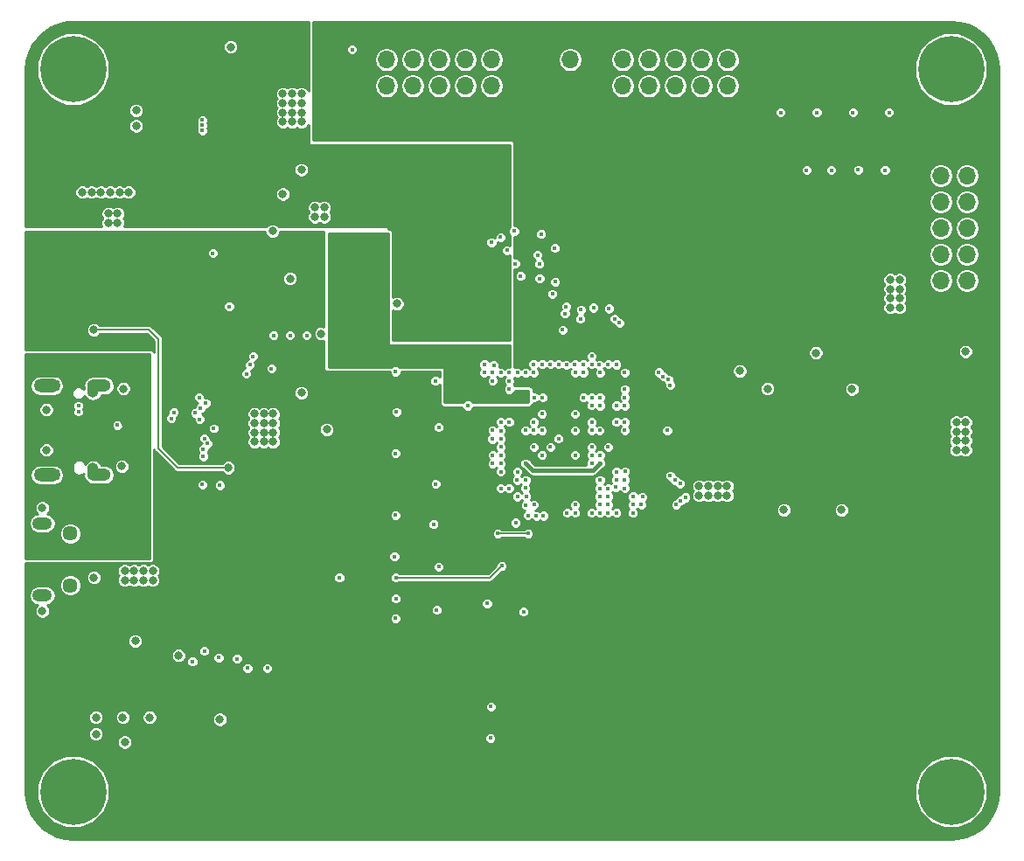
<source format=gbr>
G04 #@! TF.GenerationSoftware,KiCad,Pcbnew,5.0.1*
G04 #@! TF.CreationDate,2018-12-10T08:04:53+01:00*
G04 #@! TF.ProjectId,Kilsyth,4B696C737974682E6B696361645F7063,rev?*
G04 #@! TF.SameCoordinates,Original*
G04 #@! TF.FileFunction,Copper,L3,Inr,Signal*
G04 #@! TF.FilePolarity,Positive*
%FSLAX46Y46*%
G04 Gerber Fmt 4.6, Leading zero omitted, Abs format (unit mm)*
G04 Created by KiCad (PCBNEW 5.0.1) date Mon 10 Dec 2018 08:04:53 AM CET*
%MOMM*%
%LPD*%
G01*
G04 APERTURE LIST*
G04 #@! TA.AperFunction,ViaPad*
%ADD10R,1.700000X1.700000*%
G04 #@! TD*
G04 #@! TA.AperFunction,ViaPad*
%ADD11O,1.700000X1.700000*%
G04 #@! TD*
G04 #@! TA.AperFunction,ViaPad*
%ADD12C,1.450000*%
G04 #@! TD*
G04 #@! TA.AperFunction,ViaPad*
%ADD13O,1.900000X1.200000*%
G04 #@! TD*
G04 #@! TA.AperFunction,ViaPad*
%ADD14O,2.600000X1.300000*%
G04 #@! TD*
G04 #@! TA.AperFunction,ViaPad*
%ADD15O,2.300000X1.200000*%
G04 #@! TD*
G04 #@! TA.AperFunction,ViaPad*
%ADD16O,1.100000X1.650000*%
G04 #@! TD*
G04 #@! TA.AperFunction,ViaPad*
%ADD17C,6.400000*%
G04 #@! TD*
G04 #@! TA.AperFunction,ViaPad*
%ADD18C,0.800000*%
G04 #@! TD*
G04 #@! TA.AperFunction,ViaPad*
%ADD19C,0.450000*%
G04 #@! TD*
G04 #@! TA.AperFunction,ViaPad*
%ADD20C,0.600000*%
G04 #@! TD*
G04 #@! TA.AperFunction,Conductor*
%ADD21C,0.400000*%
G04 #@! TD*
G04 #@! TA.AperFunction,Conductor*
%ADD22C,0.127000*%
G04 #@! TD*
G04 #@! TA.AperFunction,Conductor*
%ADD23C,0.200000*%
G04 #@! TD*
G04 #@! TA.AperFunction,Conductor*
%ADD24C,0.254000*%
G04 #@! TD*
G04 APERTURE END LIST*
D10*
G04 #@! TO.N,+3V3*
G04 #@! TO.C,J10*
X103124000Y-56642000D03*
D11*
G04 #@! TO.N,GND*
X103124000Y-54102000D03*
G04 #@! TD*
D12*
G04 #@! TO.N,GND*
G04 #@! TO.C,J3*
X54712500Y-100000000D03*
X54712500Y-105000000D03*
D13*
X52012500Y-99000000D03*
X52012500Y-106000000D03*
G04 #@! TD*
D14*
G04 #@! TO.N,GND*
G04 #@! TO.C,J2*
X52450000Y-94320000D03*
X52450000Y-85680000D03*
D15*
X57500000Y-85680000D03*
X57500000Y-94320000D03*
D16*
X56900000Y-86020000D03*
X56910000Y-93980000D03*
G04 #@! TD*
D17*
G04 #@! TO.N,GND*
G04 #@! TO.C,H4*
X140000000Y-125000000D03*
G04 #@! TD*
G04 #@! TO.N,GND*
G04 #@! TO.C,H3*
X55000000Y-125000000D03*
G04 #@! TD*
G04 #@! TO.N,GND*
G04 #@! TO.C,H2*
X140000000Y-55000000D03*
G04 #@! TD*
G04 #@! TO.N,GND*
G04 #@! TO.C,H1*
X55000000Y-55000000D03*
G04 #@! TD*
D11*
G04 #@! TO.N,/PMOD2_5*
G04 #@! TO.C,J9*
X141540000Y-65300000D03*
G04 #@! TO.N,/PMOD2_1*
X139000000Y-65300000D03*
G04 #@! TO.N,/PMOD2_6*
X141540000Y-67840000D03*
G04 #@! TO.N,/PMOD2_2*
X139000000Y-67840000D03*
G04 #@! TO.N,/PMOD2_7*
X141540000Y-70380000D03*
G04 #@! TO.N,/PMOD2_3*
X139000000Y-70380000D03*
G04 #@! TO.N,/PMOD2_8*
X141540000Y-72920000D03*
G04 #@! TO.N,/PMOD2_4*
X139000000Y-72920000D03*
G04 #@! TO.N,GND*
X141540000Y-75460000D03*
X139000000Y-75460000D03*
G04 #@! TO.N,+3V3*
X141540000Y-78000000D03*
D10*
X139000000Y-78000000D03*
G04 #@! TD*
D11*
G04 #@! TO.N,/PMOD0_5*
G04 #@! TO.C,J5*
X85344000Y-54102000D03*
G04 #@! TO.N,/PMOD0_1*
X85344000Y-56642000D03*
G04 #@! TO.N,/PMOD0_6*
X87884000Y-54102000D03*
G04 #@! TO.N,/PMOD0_2*
X87884000Y-56642000D03*
G04 #@! TO.N,/PMOD0_7*
X90424000Y-54102000D03*
G04 #@! TO.N,/PMOD0_3*
X90424000Y-56642000D03*
G04 #@! TO.N,/PMOD0_8*
X92964000Y-54102000D03*
G04 #@! TO.N,/PMOD0_4*
X92964000Y-56642000D03*
G04 #@! TO.N,GND*
X95504000Y-54102000D03*
X95504000Y-56642000D03*
G04 #@! TO.N,+3V3*
X98044000Y-54102000D03*
D10*
X98044000Y-56642000D03*
G04 #@! TD*
D11*
G04 #@! TO.N,/PMOD1_5*
G04 #@! TO.C,J8*
X108204000Y-54102000D03*
G04 #@! TO.N,/PMOD1_1*
X108204000Y-56642000D03*
G04 #@! TO.N,/PMOD1_6*
X110744000Y-54102000D03*
G04 #@! TO.N,/PMOD1_2*
X110744000Y-56642000D03*
G04 #@! TO.N,/PMOD1_7*
X113284000Y-54102000D03*
G04 #@! TO.N,/PMOD1_3*
X113284000Y-56642000D03*
G04 #@! TO.N,/PMOD1_8*
X115824000Y-54102000D03*
G04 #@! TO.N,/PMOD1_4*
X115824000Y-56642000D03*
G04 #@! TO.N,GND*
X118364000Y-54102000D03*
X118364000Y-56642000D03*
G04 #@! TO.N,+3V3*
X120904000Y-54102000D03*
D10*
X120904000Y-56642000D03*
G04 #@! TD*
D18*
G04 #@! TO.N,GND*
X59714000Y-93472000D03*
X59850000Y-85950000D03*
X52400000Y-88000000D03*
X52400006Y-91900000D03*
X57000000Y-104250000D03*
X52000000Y-97500000D03*
X52000000Y-107500000D03*
D19*
X106800000Y-97200000D03*
X106000000Y-97200000D03*
X105200000Y-98000000D03*
X106000000Y-98000000D03*
X106800000Y-98000000D03*
X107600000Y-98000000D03*
X109200000Y-98000000D03*
X103600000Y-98000000D03*
X102800000Y-98000000D03*
X110000000Y-97200000D03*
X109200000Y-97200000D03*
X103600000Y-97200000D03*
X106800000Y-96400000D03*
X106000000Y-96400000D03*
X106000000Y-95600000D03*
X106000000Y-94800000D03*
X98800000Y-94800000D03*
X105200000Y-93200000D03*
X106000000Y-92400000D03*
X105200000Y-92400000D03*
X106800000Y-91600000D03*
X105200000Y-91600000D03*
X105200000Y-90000000D03*
X99600000Y-90000000D03*
X98800000Y-90000000D03*
X105200000Y-89200000D03*
X99600000Y-89200000D03*
X107600000Y-87600000D03*
X97200000Y-85200000D03*
X102000000Y-90800000D03*
X101200000Y-91600000D03*
D18*
X77100000Y-59200000D03*
X77100000Y-60100000D03*
X75300000Y-60100000D03*
X77100000Y-57400000D03*
X75300000Y-59200000D03*
X77100000Y-58300000D03*
X76200000Y-59200000D03*
X76200000Y-57400000D03*
X75300000Y-57400000D03*
X76200000Y-60100000D03*
X75300000Y-58300000D03*
X76200000Y-58300000D03*
X61100000Y-59000000D03*
X61100000Y-60500000D03*
D19*
X67500000Y-60950000D03*
X67500000Y-60450000D03*
X67500000Y-59950000D03*
D18*
X75300000Y-67100000D03*
X58575000Y-66925000D03*
X57675000Y-66925000D03*
X55875000Y-66925000D03*
X59475000Y-66925000D03*
X60375000Y-66925000D03*
X56775000Y-66925000D03*
X74300000Y-70700000D03*
X129390000Y-97710000D03*
X141400000Y-82360000D03*
D19*
X108400036Y-87600000D03*
D18*
X126916413Y-82483587D03*
X123800010Y-97700000D03*
X74350000Y-90200000D03*
X72550000Y-90200000D03*
X73450000Y-91100000D03*
X73450000Y-90200000D03*
X72550000Y-89300000D03*
X74350000Y-88400000D03*
X72550000Y-91100000D03*
X72550000Y-88400000D03*
X73450000Y-89300000D03*
X74350000Y-89300000D03*
X74350000Y-91100000D03*
X73450000Y-88400000D03*
X76000000Y-75300000D03*
D19*
X82000000Y-53100000D03*
D18*
X140500000Y-91000000D03*
X141400000Y-91900000D03*
X141400000Y-91000000D03*
X140500000Y-90100000D03*
X140500000Y-91900000D03*
X140500000Y-89200000D03*
X141400000Y-90100000D03*
X141400000Y-89200000D03*
D19*
X108394500Y-84391500D03*
X105206810Y-82804000D03*
D18*
X86360000Y-77724000D03*
X117400000Y-96300000D03*
X118300000Y-95400000D03*
X117400000Y-95400000D03*
X116500000Y-96300000D03*
X118300000Y-96300000D03*
X115600000Y-96300000D03*
X116500000Y-95400000D03*
X115600000Y-95400000D03*
X62700000Y-104500000D03*
X61800000Y-103600000D03*
X60900000Y-103600000D03*
X62700000Y-103600000D03*
X60000000Y-103600000D03*
X61800000Y-104500000D03*
X60000000Y-104500000D03*
X60900000Y-104500000D03*
X130400000Y-86000000D03*
X134100000Y-77200000D03*
X135000000Y-78100000D03*
X135000000Y-77200000D03*
X134100000Y-76300000D03*
X134100000Y-78100000D03*
X134100000Y-75400000D03*
X135000000Y-76300000D03*
X135000000Y-75400000D03*
X79000000Y-80625000D03*
D19*
X99600000Y-91600000D03*
D18*
X62400000Y-117800000D03*
X69200000Y-118000000D03*
D19*
X67317230Y-87851458D03*
D18*
X79552702Y-89899715D03*
D19*
X99559215Y-83580856D03*
D18*
X119550180Y-84236560D03*
X122234960Y-85958680D03*
D19*
X98015510Y-96400000D03*
X98846521Y-96400000D03*
X97850960Y-98940620D03*
X99021900Y-98229420D03*
X99837240Y-98295460D03*
X100517960Y-98264980D03*
X98815471Y-97231239D03*
X99611182Y-97198180D03*
X95576014Y-90812617D03*
X98793300Y-95597980D03*
X108418202Y-93960298D03*
X109199680Y-96400620D03*
X110109000Y-96441260D03*
X99618800Y-86817200D03*
X104400000Y-86825409D03*
X105200000Y-86825409D03*
X100445837Y-86823423D03*
X106009440Y-87602060D03*
X105200000Y-87584490D03*
X105971276Y-89991500D03*
G04 #@! TO.N,+3V3*
X102000000Y-93200000D03*
X101200000Y-93200000D03*
X98800000Y-90800000D03*
X99600000Y-90800000D03*
D18*
X78700000Y-60100000D03*
X79600000Y-60100000D03*
X80500000Y-60100000D03*
X80500000Y-59200000D03*
X78700000Y-59200000D03*
X79600000Y-59200000D03*
X80500000Y-58300000D03*
X78700000Y-58300000D03*
X79600000Y-58300000D03*
X80500000Y-57400000D03*
X78700000Y-57400000D03*
X79600000Y-57400000D03*
D19*
X98800000Y-91600000D03*
X98800000Y-89200000D03*
X98800000Y-88400000D03*
X99600000Y-88400000D03*
X106000000Y-90800000D03*
X106000000Y-91600000D03*
D18*
X127030000Y-97720000D03*
X130990000Y-97730000D03*
X141390000Y-97720000D03*
X129420000Y-82350000D03*
X119700000Y-97299982D03*
D20*
X68700000Y-90500014D03*
D18*
X70800000Y-95400000D03*
X76000000Y-76700000D03*
D19*
X90297000Y-105029000D03*
D18*
X65278000Y-107442000D03*
D19*
X82400000Y-106400000D03*
X86200000Y-107400000D03*
D18*
X101400000Y-97800000D03*
X109600000Y-100200000D03*
X109587500Y-104987500D03*
X101600000Y-106400000D03*
X54800000Y-107800000D03*
X103200002Y-121078000D03*
D20*
X68872100Y-86398100D03*
X68715529Y-88600032D03*
X80934560Y-89197180D03*
X79273400Y-92522040D03*
D18*
X74912220Y-95806260D03*
X124620000Y-82513163D03*
D19*
X95542945Y-94800000D03*
X96403160Y-94802960D03*
X102800001Y-86819584D03*
X103599999Y-86819584D03*
X101196140Y-86794340D03*
X102000002Y-86819584D03*
X105974583Y-88400000D03*
X105986580Y-89197180D03*
D18*
X73000000Y-116300000D03*
X75500000Y-116300000D03*
X78100000Y-116350000D03*
X78100000Y-116350000D03*
X80650000Y-116350000D03*
D19*
G04 #@! TO.N,/FT_DATA_0*
X90400000Y-103200000D03*
X96415215Y-93204200D03*
G04 #@! TO.N,/FT_DATA_13*
X90400000Y-89700006D03*
X96400000Y-90015511D03*
G04 #@! TO.N,/PMOD0_5*
X102715613Y-77997758D03*
G04 #@! TO.N,/PMOD1_4*
X107891580Y-79580740D03*
G04 #@! TO.N,/PMOD0_2*
X103601520Y-84394040D03*
G04 #@! TO.N,/PMOD2_2*
X107594400Y-83616800D03*
G04 #@! TO.N,/RAM_DQ6*
X107600000Y-94800000D03*
X112800000Y-94384490D03*
G04 #@! TO.N,/FT_DATA_1*
X86100000Y-102212249D03*
X95599998Y-93219585D03*
G04 #@! TO.N,/FT_TXE_N*
X86200000Y-84300000D03*
X96400000Y-89184491D03*
G04 #@! TO.N,/FT_CLK*
X96400000Y-91600000D03*
X90086579Y-95194459D03*
G04 #@! TO.N,/PMOD0_7*
X104176599Y-78300000D03*
G04 #@! TO.N,/PMOD0_4*
X104401620Y-84396580D03*
G04 #@! TO.N,/RAM_DQ2*
X108406633Y-95612743D03*
X113813745Y-96816208D03*
G04 #@! TO.N,/RAM_DQ1*
X107528360Y-95493840D03*
X114286263Y-96485047D03*
G04 #@! TO.N,/FT_DATA_10*
X96400000Y-90800000D03*
X86200000Y-92212249D03*
G04 #@! TO.N,/PMOD1_6*
X106004360Y-84409282D03*
G04 #@! TO.N,/PMOD1_3*
X105950798Y-83626214D03*
G04 #@! TO.N,/PMOD1_1*
X105375490Y-78118721D03*
G04 #@! TO.N,/FT_DATA_5*
X86200020Y-98212249D03*
X95613220Y-92387420D03*
G04 #@! TO.N,/FT_BE_1*
X97200000Y-89200000D03*
X90069150Y-85220850D03*
G04 #@! TO.N,/PMOD0_6*
X103564470Y-83614567D03*
G04 #@! TO.N,/PMOD0_3*
X104100000Y-79199988D03*
G04 #@! TO.N,/PMOD0_1*
X102613460Y-78681580D03*
G04 #@! TO.N,/RAM_DQ15*
X108400000Y-89200000D03*
X112808027Y-85617863D03*
G04 #@! TO.N,/RAM_A6*
X108400000Y-90000000D03*
X112516281Y-89986147D03*
G04 #@! TO.N,/RAM_DQ3*
X106796840Y-95603060D03*
X113372193Y-97187658D03*
G04 #@! TO.N,/RAM_DQ4*
X113750000Y-95150000D03*
X107600000Y-94000000D03*
G04 #@! TO.N,/FT_DATA_4*
X89898705Y-99098705D03*
X96411252Y-92408092D03*
G04 #@! TO.N,/FT_DATA_14*
X86300000Y-88200000D03*
X95600000Y-89981606D03*
G04 #@! TO.N,/PMOD1_7*
X107417418Y-79177700D03*
G04 #@! TO.N,/PMOD1_5*
X105204260Y-83611720D03*
G04 #@! TO.N,/PMOD1_2*
X106866087Y-78194567D03*
G04 #@! TO.N,/RAM_DQ12*
X108400000Y-86000000D03*
X111705184Y-84377543D03*
G04 #@! TO.N,/RAM_DQ14*
X107600000Y-89200000D03*
X112621753Y-85071745D03*
G04 #@! TO.N,/RAM_DQ5*
X113244865Y-94805135D03*
X108400000Y-94791310D03*
D18*
G04 #@! TO.N,+2V5*
X82100000Y-73600000D03*
X82100000Y-74500000D03*
X80300000Y-74500000D03*
X82100000Y-71800000D03*
X80300000Y-73600000D03*
X82100000Y-72700000D03*
X81200000Y-73600000D03*
X81200000Y-71800000D03*
X80300000Y-71800000D03*
X81200000Y-74500000D03*
X80300000Y-72700000D03*
X81200000Y-72700000D03*
D19*
X98800000Y-86800000D03*
X106000000Y-86800000D03*
X106000000Y-93200000D03*
X98000000Y-86800000D03*
X98800000Y-93200000D03*
G04 #@! TO.N,/RAM_DQ13*
X108400000Y-86800000D03*
X112133654Y-84764009D03*
G04 #@! TO.N,+1V1*
X100400000Y-92400000D03*
X100400000Y-88400000D03*
X100400000Y-90000000D03*
X103600000Y-92400000D03*
X103600000Y-88400000D03*
X103600000Y-90000000D03*
D18*
X52800000Y-61500000D03*
X52800000Y-62400000D03*
X51000000Y-62400000D03*
X52800000Y-63325000D03*
X51000000Y-61500000D03*
X52800000Y-60600000D03*
X51900000Y-61500000D03*
X51900000Y-63325000D03*
X51000000Y-63325000D03*
X51900000Y-62400000D03*
X51000000Y-60600000D03*
X51900000Y-60600000D03*
X90800000Y-76400000D03*
X92600000Y-74600000D03*
X90800000Y-75500000D03*
X90800000Y-74600000D03*
X92600000Y-75500000D03*
X91700000Y-76400000D03*
X91700000Y-75500000D03*
X91700000Y-74600000D03*
X92600000Y-76400000D03*
X52800000Y-59700000D03*
X51000000Y-59700000D03*
X51900000Y-59700000D03*
D19*
G04 #@! TO.N,Net-(R3-Pad2)*
X86200000Y-108200000D03*
X96400620Y-95608142D03*
G04 #@! TO.N,/JTAG_TDI*
X98000000Y-94000000D03*
X98602801Y-107566460D03*
G04 #@! TO.N,Net-(R1-Pad2)*
X96400000Y-94000000D03*
X86233000Y-106299000D03*
G04 #@! TO.N,/JTAG_TCK*
X95400000Y-119799998D03*
X97990660Y-94808040D03*
G04 #@! TO.N,/FLASH_SCK*
X67691000Y-111379000D03*
D18*
X61000000Y-110400012D03*
D19*
X70866000Y-112124702D03*
G04 #@! TO.N,/JTAG_TMS*
X95450660Y-116758034D03*
X97198180Y-95610684D03*
D18*
G04 #@! TO.N,/FLASH_MISO*
X57199999Y-119400000D03*
X57200000Y-117800000D03*
D19*
G04 #@! TO.N,/INITn*
X90200000Y-107400000D03*
X95072260Y-106772260D03*
G04 #@! TO.N,/FLASH_HOLDn*
X71882000Y-113020890D03*
X66548000Y-112395000D03*
G04 #@! TO.N,/FLASH_MOSI*
X73787000Y-113030000D03*
D18*
X65200000Y-111800000D03*
D19*
X69082862Y-112008870D03*
D18*
G04 #@! TO.N,/FLASH_WPn*
X60000028Y-120200000D03*
X59800000Y-117800000D03*
D19*
G04 #@! TO.N,DONE*
X99050000Y-100000004D03*
X96109915Y-100000015D03*
G04 #@! TO.N,Net-(C21-Pad2)*
X70100000Y-78000000D03*
X68511420Y-72831960D03*
D18*
G04 #@! TO.N,+5V*
X79300000Y-68400000D03*
X79300000Y-69300000D03*
X78400000Y-68400000D03*
X78400000Y-69300000D03*
X58400000Y-69000000D03*
X58400000Y-69900000D03*
X59300000Y-69000000D03*
X59300000Y-69900000D03*
X57000000Y-80250000D03*
X70000000Y-93600000D03*
G04 #@! TO.N,VD10*
X77100000Y-86350000D03*
D19*
G04 #@! TO.N,Net-(R32-Pad1)*
X77600000Y-80800000D03*
X74200000Y-84000016D03*
G04 #@! TO.N,Net-(R33-Pad1)*
X76000000Y-80800000D03*
X72420480Y-82814160D03*
G04 #@! TO.N,Net-(R34-Pad1)*
X74400000Y-80800000D03*
X72110600Y-83654900D03*
G04 #@! TO.N,FT_GPIO0*
X86233000Y-104267000D03*
X96500000Y-103124000D03*
G04 #@! TO.N,Net-(R31-Pad1)*
X69200000Y-95300000D03*
X68600030Y-89815510D03*
G04 #@! TO.N,/FT_TODN*
X67696576Y-90772547D03*
X67809449Y-87350000D03*
G04 #@! TO.N,FT_GPIO1*
X93200000Y-87600000D03*
X97200000Y-86000000D03*
G04 #@! TO.N,/FT_TODP*
X67200000Y-86812249D03*
X68006059Y-91259541D03*
G04 #@! TO.N,/FT_RIDN*
X64500000Y-88827003D03*
X55500000Y-88184023D03*
X67227741Y-88913803D03*
X67599992Y-91800000D03*
G04 #@! TO.N,/FT_RIDP*
X64750000Y-88249924D03*
X55500000Y-87607010D03*
X66812241Y-88312241D03*
X67595137Y-92512159D03*
D18*
G04 #@! TO.N,Net-(C22-Pad1)*
X70250000Y-52850000D03*
X77099998Y-64750000D03*
D19*
G04 #@! TO.N,Net-(J2-PadA5)*
X67500000Y-95250000D03*
X59270900Y-89468960D03*
D18*
G04 #@! TO.N,VBUS*
X60000000Y-89250000D03*
X54900000Y-89900000D03*
X60000000Y-91500014D03*
X57000000Y-100250000D03*
X55900000Y-83000000D03*
X54100000Y-83000000D03*
X55000000Y-83900000D03*
X54100000Y-83900000D03*
X55900000Y-83900000D03*
X53200000Y-83000000D03*
X53200000Y-83900000D03*
X56800000Y-83900000D03*
X56800000Y-83000000D03*
X55000000Y-83000000D03*
D19*
G04 #@! TO.N,Net-(R24-Pad1)*
X80772000Y-104267000D03*
X71760080Y-84518500D03*
G04 #@! TO.N,/PMOD1_8*
X106799380Y-83599020D03*
G04 #@! TO.N,/PMOD0_8*
X104386380Y-83604102D03*
G04 #@! TO.N,/WIDE_40*
X102382320Y-80261460D03*
X102758858Y-83633521D03*
G04 #@! TO.N,/WIDE_37*
X130500000Y-59200000D03*
X131000000Y-64750006D03*
G04 #@! TO.N,/WIDE_39*
X134000000Y-59200000D03*
X133604000Y-64800000D03*
G04 #@! TO.N,/WIDE_38*
X102000000Y-83600000D03*
X101406960Y-76765381D03*
G04 #@! TO.N,/WIDE_35*
X127000000Y-59200000D03*
X128400000Y-64800000D03*
G04 #@! TO.N,/WIDE_33*
X101200000Y-83600000D03*
X123500000Y-59200000D03*
X126000000Y-64800000D03*
X101669597Y-75605613D03*
G04 #@! TO.N,/WIDE_32*
X100415510Y-83600000D03*
X100153798Y-75282607D03*
G04 #@! TO.N,/WIDE_27*
X99600000Y-84400000D03*
X100142038Y-73870820D03*
G04 #@! TO.N,/WIDE_25*
X98800000Y-84400000D03*
X99959160Y-72996628D03*
G04 #@! TO.N,/WIDE_24*
X98000000Y-84400000D03*
X101630498Y-72340215D03*
G04 #@! TO.N,/WIDE_21*
X97203260Y-84391500D03*
X98306742Y-75053848D03*
G04 #@! TO.N,/WIDE_20*
X95600001Y-85204300D03*
X100308851Y-70992524D03*
G04 #@! TO.N,/WIDE_17*
X96393000Y-84399120D03*
X97811882Y-73841498D03*
G04 #@! TO.N,/WIDE_16*
X95600000Y-84400000D03*
X96989678Y-72560691D03*
G04 #@! TO.N,/WIDE_13*
X95711230Y-83670447D03*
X97697712Y-70686781D03*
G04 #@! TO.N,/WIDE_12*
X94800000Y-84400000D03*
X96384671Y-71278832D03*
G04 #@! TO.N,/WIDE_9*
X95504000Y-71772780D03*
X94804010Y-83621224D03*
G04 #@! TD*
D21*
G04 #@! TO.N,+2V5*
X105775001Y-93424999D02*
X106000000Y-93200000D01*
X98800000Y-93200000D02*
X99500000Y-93900000D01*
X105300000Y-93900000D02*
X105775001Y-93424999D01*
X99500000Y-93900000D02*
X105300000Y-93900000D01*
D22*
G04 #@! TO.N,DONE*
X99050000Y-100000004D02*
X96109926Y-100000004D01*
X96109926Y-100000004D02*
X96109915Y-100000015D01*
D23*
G04 #@! TO.N,+5V*
X69434315Y-93600000D02*
X70000000Y-93600000D01*
X65100000Y-93600000D02*
X69434315Y-93600000D01*
X63250000Y-91750000D02*
X65100000Y-93600000D01*
X63250000Y-81150000D02*
X63250000Y-91750000D01*
X57000000Y-80250000D02*
X62350000Y-80250000D01*
X62350000Y-80250000D02*
X63250000Y-81150000D01*
D22*
G04 #@! TO.N,FT_GPIO0*
X86233000Y-104267000D02*
X95357000Y-104267000D01*
X95357000Y-104267000D02*
X96500000Y-103124000D01*
G04 #@! TD*
D24*
G04 #@! TO.N,+3V3*
G36*
X140813384Y-50479403D02*
X141601058Y-50694887D01*
X142338122Y-51046448D01*
X143001283Y-51522977D01*
X143569580Y-52109414D01*
X144025042Y-52787214D01*
X144353281Y-53534963D01*
X144544664Y-54332129D01*
X144594800Y-55014860D01*
X144594801Y-124981941D01*
X144520597Y-125813384D01*
X144305114Y-126601056D01*
X143953550Y-127338126D01*
X143477023Y-128001283D01*
X142890586Y-128569580D01*
X142212786Y-129025042D01*
X141465040Y-129353280D01*
X140667873Y-129544664D01*
X139985140Y-129594800D01*
X55018048Y-129594800D01*
X54186616Y-129520597D01*
X53398944Y-129305114D01*
X52661874Y-128953550D01*
X51998717Y-128477023D01*
X51430420Y-127890586D01*
X50974958Y-127212786D01*
X50646720Y-126465040D01*
X50455336Y-125667873D01*
X50405200Y-124985140D01*
X50405200Y-124297800D01*
X51469800Y-124297800D01*
X51469800Y-125702200D01*
X52007241Y-126999698D01*
X53000302Y-127992759D01*
X54297800Y-128530200D01*
X55702200Y-128530200D01*
X56999698Y-127992759D01*
X57992759Y-126999698D01*
X58530200Y-125702200D01*
X58530200Y-124297800D01*
X136469800Y-124297800D01*
X136469800Y-125702200D01*
X137007241Y-126999698D01*
X138000302Y-127992759D01*
X139297800Y-128530200D01*
X140702200Y-128530200D01*
X141999698Y-127992759D01*
X142992759Y-126999698D01*
X143530200Y-125702200D01*
X143530200Y-124297800D01*
X142992759Y-123000302D01*
X141999698Y-122007241D01*
X140702200Y-121469800D01*
X139297800Y-121469800D01*
X138000302Y-122007241D01*
X137007241Y-123000302D01*
X136469800Y-124297800D01*
X58530200Y-124297800D01*
X57992759Y-123000302D01*
X56999698Y-122007241D01*
X55702200Y-121469800D01*
X54297800Y-121469800D01*
X53000302Y-122007241D01*
X52007241Y-123000302D01*
X51469800Y-124297800D01*
X50405200Y-124297800D01*
X50405200Y-119254754D01*
X56469799Y-119254754D01*
X56469799Y-119545246D01*
X56580966Y-119813625D01*
X56786374Y-120019033D01*
X57054753Y-120130200D01*
X57345245Y-120130200D01*
X57527386Y-120054754D01*
X59269828Y-120054754D01*
X59269828Y-120345246D01*
X59380995Y-120613625D01*
X59586403Y-120819033D01*
X59854782Y-120930200D01*
X60145274Y-120930200D01*
X60413653Y-120819033D01*
X60619061Y-120613625D01*
X60730228Y-120345246D01*
X60730228Y-120054754D01*
X60619061Y-119786375D01*
X60522248Y-119689562D01*
X94844800Y-119689562D01*
X94844800Y-119910434D01*
X94929324Y-120114494D01*
X95085504Y-120270674D01*
X95289564Y-120355198D01*
X95510436Y-120355198D01*
X95714496Y-120270674D01*
X95870676Y-120114494D01*
X95955200Y-119910434D01*
X95955200Y-119689562D01*
X95870676Y-119485502D01*
X95714496Y-119329322D01*
X95510436Y-119244798D01*
X95289564Y-119244798D01*
X95085504Y-119329322D01*
X94929324Y-119485502D01*
X94844800Y-119689562D01*
X60522248Y-119689562D01*
X60413653Y-119580967D01*
X60145274Y-119469800D01*
X59854782Y-119469800D01*
X59586403Y-119580967D01*
X59380995Y-119786375D01*
X59269828Y-120054754D01*
X57527386Y-120054754D01*
X57613624Y-120019033D01*
X57819032Y-119813625D01*
X57930199Y-119545246D01*
X57930199Y-119254754D01*
X57819032Y-118986375D01*
X57613624Y-118780967D01*
X57345245Y-118669800D01*
X57054753Y-118669800D01*
X56786374Y-118780967D01*
X56580966Y-118986375D01*
X56469799Y-119254754D01*
X50405200Y-119254754D01*
X50405200Y-117654754D01*
X56469800Y-117654754D01*
X56469800Y-117945246D01*
X56580967Y-118213625D01*
X56786375Y-118419033D01*
X57054754Y-118530200D01*
X57345246Y-118530200D01*
X57613625Y-118419033D01*
X57819033Y-118213625D01*
X57930200Y-117945246D01*
X57930200Y-117654754D01*
X59069800Y-117654754D01*
X59069800Y-117945246D01*
X59180967Y-118213625D01*
X59386375Y-118419033D01*
X59654754Y-118530200D01*
X59945246Y-118530200D01*
X60213625Y-118419033D01*
X60419033Y-118213625D01*
X60530200Y-117945246D01*
X60530200Y-117654754D01*
X61669800Y-117654754D01*
X61669800Y-117945246D01*
X61780967Y-118213625D01*
X61986375Y-118419033D01*
X62254754Y-118530200D01*
X62545246Y-118530200D01*
X62813625Y-118419033D01*
X63019033Y-118213625D01*
X63130200Y-117945246D01*
X63130200Y-117854754D01*
X68469800Y-117854754D01*
X68469800Y-118145246D01*
X68580967Y-118413625D01*
X68786375Y-118619033D01*
X69054754Y-118730200D01*
X69345246Y-118730200D01*
X69613625Y-118619033D01*
X69819033Y-118413625D01*
X69930200Y-118145246D01*
X69930200Y-117854754D01*
X69819033Y-117586375D01*
X69613625Y-117380967D01*
X69345246Y-117269800D01*
X69054754Y-117269800D01*
X68786375Y-117380967D01*
X68580967Y-117586375D01*
X68469800Y-117854754D01*
X63130200Y-117854754D01*
X63130200Y-117654754D01*
X63019033Y-117386375D01*
X62813625Y-117180967D01*
X62545246Y-117069800D01*
X62254754Y-117069800D01*
X61986375Y-117180967D01*
X61780967Y-117386375D01*
X61669800Y-117654754D01*
X60530200Y-117654754D01*
X60419033Y-117386375D01*
X60213625Y-117180967D01*
X59945246Y-117069800D01*
X59654754Y-117069800D01*
X59386375Y-117180967D01*
X59180967Y-117386375D01*
X59069800Y-117654754D01*
X57930200Y-117654754D01*
X57819033Y-117386375D01*
X57613625Y-117180967D01*
X57345246Y-117069800D01*
X57054754Y-117069800D01*
X56786375Y-117180967D01*
X56580967Y-117386375D01*
X56469800Y-117654754D01*
X50405200Y-117654754D01*
X50405200Y-116647598D01*
X94895460Y-116647598D01*
X94895460Y-116868470D01*
X94979984Y-117072530D01*
X95136164Y-117228710D01*
X95340224Y-117313234D01*
X95561096Y-117313234D01*
X95765156Y-117228710D01*
X95921336Y-117072530D01*
X96005860Y-116868470D01*
X96005860Y-116647598D01*
X95921336Y-116443538D01*
X95765156Y-116287358D01*
X95561096Y-116202834D01*
X95340224Y-116202834D01*
X95136164Y-116287358D01*
X94979984Y-116443538D01*
X94895460Y-116647598D01*
X50405200Y-116647598D01*
X50405200Y-111654754D01*
X64469800Y-111654754D01*
X64469800Y-111945246D01*
X64580967Y-112213625D01*
X64786375Y-112419033D01*
X65054754Y-112530200D01*
X65345246Y-112530200D01*
X65613625Y-112419033D01*
X65748094Y-112284564D01*
X65992800Y-112284564D01*
X65992800Y-112505436D01*
X66077324Y-112709496D01*
X66233504Y-112865676D01*
X66437564Y-112950200D01*
X66658436Y-112950200D01*
X66754391Y-112910454D01*
X71326800Y-112910454D01*
X71326800Y-113131326D01*
X71411324Y-113335386D01*
X71567504Y-113491566D01*
X71771564Y-113576090D01*
X71992436Y-113576090D01*
X72196496Y-113491566D01*
X72352676Y-113335386D01*
X72437200Y-113131326D01*
X72437200Y-112919564D01*
X73231800Y-112919564D01*
X73231800Y-113140436D01*
X73316324Y-113344496D01*
X73472504Y-113500676D01*
X73676564Y-113585200D01*
X73897436Y-113585200D01*
X74101496Y-113500676D01*
X74257676Y-113344496D01*
X74342200Y-113140436D01*
X74342200Y-112919564D01*
X74257676Y-112715504D01*
X74101496Y-112559324D01*
X73897436Y-112474800D01*
X73676564Y-112474800D01*
X73472504Y-112559324D01*
X73316324Y-112715504D01*
X73231800Y-112919564D01*
X72437200Y-112919564D01*
X72437200Y-112910454D01*
X72352676Y-112706394D01*
X72196496Y-112550214D01*
X71992436Y-112465690D01*
X71771564Y-112465690D01*
X71567504Y-112550214D01*
X71411324Y-112706394D01*
X71326800Y-112910454D01*
X66754391Y-112910454D01*
X66862496Y-112865676D01*
X67018676Y-112709496D01*
X67103200Y-112505436D01*
X67103200Y-112284564D01*
X67018676Y-112080504D01*
X66862496Y-111924324D01*
X66658436Y-111839800D01*
X66437564Y-111839800D01*
X66233504Y-111924324D01*
X66077324Y-112080504D01*
X65992800Y-112284564D01*
X65748094Y-112284564D01*
X65819033Y-112213625D01*
X65930200Y-111945246D01*
X65930200Y-111654754D01*
X65819033Y-111386375D01*
X65701222Y-111268564D01*
X67135800Y-111268564D01*
X67135800Y-111489436D01*
X67220324Y-111693496D01*
X67376504Y-111849676D01*
X67580564Y-111934200D01*
X67801436Y-111934200D01*
X67887783Y-111898434D01*
X68527662Y-111898434D01*
X68527662Y-112119306D01*
X68612186Y-112323366D01*
X68768366Y-112479546D01*
X68972426Y-112564070D01*
X69193298Y-112564070D01*
X69397358Y-112479546D01*
X69553538Y-112323366D01*
X69638062Y-112119306D01*
X69638062Y-112014266D01*
X70310800Y-112014266D01*
X70310800Y-112235138D01*
X70395324Y-112439198D01*
X70551504Y-112595378D01*
X70755564Y-112679902D01*
X70976436Y-112679902D01*
X71180496Y-112595378D01*
X71336676Y-112439198D01*
X71421200Y-112235138D01*
X71421200Y-112014266D01*
X71336676Y-111810206D01*
X71180496Y-111654026D01*
X70976436Y-111569502D01*
X70755564Y-111569502D01*
X70551504Y-111654026D01*
X70395324Y-111810206D01*
X70310800Y-112014266D01*
X69638062Y-112014266D01*
X69638062Y-111898434D01*
X69553538Y-111694374D01*
X69397358Y-111538194D01*
X69193298Y-111453670D01*
X68972426Y-111453670D01*
X68768366Y-111538194D01*
X68612186Y-111694374D01*
X68527662Y-111898434D01*
X67887783Y-111898434D01*
X68005496Y-111849676D01*
X68161676Y-111693496D01*
X68246200Y-111489436D01*
X68246200Y-111268564D01*
X68161676Y-111064504D01*
X68005496Y-110908324D01*
X67801436Y-110823800D01*
X67580564Y-110823800D01*
X67376504Y-110908324D01*
X67220324Y-111064504D01*
X67135800Y-111268564D01*
X65701222Y-111268564D01*
X65613625Y-111180967D01*
X65345246Y-111069800D01*
X65054754Y-111069800D01*
X64786375Y-111180967D01*
X64580967Y-111386375D01*
X64469800Y-111654754D01*
X50405200Y-111654754D01*
X50405200Y-110254766D01*
X60269800Y-110254766D01*
X60269800Y-110545258D01*
X60380967Y-110813637D01*
X60586375Y-111019045D01*
X60854754Y-111130212D01*
X61145246Y-111130212D01*
X61413625Y-111019045D01*
X61619033Y-110813637D01*
X61730200Y-110545258D01*
X61730200Y-110254766D01*
X61619033Y-109986387D01*
X61413625Y-109780979D01*
X61145246Y-109669812D01*
X60854754Y-109669812D01*
X60586375Y-109780979D01*
X60380967Y-109986387D01*
X60269800Y-110254766D01*
X50405200Y-110254766D01*
X50405200Y-106000000D01*
X50714077Y-106000000D01*
X50786271Y-106362946D01*
X50991864Y-106670636D01*
X51299554Y-106876229D01*
X51542740Y-106924602D01*
X51380967Y-107086375D01*
X51269800Y-107354754D01*
X51269800Y-107645246D01*
X51380967Y-107913625D01*
X51586375Y-108119033D01*
X51854754Y-108230200D01*
X52145246Y-108230200D01*
X52413625Y-108119033D01*
X52443094Y-108089564D01*
X85644800Y-108089564D01*
X85644800Y-108310436D01*
X85729324Y-108514496D01*
X85885504Y-108670676D01*
X86089564Y-108755200D01*
X86310436Y-108755200D01*
X86514496Y-108670676D01*
X86670676Y-108514496D01*
X86755200Y-108310436D01*
X86755200Y-108089564D01*
X86670676Y-107885504D01*
X86514496Y-107729324D01*
X86310436Y-107644800D01*
X86089564Y-107644800D01*
X85885504Y-107729324D01*
X85729324Y-107885504D01*
X85644800Y-108089564D01*
X52443094Y-108089564D01*
X52619033Y-107913625D01*
X52730200Y-107645246D01*
X52730200Y-107354754D01*
X52703198Y-107289564D01*
X89644800Y-107289564D01*
X89644800Y-107510436D01*
X89729324Y-107714496D01*
X89885504Y-107870676D01*
X90089564Y-107955200D01*
X90310436Y-107955200D01*
X90514496Y-107870676D01*
X90670676Y-107714496D01*
X90755200Y-107510436D01*
X90755200Y-107456024D01*
X98047601Y-107456024D01*
X98047601Y-107676896D01*
X98132125Y-107880956D01*
X98288305Y-108037136D01*
X98492365Y-108121660D01*
X98713237Y-108121660D01*
X98917297Y-108037136D01*
X99073477Y-107880956D01*
X99158001Y-107676896D01*
X99158001Y-107456024D01*
X99073477Y-107251964D01*
X98917297Y-107095784D01*
X98713237Y-107011260D01*
X98492365Y-107011260D01*
X98288305Y-107095784D01*
X98132125Y-107251964D01*
X98047601Y-107456024D01*
X90755200Y-107456024D01*
X90755200Y-107289564D01*
X90670676Y-107085504D01*
X90514496Y-106929324D01*
X90310436Y-106844800D01*
X90089564Y-106844800D01*
X89885504Y-106929324D01*
X89729324Y-107085504D01*
X89644800Y-107289564D01*
X52703198Y-107289564D01*
X52619033Y-107086375D01*
X52461407Y-106928749D01*
X52725446Y-106876229D01*
X53033136Y-106670636D01*
X53238729Y-106362946D01*
X53273415Y-106188564D01*
X85677800Y-106188564D01*
X85677800Y-106409436D01*
X85762324Y-106613496D01*
X85918504Y-106769676D01*
X86122564Y-106854200D01*
X86343436Y-106854200D01*
X86547496Y-106769676D01*
X86655348Y-106661824D01*
X94517060Y-106661824D01*
X94517060Y-106882696D01*
X94601584Y-107086756D01*
X94757764Y-107242936D01*
X94961824Y-107327460D01*
X95182696Y-107327460D01*
X95386756Y-107242936D01*
X95542936Y-107086756D01*
X95627460Y-106882696D01*
X95627460Y-106661824D01*
X95542936Y-106457764D01*
X95386756Y-106301584D01*
X95182696Y-106217060D01*
X94961824Y-106217060D01*
X94757764Y-106301584D01*
X94601584Y-106457764D01*
X94517060Y-106661824D01*
X86655348Y-106661824D01*
X86703676Y-106613496D01*
X86788200Y-106409436D01*
X86788200Y-106188564D01*
X86703676Y-105984504D01*
X86547496Y-105828324D01*
X86343436Y-105743800D01*
X86122564Y-105743800D01*
X85918504Y-105828324D01*
X85762324Y-105984504D01*
X85677800Y-106188564D01*
X53273415Y-106188564D01*
X53310923Y-106000000D01*
X53238729Y-105637054D01*
X53033136Y-105329364D01*
X52725446Y-105123771D01*
X52454114Y-105069800D01*
X51570886Y-105069800D01*
X51299554Y-105123771D01*
X50991864Y-105329364D01*
X50786271Y-105637054D01*
X50714077Y-106000000D01*
X50405200Y-106000000D01*
X50405200Y-104790108D01*
X53657300Y-104790108D01*
X53657300Y-105209892D01*
X53817944Y-105597723D01*
X54114777Y-105894556D01*
X54502608Y-106055200D01*
X54922392Y-106055200D01*
X55310223Y-105894556D01*
X55607056Y-105597723D01*
X55767700Y-105209892D01*
X55767700Y-104790108D01*
X55607056Y-104402277D01*
X55310223Y-104105444D01*
X55308558Y-104104754D01*
X56269800Y-104104754D01*
X56269800Y-104395246D01*
X56380967Y-104663625D01*
X56586375Y-104869033D01*
X56854754Y-104980200D01*
X57145246Y-104980200D01*
X57413625Y-104869033D01*
X57619033Y-104663625D01*
X57730200Y-104395246D01*
X57730200Y-104104754D01*
X57619033Y-103836375D01*
X57413625Y-103630967D01*
X57145246Y-103519800D01*
X56854754Y-103519800D01*
X56586375Y-103630967D01*
X56380967Y-103836375D01*
X56269800Y-104104754D01*
X55308558Y-104104754D01*
X54922392Y-103944800D01*
X54502608Y-103944800D01*
X54114777Y-104105444D01*
X53817944Y-104402277D01*
X53657300Y-104790108D01*
X50405200Y-104790108D01*
X50405200Y-103454754D01*
X59269800Y-103454754D01*
X59269800Y-103745246D01*
X59380967Y-104013625D01*
X59417342Y-104050000D01*
X59380967Y-104086375D01*
X59269800Y-104354754D01*
X59269800Y-104645246D01*
X59380967Y-104913625D01*
X59586375Y-105119033D01*
X59854754Y-105230200D01*
X60145246Y-105230200D01*
X60413625Y-105119033D01*
X60450000Y-105082658D01*
X60486375Y-105119033D01*
X60754754Y-105230200D01*
X61045246Y-105230200D01*
X61313625Y-105119033D01*
X61350000Y-105082658D01*
X61386375Y-105119033D01*
X61654754Y-105230200D01*
X61945246Y-105230200D01*
X62213625Y-105119033D01*
X62250000Y-105082658D01*
X62286375Y-105119033D01*
X62554754Y-105230200D01*
X62845246Y-105230200D01*
X63113625Y-105119033D01*
X63319033Y-104913625D01*
X63430200Y-104645246D01*
X63430200Y-104354754D01*
X63348107Y-104156564D01*
X80216800Y-104156564D01*
X80216800Y-104377436D01*
X80301324Y-104581496D01*
X80457504Y-104737676D01*
X80661564Y-104822200D01*
X80882436Y-104822200D01*
X81086496Y-104737676D01*
X81242676Y-104581496D01*
X81327200Y-104377436D01*
X81327200Y-104156564D01*
X85677800Y-104156564D01*
X85677800Y-104377436D01*
X85762324Y-104581496D01*
X85918504Y-104737676D01*
X86122564Y-104822200D01*
X86343436Y-104822200D01*
X86547496Y-104737676D01*
X86624472Y-104660700D01*
X95318225Y-104660700D01*
X95357000Y-104668413D01*
X95395775Y-104660700D01*
X95395776Y-104660700D01*
X95510614Y-104637857D01*
X95640842Y-104550842D01*
X95662809Y-104517966D01*
X96501576Y-103679200D01*
X96610436Y-103679200D01*
X96814496Y-103594676D01*
X96970676Y-103438496D01*
X97055200Y-103234436D01*
X97055200Y-103013564D01*
X96970676Y-102809504D01*
X96814496Y-102653324D01*
X96610436Y-102568800D01*
X96389564Y-102568800D01*
X96185504Y-102653324D01*
X96029324Y-102809504D01*
X95944800Y-103013564D01*
X95944800Y-103122424D01*
X95193925Y-103873300D01*
X86624472Y-103873300D01*
X86547496Y-103796324D01*
X86343436Y-103711800D01*
X86122564Y-103711800D01*
X85918504Y-103796324D01*
X85762324Y-103952504D01*
X85677800Y-104156564D01*
X81327200Y-104156564D01*
X81242676Y-103952504D01*
X81086496Y-103796324D01*
X80882436Y-103711800D01*
X80661564Y-103711800D01*
X80457504Y-103796324D01*
X80301324Y-103952504D01*
X80216800Y-104156564D01*
X63348107Y-104156564D01*
X63319033Y-104086375D01*
X63282658Y-104050000D01*
X63319033Y-104013625D01*
X63430200Y-103745246D01*
X63430200Y-103454754D01*
X63319033Y-103186375D01*
X63222222Y-103089564D01*
X89844800Y-103089564D01*
X89844800Y-103310436D01*
X89929324Y-103514496D01*
X90085504Y-103670676D01*
X90289564Y-103755200D01*
X90510436Y-103755200D01*
X90714496Y-103670676D01*
X90870676Y-103514496D01*
X90955200Y-103310436D01*
X90955200Y-103089564D01*
X90870676Y-102885504D01*
X90714496Y-102729324D01*
X90510436Y-102644800D01*
X90289564Y-102644800D01*
X90085504Y-102729324D01*
X89929324Y-102885504D01*
X89844800Y-103089564D01*
X63222222Y-103089564D01*
X63113625Y-102980967D01*
X62845246Y-102869800D01*
X62554754Y-102869800D01*
X62286375Y-102980967D01*
X62250000Y-103017342D01*
X62213625Y-102980967D01*
X61945246Y-102869800D01*
X61654754Y-102869800D01*
X61386375Y-102980967D01*
X61350000Y-103017342D01*
X61313625Y-102980967D01*
X61045246Y-102869800D01*
X60754754Y-102869800D01*
X60486375Y-102980967D01*
X60450000Y-103017342D01*
X60413625Y-102980967D01*
X60145246Y-102869800D01*
X59854754Y-102869800D01*
X59586375Y-102980967D01*
X59380967Y-103186375D01*
X59269800Y-103454754D01*
X50405200Y-103454754D01*
X50405200Y-102830200D01*
X62500000Y-102830200D01*
X62626362Y-102805065D01*
X62733487Y-102733487D01*
X62805065Y-102626362D01*
X62830200Y-102500000D01*
X62830200Y-102101813D01*
X85544800Y-102101813D01*
X85544800Y-102322685D01*
X85629324Y-102526745D01*
X85785504Y-102682925D01*
X85989564Y-102767449D01*
X86210436Y-102767449D01*
X86414496Y-102682925D01*
X86570676Y-102526745D01*
X86655200Y-102322685D01*
X86655200Y-102101813D01*
X86570676Y-101897753D01*
X86414496Y-101741573D01*
X86210436Y-101657049D01*
X85989564Y-101657049D01*
X85785504Y-101741573D01*
X85629324Y-101897753D01*
X85544800Y-102101813D01*
X62830200Y-102101813D01*
X62830200Y-99889579D01*
X95554715Y-99889579D01*
X95554715Y-100110451D01*
X95639239Y-100314511D01*
X95795419Y-100470691D01*
X95999479Y-100555215D01*
X96220351Y-100555215D01*
X96424411Y-100470691D01*
X96501398Y-100393704D01*
X98658528Y-100393704D01*
X98735504Y-100470680D01*
X98939564Y-100555204D01*
X99160436Y-100555204D01*
X99364496Y-100470680D01*
X99520676Y-100314500D01*
X99605200Y-100110440D01*
X99605200Y-99889568D01*
X99520676Y-99685508D01*
X99364496Y-99529328D01*
X99160436Y-99444804D01*
X98939564Y-99444804D01*
X98735504Y-99529328D01*
X98658528Y-99606304D01*
X96501376Y-99606304D01*
X96424411Y-99529339D01*
X96220351Y-99444815D01*
X95999479Y-99444815D01*
X95795419Y-99529339D01*
X95639239Y-99685519D01*
X95554715Y-99889579D01*
X62830200Y-99889579D01*
X62830200Y-98988269D01*
X89343505Y-98988269D01*
X89343505Y-99209141D01*
X89428029Y-99413201D01*
X89584209Y-99569381D01*
X89788269Y-99653905D01*
X90009141Y-99653905D01*
X90213201Y-99569381D01*
X90369381Y-99413201D01*
X90453905Y-99209141D01*
X90453905Y-98988269D01*
X90388425Y-98830184D01*
X97295760Y-98830184D01*
X97295760Y-99051056D01*
X97380284Y-99255116D01*
X97536464Y-99411296D01*
X97740524Y-99495820D01*
X97961396Y-99495820D01*
X98165456Y-99411296D01*
X98321636Y-99255116D01*
X98406160Y-99051056D01*
X98406160Y-98830184D01*
X98321636Y-98626124D01*
X98165456Y-98469944D01*
X97961396Y-98385420D01*
X97740524Y-98385420D01*
X97536464Y-98469944D01*
X97380284Y-98626124D01*
X97295760Y-98830184D01*
X90388425Y-98830184D01*
X90369381Y-98784209D01*
X90213201Y-98628029D01*
X90009141Y-98543505D01*
X89788269Y-98543505D01*
X89584209Y-98628029D01*
X89428029Y-98784209D01*
X89343505Y-98988269D01*
X62830200Y-98988269D01*
X62830200Y-98101813D01*
X85644820Y-98101813D01*
X85644820Y-98322685D01*
X85729344Y-98526745D01*
X85885524Y-98682925D01*
X86089584Y-98767449D01*
X86310456Y-98767449D01*
X86514516Y-98682925D01*
X86670696Y-98526745D01*
X86755220Y-98322685D01*
X86755220Y-98101813D01*
X86670696Y-97897753D01*
X86514516Y-97741573D01*
X86310456Y-97657049D01*
X86089584Y-97657049D01*
X85885524Y-97741573D01*
X85729344Y-97897753D01*
X85644820Y-98101813D01*
X62830200Y-98101813D01*
X62830200Y-95139564D01*
X66944800Y-95139564D01*
X66944800Y-95360436D01*
X67029324Y-95564496D01*
X67185504Y-95720676D01*
X67389564Y-95805200D01*
X67610436Y-95805200D01*
X67814496Y-95720676D01*
X67970676Y-95564496D01*
X68055200Y-95360436D01*
X68055200Y-95189564D01*
X68644800Y-95189564D01*
X68644800Y-95410436D01*
X68729324Y-95614496D01*
X68885504Y-95770676D01*
X69089564Y-95855200D01*
X69310436Y-95855200D01*
X69514496Y-95770676D01*
X69670676Y-95614496D01*
X69755200Y-95410436D01*
X69755200Y-95189564D01*
X69711484Y-95084023D01*
X89531379Y-95084023D01*
X89531379Y-95304895D01*
X89615903Y-95508955D01*
X89772083Y-95665135D01*
X89976143Y-95749659D01*
X90197015Y-95749659D01*
X90401075Y-95665135D01*
X90557255Y-95508955D01*
X90561914Y-95497706D01*
X95845420Y-95497706D01*
X95845420Y-95718578D01*
X95929944Y-95922638D01*
X96086124Y-96078818D01*
X96290184Y-96163342D01*
X96511056Y-96163342D01*
X96715116Y-96078818D01*
X96798129Y-95995805D01*
X96883684Y-96081360D01*
X97087744Y-96165884D01*
X97308616Y-96165884D01*
X97512676Y-96081360D01*
X97668856Y-95925180D01*
X97753380Y-95721120D01*
X97753380Y-95500248D01*
X97668856Y-95296188D01*
X97512676Y-95140008D01*
X97308616Y-95055484D01*
X97087744Y-95055484D01*
X96883684Y-95140008D01*
X96800671Y-95223021D01*
X96715116Y-95137466D01*
X96511056Y-95052942D01*
X96290184Y-95052942D01*
X96086124Y-95137466D01*
X95929944Y-95293646D01*
X95845420Y-95497706D01*
X90561914Y-95497706D01*
X90641779Y-95304895D01*
X90641779Y-95084023D01*
X90557255Y-94879963D01*
X90401075Y-94723783D01*
X90337873Y-94697604D01*
X97435460Y-94697604D01*
X97435460Y-94918476D01*
X97519984Y-95122536D01*
X97676164Y-95278716D01*
X97880224Y-95363240D01*
X98101096Y-95363240D01*
X98305156Y-95278716D01*
X98399350Y-95184522D01*
X98410468Y-95195640D01*
X98322624Y-95283484D01*
X98238100Y-95487544D01*
X98238100Y-95708416D01*
X98322624Y-95912476D01*
X98435749Y-96025601D01*
X98431016Y-96030334D01*
X98330006Y-95929324D01*
X98125946Y-95844800D01*
X97905074Y-95844800D01*
X97701014Y-95929324D01*
X97544834Y-96085504D01*
X97460310Y-96289564D01*
X97460310Y-96510436D01*
X97544834Y-96714496D01*
X97701014Y-96870676D01*
X97905074Y-96955200D01*
X98125946Y-96955200D01*
X98330006Y-96870676D01*
X98431016Y-96769667D01*
X98461444Y-96800095D01*
X98344795Y-96916743D01*
X98260271Y-97120803D01*
X98260271Y-97341675D01*
X98344795Y-97545735D01*
X98500975Y-97701915D01*
X98687127Y-97779021D01*
X98551224Y-97914924D01*
X98466700Y-98118984D01*
X98466700Y-98339856D01*
X98551224Y-98543916D01*
X98707404Y-98700096D01*
X98911464Y-98784620D01*
X99132336Y-98784620D01*
X99336396Y-98700096D01*
X99396550Y-98639942D01*
X99522744Y-98766136D01*
X99726804Y-98850660D01*
X99947676Y-98850660D01*
X100151736Y-98766136D01*
X100192840Y-98725032D01*
X100203464Y-98735656D01*
X100407524Y-98820180D01*
X100628396Y-98820180D01*
X100832456Y-98735656D01*
X100988636Y-98579476D01*
X101073160Y-98375416D01*
X101073160Y-98154544D01*
X100988636Y-97950484D01*
X100927716Y-97889564D01*
X102244800Y-97889564D01*
X102244800Y-98110436D01*
X102329324Y-98314496D01*
X102485504Y-98470676D01*
X102689564Y-98555200D01*
X102910436Y-98555200D01*
X103114496Y-98470676D01*
X103200000Y-98385172D01*
X103285504Y-98470676D01*
X103489564Y-98555200D01*
X103710436Y-98555200D01*
X103914496Y-98470676D01*
X104070676Y-98314496D01*
X104155200Y-98110436D01*
X104155200Y-97889564D01*
X104644800Y-97889564D01*
X104644800Y-98110436D01*
X104729324Y-98314496D01*
X104885504Y-98470676D01*
X105089564Y-98555200D01*
X105310436Y-98555200D01*
X105514496Y-98470676D01*
X105600000Y-98385172D01*
X105685504Y-98470676D01*
X105889564Y-98555200D01*
X106110436Y-98555200D01*
X106314496Y-98470676D01*
X106400000Y-98385172D01*
X106485504Y-98470676D01*
X106689564Y-98555200D01*
X106910436Y-98555200D01*
X107114496Y-98470676D01*
X107200000Y-98385172D01*
X107285504Y-98470676D01*
X107489564Y-98555200D01*
X107710436Y-98555200D01*
X107914496Y-98470676D01*
X108070676Y-98314496D01*
X108155200Y-98110436D01*
X108155200Y-97889564D01*
X108070676Y-97685504D01*
X107914496Y-97529324D01*
X107710436Y-97444800D01*
X107489564Y-97444800D01*
X107285504Y-97529324D01*
X107200000Y-97614828D01*
X107185172Y-97600000D01*
X107270676Y-97514496D01*
X107355200Y-97310436D01*
X107355200Y-97089564D01*
X107270676Y-96885504D01*
X107185172Y-96800000D01*
X107270676Y-96714496D01*
X107355200Y-96510436D01*
X107355200Y-96290184D01*
X108644480Y-96290184D01*
X108644480Y-96511056D01*
X108729004Y-96715116D01*
X108814358Y-96800470D01*
X108729324Y-96885504D01*
X108644800Y-97089564D01*
X108644800Y-97310436D01*
X108729324Y-97514496D01*
X108814828Y-97600000D01*
X108729324Y-97685504D01*
X108644800Y-97889564D01*
X108644800Y-98110436D01*
X108729324Y-98314496D01*
X108885504Y-98470676D01*
X109089564Y-98555200D01*
X109310436Y-98555200D01*
X109514496Y-98470676D01*
X109670676Y-98314496D01*
X109755200Y-98110436D01*
X109755200Y-97889564D01*
X109670676Y-97685504D01*
X109585172Y-97600000D01*
X109600000Y-97585172D01*
X109685504Y-97670676D01*
X109889564Y-97755200D01*
X110110436Y-97755200D01*
X110314496Y-97670676D01*
X110470676Y-97514496D01*
X110555200Y-97310436D01*
X110555200Y-97089564D01*
X110550088Y-97077222D01*
X112816993Y-97077222D01*
X112816993Y-97298094D01*
X112901517Y-97502154D01*
X113057697Y-97658334D01*
X113261757Y-97742858D01*
X113482629Y-97742858D01*
X113686689Y-97658334D01*
X113790269Y-97554754D01*
X123069810Y-97554754D01*
X123069810Y-97845246D01*
X123180977Y-98113625D01*
X123386385Y-98319033D01*
X123654764Y-98430200D01*
X123945256Y-98430200D01*
X124213635Y-98319033D01*
X124419043Y-98113625D01*
X124530210Y-97845246D01*
X124530210Y-97564754D01*
X128659800Y-97564754D01*
X128659800Y-97855246D01*
X128770967Y-98123625D01*
X128976375Y-98329033D01*
X129244754Y-98440200D01*
X129535246Y-98440200D01*
X129803625Y-98329033D01*
X130009033Y-98123625D01*
X130120200Y-97855246D01*
X130120200Y-97564754D01*
X130009033Y-97296375D01*
X129803625Y-97090967D01*
X129535246Y-96979800D01*
X129244754Y-96979800D01*
X128976375Y-97090967D01*
X128770967Y-97296375D01*
X128659800Y-97564754D01*
X124530210Y-97564754D01*
X124530210Y-97554754D01*
X124419043Y-97286375D01*
X124213635Y-97080967D01*
X123945256Y-96969800D01*
X123654764Y-96969800D01*
X123386385Y-97080967D01*
X123180977Y-97286375D01*
X123069810Y-97554754D01*
X113790269Y-97554754D01*
X113842869Y-97502154D01*
X113897025Y-97371408D01*
X113924181Y-97371408D01*
X114128241Y-97286884D01*
X114284421Y-97130704D01*
X114321889Y-97040247D01*
X114396699Y-97040247D01*
X114600759Y-96955723D01*
X114756939Y-96799543D01*
X114841463Y-96595483D01*
X114841463Y-96374611D01*
X114756939Y-96170551D01*
X114600759Y-96014371D01*
X114396699Y-95929847D01*
X114175827Y-95929847D01*
X113971767Y-96014371D01*
X113815587Y-96170551D01*
X113778119Y-96261008D01*
X113703309Y-96261008D01*
X113499249Y-96345532D01*
X113343069Y-96501712D01*
X113288913Y-96632458D01*
X113261757Y-96632458D01*
X113057697Y-96716982D01*
X112901517Y-96873162D01*
X112816993Y-97077222D01*
X110550088Y-97077222D01*
X110470676Y-96885504D01*
X110460302Y-96875130D01*
X110579676Y-96755756D01*
X110664200Y-96551696D01*
X110664200Y-96330824D01*
X110579676Y-96126764D01*
X110423496Y-95970584D01*
X110219436Y-95886060D01*
X109998564Y-95886060D01*
X109794504Y-95970584D01*
X109672877Y-96092211D01*
X109670356Y-96086124D01*
X109514176Y-95929944D01*
X109310116Y-95845420D01*
X109089244Y-95845420D01*
X108885184Y-95929944D01*
X108729004Y-96086124D01*
X108644480Y-96290184D01*
X107355200Y-96290184D01*
X107355200Y-96289564D01*
X107270676Y-96085504D01*
X107185122Y-95999950D01*
X107218596Y-95966476D01*
X107417924Y-96049040D01*
X107638796Y-96049040D01*
X107842856Y-95964516D01*
X107919607Y-95887765D01*
X107935957Y-95927239D01*
X108092137Y-96083419D01*
X108296197Y-96167943D01*
X108517069Y-96167943D01*
X108721129Y-96083419D01*
X108877309Y-95927239D01*
X108961833Y-95723179D01*
X108961833Y-95502307D01*
X108877309Y-95298247D01*
X108777772Y-95198710D01*
X108870676Y-95105806D01*
X108955200Y-94901746D01*
X108955200Y-94680874D01*
X108870676Y-94476814D01*
X108778767Y-94384905D01*
X108888878Y-94274794D01*
X108889184Y-94274054D01*
X112244800Y-94274054D01*
X112244800Y-94494926D01*
X112329324Y-94698986D01*
X112485504Y-94855166D01*
X112689564Y-94939690D01*
X112699655Y-94939690D01*
X112774189Y-95119631D01*
X112930369Y-95275811D01*
X113134429Y-95360335D01*
X113236179Y-95360335D01*
X113279324Y-95464496D01*
X113435504Y-95620676D01*
X113639564Y-95705200D01*
X113860436Y-95705200D01*
X114064496Y-95620676D01*
X114220676Y-95464496D01*
X114305200Y-95260436D01*
X114305200Y-95254754D01*
X114869800Y-95254754D01*
X114869800Y-95545246D01*
X114980967Y-95813625D01*
X115017342Y-95850000D01*
X114980967Y-95886375D01*
X114869800Y-96154754D01*
X114869800Y-96445246D01*
X114980967Y-96713625D01*
X115186375Y-96919033D01*
X115454754Y-97030200D01*
X115745246Y-97030200D01*
X116013625Y-96919033D01*
X116050000Y-96882658D01*
X116086375Y-96919033D01*
X116354754Y-97030200D01*
X116645246Y-97030200D01*
X116913625Y-96919033D01*
X116950000Y-96882658D01*
X116986375Y-96919033D01*
X117254754Y-97030200D01*
X117545246Y-97030200D01*
X117813625Y-96919033D01*
X117850000Y-96882658D01*
X117886375Y-96919033D01*
X118154754Y-97030200D01*
X118445246Y-97030200D01*
X118713625Y-96919033D01*
X118919033Y-96713625D01*
X119030200Y-96445246D01*
X119030200Y-96154754D01*
X118919033Y-95886375D01*
X118882658Y-95850000D01*
X118919033Y-95813625D01*
X119030200Y-95545246D01*
X119030200Y-95254754D01*
X118919033Y-94986375D01*
X118713625Y-94780967D01*
X118445246Y-94669800D01*
X118154754Y-94669800D01*
X117886375Y-94780967D01*
X117850000Y-94817342D01*
X117813625Y-94780967D01*
X117545246Y-94669800D01*
X117254754Y-94669800D01*
X116986375Y-94780967D01*
X116950000Y-94817342D01*
X116913625Y-94780967D01*
X116645246Y-94669800D01*
X116354754Y-94669800D01*
X116086375Y-94780967D01*
X116050000Y-94817342D01*
X116013625Y-94780967D01*
X115745246Y-94669800D01*
X115454754Y-94669800D01*
X115186375Y-94780967D01*
X114980967Y-94986375D01*
X114869800Y-95254754D01*
X114305200Y-95254754D01*
X114305200Y-95039564D01*
X114220676Y-94835504D01*
X114064496Y-94679324D01*
X113860436Y-94594800D01*
X113758686Y-94594800D01*
X113715541Y-94490639D01*
X113559361Y-94334459D01*
X113355301Y-94249935D01*
X113345210Y-94249935D01*
X113270676Y-94069994D01*
X113114496Y-93913814D01*
X112910436Y-93829290D01*
X112689564Y-93829290D01*
X112485504Y-93913814D01*
X112329324Y-94069994D01*
X112244800Y-94274054D01*
X108889184Y-94274054D01*
X108973402Y-94070734D01*
X108973402Y-93849862D01*
X108888878Y-93645802D01*
X108732698Y-93489622D01*
X108528638Y-93405098D01*
X108307766Y-93405098D01*
X108103706Y-93489622D01*
X107989250Y-93604078D01*
X107914496Y-93529324D01*
X107710436Y-93444800D01*
X107489564Y-93444800D01*
X107285504Y-93529324D01*
X107129324Y-93685504D01*
X107044800Y-93889564D01*
X107044800Y-94110436D01*
X107129324Y-94314496D01*
X107214828Y-94400000D01*
X107129324Y-94485504D01*
X107044800Y-94689564D01*
X107044800Y-94910436D01*
X107127335Y-95109693D01*
X107106604Y-95130424D01*
X106907276Y-95047860D01*
X106686404Y-95047860D01*
X106482344Y-95132384D01*
X106399950Y-95214778D01*
X106385172Y-95200000D01*
X106470676Y-95114496D01*
X106555200Y-94910436D01*
X106555200Y-94689564D01*
X106470676Y-94485504D01*
X106314496Y-94329324D01*
X106110436Y-94244800D01*
X105889564Y-94244800D01*
X105685504Y-94329324D01*
X105529324Y-94485504D01*
X105444800Y-94689564D01*
X105444800Y-94910436D01*
X105529324Y-95114496D01*
X105614828Y-95200000D01*
X105529324Y-95285504D01*
X105444800Y-95489564D01*
X105444800Y-95710436D01*
X105529324Y-95914496D01*
X105614828Y-96000000D01*
X105529324Y-96085504D01*
X105444800Y-96289564D01*
X105444800Y-96510436D01*
X105529324Y-96714496D01*
X105614828Y-96800000D01*
X105529324Y-96885504D01*
X105444800Y-97089564D01*
X105444800Y-97310436D01*
X105529324Y-97514496D01*
X105614828Y-97600000D01*
X105600000Y-97614828D01*
X105514496Y-97529324D01*
X105310436Y-97444800D01*
X105089564Y-97444800D01*
X104885504Y-97529324D01*
X104729324Y-97685504D01*
X104644800Y-97889564D01*
X104155200Y-97889564D01*
X104070676Y-97685504D01*
X103985172Y-97600000D01*
X104070676Y-97514496D01*
X104155200Y-97310436D01*
X104155200Y-97089564D01*
X104070676Y-96885504D01*
X103914496Y-96729324D01*
X103710436Y-96644800D01*
X103489564Y-96644800D01*
X103285504Y-96729324D01*
X103129324Y-96885504D01*
X103044800Y-97089564D01*
X103044800Y-97310436D01*
X103129324Y-97514496D01*
X103214828Y-97600000D01*
X103200000Y-97614828D01*
X103114496Y-97529324D01*
X102910436Y-97444800D01*
X102689564Y-97444800D01*
X102485504Y-97529324D01*
X102329324Y-97685504D01*
X102244800Y-97889564D01*
X100927716Y-97889564D01*
X100832456Y-97794304D01*
X100628396Y-97709780D01*
X100407524Y-97709780D01*
X100203464Y-97794304D01*
X100162360Y-97835408D01*
X100151736Y-97824784D01*
X99947676Y-97740260D01*
X99753293Y-97740260D01*
X99925678Y-97668856D01*
X100081858Y-97512676D01*
X100166382Y-97308616D01*
X100166382Y-97087744D01*
X100081858Y-96883684D01*
X99925678Y-96727504D01*
X99721618Y-96642980D01*
X99500746Y-96642980D01*
X99309494Y-96722199D01*
X99317197Y-96714496D01*
X99401721Y-96510436D01*
X99401721Y-96289564D01*
X99317197Y-96085504D01*
X99204073Y-95972380D01*
X99263976Y-95912476D01*
X99348500Y-95708416D01*
X99348500Y-95487544D01*
X99263976Y-95283484D01*
X99182832Y-95202340D01*
X99270676Y-95114496D01*
X99355200Y-94910436D01*
X99355200Y-94689564D01*
X99270676Y-94485504D01*
X99114496Y-94329324D01*
X98910436Y-94244800D01*
X98689564Y-94244800D01*
X98485504Y-94329324D01*
X98391310Y-94423518D01*
X98376482Y-94408690D01*
X98470676Y-94314496D01*
X98555200Y-94110436D01*
X98555200Y-93889564D01*
X98470676Y-93685504D01*
X98314496Y-93529324D01*
X98110436Y-93444800D01*
X97889564Y-93444800D01*
X97685504Y-93529324D01*
X97529324Y-93685504D01*
X97444800Y-93889564D01*
X97444800Y-94110436D01*
X97529324Y-94314496D01*
X97614178Y-94399350D01*
X97519984Y-94493544D01*
X97435460Y-94697604D01*
X90337873Y-94697604D01*
X90197015Y-94639259D01*
X89976143Y-94639259D01*
X89772083Y-94723783D01*
X89615903Y-94879963D01*
X89531379Y-95084023D01*
X69711484Y-95084023D01*
X69670676Y-94985504D01*
X69514496Y-94829324D01*
X69310436Y-94744800D01*
X69089564Y-94744800D01*
X68885504Y-94829324D01*
X68729324Y-94985504D01*
X68644800Y-95189564D01*
X68055200Y-95189564D01*
X68055200Y-95139564D01*
X67970676Y-94935504D01*
X67814496Y-94779324D01*
X67610436Y-94694800D01*
X67389564Y-94694800D01*
X67185504Y-94779324D01*
X67029324Y-94935504D01*
X66944800Y-95139564D01*
X62830200Y-95139564D01*
X62830200Y-91844653D01*
X62844761Y-91917855D01*
X62915843Y-92024237D01*
X62939844Y-92060157D01*
X62975763Y-92084157D01*
X64765842Y-93874237D01*
X64789843Y-93910157D01*
X64860030Y-93957054D01*
X64932144Y-94005239D01*
X65099999Y-94038628D01*
X65142369Y-94030200D01*
X69397542Y-94030200D01*
X69586375Y-94219033D01*
X69854754Y-94330200D01*
X70145246Y-94330200D01*
X70413625Y-94219033D01*
X70619033Y-94013625D01*
X70730200Y-93745246D01*
X70730200Y-93454754D01*
X70619033Y-93186375D01*
X70413625Y-92980967D01*
X70145246Y-92869800D01*
X69854754Y-92869800D01*
X69586375Y-92980967D01*
X69397542Y-93169800D01*
X65278195Y-93169800D01*
X64510118Y-92401723D01*
X67039937Y-92401723D01*
X67039937Y-92622595D01*
X67124461Y-92826655D01*
X67280641Y-92982835D01*
X67484701Y-93067359D01*
X67705573Y-93067359D01*
X67909633Y-92982835D01*
X68065813Y-92826655D01*
X68150337Y-92622595D01*
X68150337Y-92401723D01*
X68065813Y-92197663D01*
X68026657Y-92158507D01*
X68070668Y-92114496D01*
X68075921Y-92101813D01*
X85644800Y-92101813D01*
X85644800Y-92322685D01*
X85729324Y-92526745D01*
X85885504Y-92682925D01*
X86089564Y-92767449D01*
X86310436Y-92767449D01*
X86514496Y-92682925D01*
X86670676Y-92526745D01*
X86755200Y-92322685D01*
X86755200Y-92101813D01*
X86670676Y-91897753D01*
X86514496Y-91741573D01*
X86310436Y-91657049D01*
X86089564Y-91657049D01*
X85885504Y-91741573D01*
X85729324Y-91897753D01*
X85644800Y-92101813D01*
X68075921Y-92101813D01*
X68155192Y-91910436D01*
X68155192Y-91798712D01*
X68320555Y-91730217D01*
X68476735Y-91574037D01*
X68561259Y-91369977D01*
X68561259Y-91149105D01*
X68476735Y-90945045D01*
X68320555Y-90788865D01*
X68251776Y-90760376D01*
X68251776Y-90662111D01*
X68167252Y-90458051D01*
X68011072Y-90301871D01*
X67807012Y-90217347D01*
X67586140Y-90217347D01*
X67382080Y-90301871D01*
X67225900Y-90458051D01*
X67141376Y-90662111D01*
X67141376Y-90882983D01*
X67225900Y-91087043D01*
X67382080Y-91243223D01*
X67437722Y-91266270D01*
X67285496Y-91329324D01*
X67129316Y-91485504D01*
X67044792Y-91689564D01*
X67044792Y-91910436D01*
X67129316Y-92114496D01*
X67168472Y-92153652D01*
X67124461Y-92197663D01*
X67039937Y-92401723D01*
X64510118Y-92401723D01*
X63680200Y-91571806D01*
X63680200Y-89705074D01*
X68044830Y-89705074D01*
X68044830Y-89925946D01*
X68129354Y-90130006D01*
X68285534Y-90286186D01*
X68489594Y-90370710D01*
X68710466Y-90370710D01*
X68914526Y-90286186D01*
X69070706Y-90130006D01*
X69155230Y-89925946D01*
X69155230Y-89705074D01*
X69070706Y-89501014D01*
X68914526Y-89344834D01*
X68710466Y-89260310D01*
X68489594Y-89260310D01*
X68285534Y-89344834D01*
X68129354Y-89501014D01*
X68044830Y-89705074D01*
X63680200Y-89705074D01*
X63680200Y-88716567D01*
X63944800Y-88716567D01*
X63944800Y-88937439D01*
X64029324Y-89141499D01*
X64185504Y-89297679D01*
X64389564Y-89382203D01*
X64610436Y-89382203D01*
X64814496Y-89297679D01*
X64970676Y-89141499D01*
X65055200Y-88937439D01*
X65055200Y-88724451D01*
X65064496Y-88720600D01*
X65220676Y-88564420D01*
X65305200Y-88360360D01*
X65305200Y-88201805D01*
X66257041Y-88201805D01*
X66257041Y-88422677D01*
X66341565Y-88626737D01*
X66497745Y-88782917D01*
X66672541Y-88855320D01*
X66672541Y-89024239D01*
X66757065Y-89228299D01*
X66913245Y-89384479D01*
X67117305Y-89469003D01*
X67338177Y-89469003D01*
X67542237Y-89384479D01*
X67698417Y-89228299D01*
X67782941Y-89024239D01*
X67782941Y-88803367D01*
X67698417Y-88599307D01*
X67542237Y-88443127D01*
X67440929Y-88401164D01*
X67631726Y-88322134D01*
X67699106Y-88254754D01*
X71819800Y-88254754D01*
X71819800Y-88545246D01*
X71930967Y-88813625D01*
X71967342Y-88850000D01*
X71930967Y-88886375D01*
X71819800Y-89154754D01*
X71819800Y-89445246D01*
X71930967Y-89713625D01*
X71967342Y-89750000D01*
X71930967Y-89786375D01*
X71819800Y-90054754D01*
X71819800Y-90345246D01*
X71930967Y-90613625D01*
X71967342Y-90650000D01*
X71930967Y-90686375D01*
X71819800Y-90954754D01*
X71819800Y-91245246D01*
X71930967Y-91513625D01*
X72136375Y-91719033D01*
X72404754Y-91830200D01*
X72695246Y-91830200D01*
X72963625Y-91719033D01*
X73000000Y-91682658D01*
X73036375Y-91719033D01*
X73304754Y-91830200D01*
X73595246Y-91830200D01*
X73863625Y-91719033D01*
X73900000Y-91682658D01*
X73936375Y-91719033D01*
X74204754Y-91830200D01*
X74495246Y-91830200D01*
X74763625Y-91719033D01*
X74969033Y-91513625D01*
X75080200Y-91245246D01*
X75080200Y-90954754D01*
X74975581Y-90702181D01*
X95020814Y-90702181D01*
X95020814Y-90923053D01*
X95105338Y-91127113D01*
X95261518Y-91283293D01*
X95465578Y-91367817D01*
X95686450Y-91367817D01*
X95890510Y-91283293D01*
X95994316Y-91179488D01*
X96014828Y-91200000D01*
X95929324Y-91285504D01*
X95844800Y-91489564D01*
X95844800Y-91710436D01*
X95929324Y-91914496D01*
X96024500Y-92009672D01*
X96022572Y-92011600D01*
X95927716Y-91916744D01*
X95723656Y-91832220D01*
X95502784Y-91832220D01*
X95298724Y-91916744D01*
X95142544Y-92072924D01*
X95058020Y-92276984D01*
X95058020Y-92497856D01*
X95142544Y-92701916D01*
X95237520Y-92796892D01*
X95129322Y-92905089D01*
X95044798Y-93109149D01*
X95044798Y-93330021D01*
X95129322Y-93534081D01*
X95285502Y-93690261D01*
X95489562Y-93774785D01*
X95710434Y-93774785D01*
X95914494Y-93690261D01*
X96015299Y-93589456D01*
X96020336Y-93594493D01*
X95929324Y-93685504D01*
X95844800Y-93889564D01*
X95844800Y-94110436D01*
X95929324Y-94314496D01*
X96085504Y-94470676D01*
X96289564Y-94555200D01*
X96510436Y-94555200D01*
X96714496Y-94470676D01*
X96870676Y-94314496D01*
X96955200Y-94110436D01*
X96955200Y-93889564D01*
X96870676Y-93685504D01*
X96794880Y-93609708D01*
X96885891Y-93518696D01*
X96970415Y-93314636D01*
X96970415Y-93093764D01*
X96968676Y-93089564D01*
X98244800Y-93089564D01*
X98244800Y-93310436D01*
X98329324Y-93514496D01*
X98485504Y-93670676D01*
X98545862Y-93695677D01*
X99088166Y-94237982D01*
X99117747Y-94282253D01*
X99293126Y-94399437D01*
X99447781Y-94430200D01*
X99447782Y-94430200D01*
X99499999Y-94440587D01*
X99552216Y-94430200D01*
X105247782Y-94430200D01*
X105300000Y-94440587D01*
X105352218Y-94430200D01*
X105352219Y-94430200D01*
X105506874Y-94399437D01*
X105682253Y-94282253D01*
X105711835Y-94237980D01*
X106186833Y-93762983D01*
X106186835Y-93762980D01*
X106254138Y-93695677D01*
X106314496Y-93670676D01*
X106470676Y-93514496D01*
X106555200Y-93310436D01*
X106555200Y-93089564D01*
X106470676Y-92885504D01*
X106385172Y-92800000D01*
X106470676Y-92714496D01*
X106555200Y-92510436D01*
X106555200Y-92289564D01*
X106470676Y-92085504D01*
X106314496Y-91929324D01*
X106110436Y-91844800D01*
X105889564Y-91844800D01*
X105685504Y-91929324D01*
X105600000Y-92014828D01*
X105585172Y-92000000D01*
X105670676Y-91914496D01*
X105755200Y-91710436D01*
X105755200Y-91489564D01*
X106244800Y-91489564D01*
X106244800Y-91710436D01*
X106329324Y-91914496D01*
X106485504Y-92070676D01*
X106689564Y-92155200D01*
X106910436Y-92155200D01*
X107114496Y-92070676D01*
X107270676Y-91914496D01*
X107355200Y-91710436D01*
X107355200Y-91489564D01*
X107270676Y-91285504D01*
X107114496Y-91129324D01*
X106910436Y-91044800D01*
X106689564Y-91044800D01*
X106485504Y-91129324D01*
X106329324Y-91285504D01*
X106244800Y-91489564D01*
X105755200Y-91489564D01*
X105670676Y-91285504D01*
X105514496Y-91129324D01*
X105310436Y-91044800D01*
X105089564Y-91044800D01*
X104885504Y-91129324D01*
X104729324Y-91285504D01*
X104644800Y-91489564D01*
X104644800Y-91710436D01*
X104729324Y-91914496D01*
X104814828Y-92000000D01*
X104729324Y-92085504D01*
X104644800Y-92289564D01*
X104644800Y-92510436D01*
X104729324Y-92714496D01*
X104814828Y-92800000D01*
X104729324Y-92885504D01*
X104644800Y-93089564D01*
X104644800Y-93310436D01*
X104669389Y-93369800D01*
X99719616Y-93369800D01*
X99295677Y-92945862D01*
X99270676Y-92885504D01*
X99114496Y-92729324D01*
X98910436Y-92644800D01*
X98689564Y-92644800D01*
X98485504Y-92729324D01*
X98329324Y-92885504D01*
X98244800Y-93089564D01*
X96968676Y-93089564D01*
X96885891Y-92889704D01*
X96800352Y-92804165D01*
X96881928Y-92722588D01*
X96966452Y-92518528D01*
X96966452Y-92297656D01*
X96963101Y-92289564D01*
X99844800Y-92289564D01*
X99844800Y-92510436D01*
X99929324Y-92714496D01*
X100085504Y-92870676D01*
X100289564Y-92955200D01*
X100510436Y-92955200D01*
X100714496Y-92870676D01*
X100870676Y-92714496D01*
X100955200Y-92510436D01*
X100955200Y-92289564D01*
X103044800Y-92289564D01*
X103044800Y-92510436D01*
X103129324Y-92714496D01*
X103285504Y-92870676D01*
X103489564Y-92955200D01*
X103710436Y-92955200D01*
X103914496Y-92870676D01*
X104070676Y-92714496D01*
X104155200Y-92510436D01*
X104155200Y-92289564D01*
X104070676Y-92085504D01*
X103914496Y-91929324D01*
X103710436Y-91844800D01*
X103489564Y-91844800D01*
X103285504Y-91929324D01*
X103129324Y-92085504D01*
X103044800Y-92289564D01*
X100955200Y-92289564D01*
X100870676Y-92085504D01*
X100714496Y-91929324D01*
X100510436Y-91844800D01*
X100289564Y-91844800D01*
X100085504Y-91929324D01*
X99929324Y-92085504D01*
X99844800Y-92289564D01*
X96963101Y-92289564D01*
X96881928Y-92093596D01*
X96786752Y-91998420D01*
X96870676Y-91914496D01*
X96955200Y-91710436D01*
X96955200Y-91489564D01*
X99044800Y-91489564D01*
X99044800Y-91710436D01*
X99129324Y-91914496D01*
X99285504Y-92070676D01*
X99489564Y-92155200D01*
X99710436Y-92155200D01*
X99914496Y-92070676D01*
X100070676Y-91914496D01*
X100155200Y-91710436D01*
X100155200Y-91489564D01*
X100644800Y-91489564D01*
X100644800Y-91710436D01*
X100729324Y-91914496D01*
X100885504Y-92070676D01*
X101089564Y-92155200D01*
X101310436Y-92155200D01*
X101514496Y-92070676D01*
X101670676Y-91914496D01*
X101755200Y-91710436D01*
X101755200Y-91489564D01*
X101670676Y-91285504D01*
X101514496Y-91129324D01*
X101310436Y-91044800D01*
X101089564Y-91044800D01*
X100885504Y-91129324D01*
X100729324Y-91285504D01*
X100644800Y-91489564D01*
X100155200Y-91489564D01*
X100070676Y-91285504D01*
X99914496Y-91129324D01*
X99710436Y-91044800D01*
X99489564Y-91044800D01*
X99285504Y-91129324D01*
X99129324Y-91285504D01*
X99044800Y-91489564D01*
X96955200Y-91489564D01*
X96870676Y-91285504D01*
X96785172Y-91200000D01*
X96870676Y-91114496D01*
X96955200Y-90910436D01*
X96955200Y-90689564D01*
X101444800Y-90689564D01*
X101444800Y-90910436D01*
X101529324Y-91114496D01*
X101685504Y-91270676D01*
X101889564Y-91355200D01*
X102110436Y-91355200D01*
X102314496Y-91270676D01*
X102470676Y-91114496D01*
X102555200Y-90910436D01*
X102555200Y-90689564D01*
X102470676Y-90485504D01*
X102314496Y-90329324D01*
X102110436Y-90244800D01*
X101889564Y-90244800D01*
X101685504Y-90329324D01*
X101529324Y-90485504D01*
X101444800Y-90689564D01*
X96955200Y-90689564D01*
X96870676Y-90485504D01*
X96792928Y-90407756D01*
X96870676Y-90330007D01*
X96955200Y-90125947D01*
X96955200Y-89905075D01*
X96948776Y-89889564D01*
X98244800Y-89889564D01*
X98244800Y-90110436D01*
X98329324Y-90314496D01*
X98485504Y-90470676D01*
X98689564Y-90555200D01*
X98910436Y-90555200D01*
X99114496Y-90470676D01*
X99200000Y-90385172D01*
X99285504Y-90470676D01*
X99489564Y-90555200D01*
X99710436Y-90555200D01*
X99914496Y-90470676D01*
X100000000Y-90385172D01*
X100085504Y-90470676D01*
X100289564Y-90555200D01*
X100510436Y-90555200D01*
X100714496Y-90470676D01*
X100870676Y-90314496D01*
X100955200Y-90110436D01*
X100955200Y-89889564D01*
X103044800Y-89889564D01*
X103044800Y-90110436D01*
X103129324Y-90314496D01*
X103285504Y-90470676D01*
X103489564Y-90555200D01*
X103710436Y-90555200D01*
X103914496Y-90470676D01*
X104070676Y-90314496D01*
X104155200Y-90110436D01*
X104155200Y-89889564D01*
X104070676Y-89685504D01*
X103914496Y-89529324D01*
X103710436Y-89444800D01*
X103489564Y-89444800D01*
X103285504Y-89529324D01*
X103129324Y-89685504D01*
X103044800Y-89889564D01*
X100955200Y-89889564D01*
X100870676Y-89685504D01*
X100714496Y-89529324D01*
X100510436Y-89444800D01*
X100289564Y-89444800D01*
X100085504Y-89529324D01*
X100000000Y-89614828D01*
X99985172Y-89600000D01*
X100070676Y-89514496D01*
X100155200Y-89310436D01*
X100155200Y-89089564D01*
X104644800Y-89089564D01*
X104644800Y-89310436D01*
X104729324Y-89514496D01*
X104814828Y-89600000D01*
X104729324Y-89685504D01*
X104644800Y-89889564D01*
X104644800Y-90110436D01*
X104729324Y-90314496D01*
X104885504Y-90470676D01*
X105089564Y-90555200D01*
X105310436Y-90555200D01*
X105514496Y-90470676D01*
X105589888Y-90395284D01*
X105656780Y-90462176D01*
X105860840Y-90546700D01*
X106081712Y-90546700D01*
X106285772Y-90462176D01*
X106441952Y-90305996D01*
X106526476Y-90101936D01*
X106526476Y-89881064D01*
X106441952Y-89677004D01*
X106285772Y-89520824D01*
X106081712Y-89436300D01*
X105860840Y-89436300D01*
X105669699Y-89515473D01*
X105670676Y-89514496D01*
X105755200Y-89310436D01*
X105755200Y-89089564D01*
X107044800Y-89089564D01*
X107044800Y-89310436D01*
X107129324Y-89514496D01*
X107285504Y-89670676D01*
X107489564Y-89755200D01*
X107710436Y-89755200D01*
X107914496Y-89670676D01*
X108000000Y-89585172D01*
X108014828Y-89600000D01*
X107929324Y-89685504D01*
X107844800Y-89889564D01*
X107844800Y-90110436D01*
X107929324Y-90314496D01*
X108085504Y-90470676D01*
X108289564Y-90555200D01*
X108510436Y-90555200D01*
X108714496Y-90470676D01*
X108870676Y-90314496D01*
X108955200Y-90110436D01*
X108955200Y-89889564D01*
X108949462Y-89875711D01*
X111961081Y-89875711D01*
X111961081Y-90096583D01*
X112045605Y-90300643D01*
X112201785Y-90456823D01*
X112405845Y-90541347D01*
X112626717Y-90541347D01*
X112830777Y-90456823D01*
X112986957Y-90300643D01*
X113071481Y-90096583D01*
X113071481Y-89875711D01*
X112986957Y-89671651D01*
X112830777Y-89515471D01*
X112626717Y-89430947D01*
X112405845Y-89430947D01*
X112201785Y-89515471D01*
X112045605Y-89671651D01*
X111961081Y-89875711D01*
X108949462Y-89875711D01*
X108870676Y-89685504D01*
X108785172Y-89600000D01*
X108870676Y-89514496D01*
X108955200Y-89310436D01*
X108955200Y-89089564D01*
X108940782Y-89054754D01*
X139769800Y-89054754D01*
X139769800Y-89345246D01*
X139880967Y-89613625D01*
X139917342Y-89650000D01*
X139880967Y-89686375D01*
X139769800Y-89954754D01*
X139769800Y-90245246D01*
X139880967Y-90513625D01*
X139917342Y-90550000D01*
X139880967Y-90586375D01*
X139769800Y-90854754D01*
X139769800Y-91145246D01*
X139880967Y-91413625D01*
X139917342Y-91450000D01*
X139880967Y-91486375D01*
X139769800Y-91754754D01*
X139769800Y-92045246D01*
X139880967Y-92313625D01*
X140086375Y-92519033D01*
X140354754Y-92630200D01*
X140645246Y-92630200D01*
X140913625Y-92519033D01*
X140950000Y-92482658D01*
X140986375Y-92519033D01*
X141254754Y-92630200D01*
X141545246Y-92630200D01*
X141813625Y-92519033D01*
X142019033Y-92313625D01*
X142130200Y-92045246D01*
X142130200Y-91754754D01*
X142019033Y-91486375D01*
X141982658Y-91450000D01*
X142019033Y-91413625D01*
X142130200Y-91145246D01*
X142130200Y-90854754D01*
X142019033Y-90586375D01*
X141982658Y-90550000D01*
X142019033Y-90513625D01*
X142130200Y-90245246D01*
X142130200Y-89954754D01*
X142019033Y-89686375D01*
X141982658Y-89650000D01*
X142019033Y-89613625D01*
X142130200Y-89345246D01*
X142130200Y-89054754D01*
X142019033Y-88786375D01*
X141813625Y-88580967D01*
X141545246Y-88469800D01*
X141254754Y-88469800D01*
X140986375Y-88580967D01*
X140950000Y-88617342D01*
X140913625Y-88580967D01*
X140645246Y-88469800D01*
X140354754Y-88469800D01*
X140086375Y-88580967D01*
X139880967Y-88786375D01*
X139769800Y-89054754D01*
X108940782Y-89054754D01*
X108870676Y-88885504D01*
X108714496Y-88729324D01*
X108510436Y-88644800D01*
X108289564Y-88644800D01*
X108085504Y-88729324D01*
X108000000Y-88814828D01*
X107914496Y-88729324D01*
X107710436Y-88644800D01*
X107489564Y-88644800D01*
X107285504Y-88729324D01*
X107129324Y-88885504D01*
X107044800Y-89089564D01*
X105755200Y-89089564D01*
X105670676Y-88885504D01*
X105514496Y-88729324D01*
X105310436Y-88644800D01*
X105089564Y-88644800D01*
X104885504Y-88729324D01*
X104729324Y-88885504D01*
X104644800Y-89089564D01*
X100155200Y-89089564D01*
X100070676Y-88885504D01*
X99914496Y-88729324D01*
X99710436Y-88644800D01*
X99489564Y-88644800D01*
X99285504Y-88729324D01*
X99129324Y-88885504D01*
X99044800Y-89089564D01*
X99044800Y-89310436D01*
X99129324Y-89514496D01*
X99214828Y-89600000D01*
X99200000Y-89614828D01*
X99114496Y-89529324D01*
X98910436Y-89444800D01*
X98689564Y-89444800D01*
X98485504Y-89529324D01*
X98329324Y-89685504D01*
X98244800Y-89889564D01*
X96948776Y-89889564D01*
X96870676Y-89701015D01*
X96769662Y-89600001D01*
X96792246Y-89577418D01*
X96885504Y-89670676D01*
X97089564Y-89755200D01*
X97310436Y-89755200D01*
X97514496Y-89670676D01*
X97670676Y-89514496D01*
X97755200Y-89310436D01*
X97755200Y-89089564D01*
X97670676Y-88885504D01*
X97514496Y-88729324D01*
X97310436Y-88644800D01*
X97089564Y-88644800D01*
X96885504Y-88729324D01*
X96807755Y-88807074D01*
X96714496Y-88713815D01*
X96510436Y-88629291D01*
X96289564Y-88629291D01*
X96085504Y-88713815D01*
X95929324Y-88869995D01*
X95844800Y-89074055D01*
X95844800Y-89294927D01*
X95929324Y-89498987D01*
X96030338Y-89600001D01*
X96016953Y-89613387D01*
X95914496Y-89510930D01*
X95710436Y-89426406D01*
X95489564Y-89426406D01*
X95285504Y-89510930D01*
X95129324Y-89667110D01*
X95044800Y-89871170D01*
X95044800Y-90092042D01*
X95129324Y-90296102D01*
X95218341Y-90385119D01*
X95105338Y-90498121D01*
X95020814Y-90702181D01*
X74975581Y-90702181D01*
X74969033Y-90686375D01*
X74932658Y-90650000D01*
X74969033Y-90613625D01*
X75080200Y-90345246D01*
X75080200Y-90054754D01*
X74969033Y-89786375D01*
X74937127Y-89754469D01*
X78822502Y-89754469D01*
X78822502Y-90044961D01*
X78933669Y-90313340D01*
X79139077Y-90518748D01*
X79407456Y-90629915D01*
X79697948Y-90629915D01*
X79966327Y-90518748D01*
X80171735Y-90313340D01*
X80282902Y-90044961D01*
X80282902Y-89754469D01*
X80214599Y-89589570D01*
X89844800Y-89589570D01*
X89844800Y-89810442D01*
X89929324Y-90014502D01*
X90085504Y-90170682D01*
X90289564Y-90255206D01*
X90510436Y-90255206D01*
X90714496Y-90170682D01*
X90870676Y-90014502D01*
X90955200Y-89810442D01*
X90955200Y-89589570D01*
X90870676Y-89385510D01*
X90714496Y-89229330D01*
X90510436Y-89144806D01*
X90289564Y-89144806D01*
X90085504Y-89229330D01*
X89929324Y-89385510D01*
X89844800Y-89589570D01*
X80214599Y-89589570D01*
X80171735Y-89486090D01*
X79966327Y-89280682D01*
X79697948Y-89169515D01*
X79407456Y-89169515D01*
X79139077Y-89280682D01*
X78933669Y-89486090D01*
X78822502Y-89754469D01*
X74937127Y-89754469D01*
X74932658Y-89750000D01*
X74969033Y-89713625D01*
X75080200Y-89445246D01*
X75080200Y-89154754D01*
X74969033Y-88886375D01*
X74932658Y-88850000D01*
X74969033Y-88813625D01*
X75080200Y-88545246D01*
X75080200Y-88254754D01*
X75011776Y-88089564D01*
X85744800Y-88089564D01*
X85744800Y-88310436D01*
X85829324Y-88514496D01*
X85985504Y-88670676D01*
X86189564Y-88755200D01*
X86410436Y-88755200D01*
X86614496Y-88670676D01*
X86770676Y-88514496D01*
X86855200Y-88310436D01*
X86855200Y-88289564D01*
X99844800Y-88289564D01*
X99844800Y-88510436D01*
X99929324Y-88714496D01*
X100085504Y-88870676D01*
X100289564Y-88955200D01*
X100510436Y-88955200D01*
X100714496Y-88870676D01*
X100870676Y-88714496D01*
X100955200Y-88510436D01*
X100955200Y-88289564D01*
X103044800Y-88289564D01*
X103044800Y-88510436D01*
X103129324Y-88714496D01*
X103285504Y-88870676D01*
X103489564Y-88955200D01*
X103710436Y-88955200D01*
X103914496Y-88870676D01*
X104070676Y-88714496D01*
X104155200Y-88510436D01*
X104155200Y-88289564D01*
X104070676Y-88085504D01*
X103914496Y-87929324D01*
X103710436Y-87844800D01*
X103489564Y-87844800D01*
X103285504Y-87929324D01*
X103129324Y-88085504D01*
X103044800Y-88289564D01*
X100955200Y-88289564D01*
X100870676Y-88085504D01*
X100714496Y-87929324D01*
X100510436Y-87844800D01*
X100289564Y-87844800D01*
X100085504Y-87929324D01*
X99929324Y-88085504D01*
X99844800Y-88289564D01*
X86855200Y-88289564D01*
X86855200Y-88089564D01*
X86770676Y-87885504D01*
X86614496Y-87729324D01*
X86410436Y-87644800D01*
X86189564Y-87644800D01*
X85985504Y-87729324D01*
X85829324Y-87885504D01*
X85744800Y-88089564D01*
X75011776Y-88089564D01*
X74969033Y-87986375D01*
X74763625Y-87780967D01*
X74495246Y-87669800D01*
X74204754Y-87669800D01*
X73936375Y-87780967D01*
X73900000Y-87817342D01*
X73863625Y-87780967D01*
X73595246Y-87669800D01*
X73304754Y-87669800D01*
X73036375Y-87780967D01*
X73000000Y-87817342D01*
X72963625Y-87780967D01*
X72695246Y-87669800D01*
X72404754Y-87669800D01*
X72136375Y-87780967D01*
X71930967Y-87986375D01*
X71819800Y-88254754D01*
X67699106Y-88254754D01*
X67787906Y-88165954D01*
X67872430Y-87961894D01*
X67872430Y-87905200D01*
X67919885Y-87905200D01*
X68123945Y-87820676D01*
X68280125Y-87664496D01*
X68364649Y-87460436D01*
X68364649Y-87239564D01*
X68280125Y-87035504D01*
X68123945Y-86879324D01*
X67919885Y-86794800D01*
X67755200Y-86794800D01*
X67755200Y-86701813D01*
X67670676Y-86497753D01*
X67514496Y-86341573D01*
X67310436Y-86257049D01*
X67089564Y-86257049D01*
X66885504Y-86341573D01*
X66729324Y-86497753D01*
X66644800Y-86701813D01*
X66644800Y-86922685D01*
X66729324Y-87126745D01*
X66885504Y-87282925D01*
X67062243Y-87356133D01*
X67002734Y-87380782D01*
X66846554Y-87536962D01*
X66762030Y-87741022D01*
X66762030Y-87757041D01*
X66701805Y-87757041D01*
X66497745Y-87841565D01*
X66341565Y-87997745D01*
X66257041Y-88201805D01*
X65305200Y-88201805D01*
X65305200Y-88139488D01*
X65220676Y-87935428D01*
X65064496Y-87779248D01*
X64860436Y-87694724D01*
X64639564Y-87694724D01*
X64435504Y-87779248D01*
X64279324Y-87935428D01*
X64194800Y-88139488D01*
X64194800Y-88352476D01*
X64185504Y-88356327D01*
X64029324Y-88512507D01*
X63944800Y-88716567D01*
X63680200Y-88716567D01*
X63680200Y-86204754D01*
X76369800Y-86204754D01*
X76369800Y-86495246D01*
X76480967Y-86763625D01*
X76686375Y-86969033D01*
X76954754Y-87080200D01*
X77245246Y-87080200D01*
X77513625Y-86969033D01*
X77719033Y-86763625D01*
X77830200Y-86495246D01*
X77830200Y-86204754D01*
X77719033Y-85936375D01*
X77513625Y-85730967D01*
X77245246Y-85619800D01*
X76954754Y-85619800D01*
X76686375Y-85730967D01*
X76480967Y-85936375D01*
X76369800Y-86204754D01*
X63680200Y-86204754D01*
X63680200Y-84408064D01*
X71204880Y-84408064D01*
X71204880Y-84628936D01*
X71289404Y-84832996D01*
X71445584Y-84989176D01*
X71649644Y-85073700D01*
X71870516Y-85073700D01*
X72074576Y-84989176D01*
X72230756Y-84832996D01*
X72315280Y-84628936D01*
X72315280Y-84408064D01*
X72231488Y-84205771D01*
X72425096Y-84125576D01*
X72581276Y-83969396D01*
X72614336Y-83889580D01*
X73644800Y-83889580D01*
X73644800Y-84110452D01*
X73729324Y-84314512D01*
X73885504Y-84470692D01*
X74089564Y-84555216D01*
X74310436Y-84555216D01*
X74514496Y-84470692D01*
X74670676Y-84314512D01*
X74755200Y-84110452D01*
X74755200Y-83889580D01*
X74670676Y-83685520D01*
X74514496Y-83529340D01*
X74310436Y-83444816D01*
X74089564Y-83444816D01*
X73885504Y-83529340D01*
X73729324Y-83685520D01*
X73644800Y-83889580D01*
X72614336Y-83889580D01*
X72665800Y-83765336D01*
X72665800Y-83544464D01*
X72584138Y-83347315D01*
X72734976Y-83284836D01*
X72891156Y-83128656D01*
X72975680Y-82924596D01*
X72975680Y-82703724D01*
X72891156Y-82499664D01*
X72734976Y-82343484D01*
X72530916Y-82258960D01*
X72310044Y-82258960D01*
X72105984Y-82343484D01*
X71949804Y-82499664D01*
X71865280Y-82703724D01*
X71865280Y-82924596D01*
X71946942Y-83121745D01*
X71796104Y-83184224D01*
X71639924Y-83340404D01*
X71555400Y-83544464D01*
X71555400Y-83765336D01*
X71639192Y-83967629D01*
X71445584Y-84047824D01*
X71289404Y-84204004D01*
X71204880Y-84408064D01*
X63680200Y-84408064D01*
X63680200Y-81192369D01*
X63688628Y-81149999D01*
X63655239Y-80982144D01*
X63584157Y-80875762D01*
X63560157Y-80839843D01*
X63524238Y-80815843D01*
X63397959Y-80689564D01*
X73844800Y-80689564D01*
X73844800Y-80910436D01*
X73929324Y-81114496D01*
X74085504Y-81270676D01*
X74289564Y-81355200D01*
X74510436Y-81355200D01*
X74714496Y-81270676D01*
X74870676Y-81114496D01*
X74955200Y-80910436D01*
X74955200Y-80689564D01*
X75444800Y-80689564D01*
X75444800Y-80910436D01*
X75529324Y-81114496D01*
X75685504Y-81270676D01*
X75889564Y-81355200D01*
X76110436Y-81355200D01*
X76314496Y-81270676D01*
X76470676Y-81114496D01*
X76555200Y-80910436D01*
X76555200Y-80689564D01*
X77044800Y-80689564D01*
X77044800Y-80910436D01*
X77129324Y-81114496D01*
X77285504Y-81270676D01*
X77489564Y-81355200D01*
X77710436Y-81355200D01*
X77914496Y-81270676D01*
X78070676Y-81114496D01*
X78155200Y-80910436D01*
X78155200Y-80689564D01*
X78070676Y-80485504D01*
X77914496Y-80329324D01*
X77710436Y-80244800D01*
X77489564Y-80244800D01*
X77285504Y-80329324D01*
X77129324Y-80485504D01*
X77044800Y-80689564D01*
X76555200Y-80689564D01*
X76470676Y-80485504D01*
X76314496Y-80329324D01*
X76110436Y-80244800D01*
X75889564Y-80244800D01*
X75685504Y-80329324D01*
X75529324Y-80485504D01*
X75444800Y-80689564D01*
X74955200Y-80689564D01*
X74870676Y-80485504D01*
X74714496Y-80329324D01*
X74510436Y-80244800D01*
X74289564Y-80244800D01*
X74085504Y-80329324D01*
X73929324Y-80485504D01*
X73844800Y-80689564D01*
X63397959Y-80689564D01*
X62684159Y-79975765D01*
X62660157Y-79939843D01*
X62517856Y-79844761D01*
X62392370Y-79819800D01*
X62350000Y-79811372D01*
X62307630Y-79819800D01*
X57602458Y-79819800D01*
X57413625Y-79630967D01*
X57145246Y-79519800D01*
X56854754Y-79519800D01*
X56586375Y-79630967D01*
X56380967Y-79836375D01*
X56269800Y-80104754D01*
X56269800Y-80395246D01*
X56380967Y-80663625D01*
X56586375Y-80869033D01*
X56854754Y-80980200D01*
X57145246Y-80980200D01*
X57413625Y-80869033D01*
X57602458Y-80680200D01*
X62171806Y-80680200D01*
X62819800Y-81328195D01*
X62819800Y-82447716D01*
X62805065Y-82373638D01*
X62733487Y-82266513D01*
X62626362Y-82194935D01*
X62500000Y-82169800D01*
X50405200Y-82169800D01*
X50405200Y-77889564D01*
X69544800Y-77889564D01*
X69544800Y-78110436D01*
X69629324Y-78314496D01*
X69785504Y-78470676D01*
X69989564Y-78555200D01*
X70210436Y-78555200D01*
X70414496Y-78470676D01*
X70570676Y-78314496D01*
X70655200Y-78110436D01*
X70655200Y-77889564D01*
X70570676Y-77685504D01*
X70414496Y-77529324D01*
X70210436Y-77444800D01*
X69989564Y-77444800D01*
X69785504Y-77529324D01*
X69629324Y-77685504D01*
X69544800Y-77889564D01*
X50405200Y-77889564D01*
X50405200Y-75154754D01*
X75269800Y-75154754D01*
X75269800Y-75445246D01*
X75380967Y-75713625D01*
X75586375Y-75919033D01*
X75854754Y-76030200D01*
X76145246Y-76030200D01*
X76413625Y-75919033D01*
X76619033Y-75713625D01*
X76730200Y-75445246D01*
X76730200Y-75154754D01*
X76619033Y-74886375D01*
X76413625Y-74680967D01*
X76145246Y-74569800D01*
X75854754Y-74569800D01*
X75586375Y-74680967D01*
X75380967Y-74886375D01*
X75269800Y-75154754D01*
X50405200Y-75154754D01*
X50405200Y-72721524D01*
X67956220Y-72721524D01*
X67956220Y-72942396D01*
X68040744Y-73146456D01*
X68196924Y-73302636D01*
X68400984Y-73387160D01*
X68621856Y-73387160D01*
X68825916Y-73302636D01*
X68982096Y-73146456D01*
X69066620Y-72942396D01*
X69066620Y-72721524D01*
X68982096Y-72517464D01*
X68825916Y-72361284D01*
X68621856Y-72276760D01*
X68400984Y-72276760D01*
X68196924Y-72361284D01*
X68040744Y-72517464D01*
X67956220Y-72721524D01*
X50405200Y-72721524D01*
X50405200Y-70730200D01*
X73569800Y-70730200D01*
X73569800Y-70845246D01*
X73680967Y-71113625D01*
X73886375Y-71319033D01*
X74154754Y-71430200D01*
X74445246Y-71430200D01*
X74713625Y-71319033D01*
X74919033Y-71113625D01*
X75030200Y-70845246D01*
X75030200Y-70730200D01*
X79283684Y-70730200D01*
X79269800Y-70800000D01*
X79269800Y-79946392D01*
X79145246Y-79894800D01*
X78854754Y-79894800D01*
X78586375Y-80005967D01*
X78380967Y-80211375D01*
X78269800Y-80479754D01*
X78269800Y-80770246D01*
X78380967Y-81038625D01*
X78586375Y-81244033D01*
X78854754Y-81355200D01*
X79145246Y-81355200D01*
X79269800Y-81303608D01*
X79269800Y-84000000D01*
X79294935Y-84126362D01*
X79366513Y-84233487D01*
X79473638Y-84305065D01*
X79600000Y-84330200D01*
X85644800Y-84330200D01*
X85644800Y-84410436D01*
X85729324Y-84614496D01*
X85885504Y-84770676D01*
X86089564Y-84855200D01*
X86310436Y-84855200D01*
X86514496Y-84770676D01*
X86670676Y-84614496D01*
X86755200Y-84410436D01*
X86755200Y-84330200D01*
X90469800Y-84330200D01*
X90469800Y-84836328D01*
X90383646Y-84750174D01*
X90179586Y-84665650D01*
X89958714Y-84665650D01*
X89754654Y-84750174D01*
X89598474Y-84906354D01*
X89513950Y-85110414D01*
X89513950Y-85331286D01*
X89598474Y-85535346D01*
X89754654Y-85691526D01*
X89958714Y-85776050D01*
X90179586Y-85776050D01*
X90383646Y-85691526D01*
X90469800Y-85605372D01*
X90469800Y-87400000D01*
X90494935Y-87526362D01*
X90566513Y-87633487D01*
X90673638Y-87705065D01*
X90800000Y-87730200D01*
X92652986Y-87730200D01*
X92729324Y-87914496D01*
X92885504Y-88070676D01*
X93089564Y-88155200D01*
X93310436Y-88155200D01*
X93514496Y-88070676D01*
X93670676Y-87914496D01*
X93747014Y-87730200D01*
X99200000Y-87730200D01*
X99326362Y-87705065D01*
X99433487Y-87633487D01*
X99505065Y-87526362D01*
X99530200Y-87400000D01*
X99530200Y-87372400D01*
X99729236Y-87372400D01*
X99933296Y-87287876D01*
X100029207Y-87191965D01*
X100131341Y-87294099D01*
X100335401Y-87378623D01*
X100556273Y-87378623D01*
X100760333Y-87294099D01*
X100916513Y-87137919D01*
X101001037Y-86933859D01*
X101001037Y-86714973D01*
X103844800Y-86714973D01*
X103844800Y-86935845D01*
X103929324Y-87139905D01*
X104085504Y-87296085D01*
X104289564Y-87380609D01*
X104510436Y-87380609D01*
X104714496Y-87296085D01*
X104721360Y-87289221D01*
X104644800Y-87474054D01*
X104644800Y-87694926D01*
X104729324Y-87898986D01*
X104885504Y-88055166D01*
X105089564Y-88139690D01*
X105310436Y-88139690D01*
X105514496Y-88055166D01*
X105595935Y-87973727D01*
X105694944Y-88072736D01*
X105899004Y-88157260D01*
X106119876Y-88157260D01*
X106323936Y-88072736D01*
X106480116Y-87916556D01*
X106564640Y-87712496D01*
X106564640Y-87491624D01*
X106563787Y-87489564D01*
X107044800Y-87489564D01*
X107044800Y-87710436D01*
X107129324Y-87914496D01*
X107285504Y-88070676D01*
X107489564Y-88155200D01*
X107710436Y-88155200D01*
X107914496Y-88070676D01*
X108000018Y-87985154D01*
X108085540Y-88070676D01*
X108289600Y-88155200D01*
X108510472Y-88155200D01*
X108714532Y-88070676D01*
X108870712Y-87914496D01*
X108955236Y-87710436D01*
X108955236Y-87489564D01*
X108870712Y-87285504D01*
X108785190Y-87199982D01*
X108870676Y-87114496D01*
X108955200Y-86910436D01*
X108955200Y-86689564D01*
X108870676Y-86485504D01*
X108785172Y-86400000D01*
X108870676Y-86314496D01*
X108955200Y-86110436D01*
X108955200Y-85889564D01*
X108870676Y-85685504D01*
X108714496Y-85529324D01*
X108510436Y-85444800D01*
X108289564Y-85444800D01*
X108085504Y-85529324D01*
X107929324Y-85685504D01*
X107844800Y-85889564D01*
X107844800Y-86110436D01*
X107929324Y-86314496D01*
X108014828Y-86400000D01*
X107929324Y-86485504D01*
X107844800Y-86689564D01*
X107844800Y-86910436D01*
X107929324Y-87114496D01*
X108014846Y-87200018D01*
X108000018Y-87214846D01*
X107914496Y-87129324D01*
X107710436Y-87044800D01*
X107489564Y-87044800D01*
X107285504Y-87129324D01*
X107129324Y-87285504D01*
X107044800Y-87489564D01*
X106563787Y-87489564D01*
X106480116Y-87287564D01*
X106388862Y-87196310D01*
X106470676Y-87114496D01*
X106555200Y-86910436D01*
X106555200Y-86689564D01*
X106470676Y-86485504D01*
X106314496Y-86329324D01*
X106110436Y-86244800D01*
X105889564Y-86244800D01*
X105685504Y-86329324D01*
X105587296Y-86427533D01*
X105514496Y-86354733D01*
X105310436Y-86270209D01*
X105089564Y-86270209D01*
X104885504Y-86354733D01*
X104800000Y-86440237D01*
X104714496Y-86354733D01*
X104510436Y-86270209D01*
X104289564Y-86270209D01*
X104085504Y-86354733D01*
X103929324Y-86510913D01*
X103844800Y-86714973D01*
X101001037Y-86714973D01*
X101001037Y-86712987D01*
X100916513Y-86508927D01*
X100760333Y-86352747D01*
X100556273Y-86268223D01*
X100335401Y-86268223D01*
X100131341Y-86352747D01*
X100035430Y-86448658D01*
X99933296Y-86346524D01*
X99729236Y-86262000D01*
X99530200Y-86262000D01*
X99530200Y-86000000D01*
X99505065Y-85873638D01*
X99433487Y-85766513D01*
X99326362Y-85694935D01*
X99200000Y-85669800D01*
X97730200Y-85669800D01*
X97730200Y-85370792D01*
X97755200Y-85310436D01*
X97755200Y-85089564D01*
X97730200Y-85029208D01*
X97730200Y-84889190D01*
X97889564Y-84955200D01*
X98110436Y-84955200D01*
X98314496Y-84870676D01*
X98400000Y-84785172D01*
X98485504Y-84870676D01*
X98689564Y-84955200D01*
X98910436Y-84955200D01*
X99114496Y-84870676D01*
X99200000Y-84785172D01*
X99285504Y-84870676D01*
X99489564Y-84955200D01*
X99710436Y-84955200D01*
X99914496Y-84870676D01*
X100070676Y-84714496D01*
X100155200Y-84510436D01*
X100155200Y-84289564D01*
X100070676Y-84085504D01*
X99955208Y-83970036D01*
X99977791Y-83947453D01*
X100101014Y-84070676D01*
X100305074Y-84155200D01*
X100525946Y-84155200D01*
X100730006Y-84070676D01*
X100807755Y-83992927D01*
X100885504Y-84070676D01*
X101089564Y-84155200D01*
X101310436Y-84155200D01*
X101514496Y-84070676D01*
X101600000Y-83985172D01*
X101685504Y-84070676D01*
X101889564Y-84155200D01*
X102110436Y-84155200D01*
X102314496Y-84070676D01*
X102362669Y-84022504D01*
X102444362Y-84104197D01*
X102648422Y-84188721D01*
X102869294Y-84188721D01*
X103073354Y-84104197D01*
X103171141Y-84006410D01*
X103187560Y-84022829D01*
X103130844Y-84079544D01*
X103046320Y-84283604D01*
X103046320Y-84504476D01*
X103130844Y-84708536D01*
X103287024Y-84864716D01*
X103491084Y-84949240D01*
X103711956Y-84949240D01*
X103916016Y-84864716D01*
X104000300Y-84780432D01*
X104087124Y-84867256D01*
X104291184Y-84951780D01*
X104512056Y-84951780D01*
X104716116Y-84867256D01*
X104872296Y-84711076D01*
X104956820Y-84507016D01*
X104956820Y-84286144D01*
X104872296Y-84082084D01*
X104782933Y-83992721D01*
X104791511Y-83984143D01*
X104889764Y-84082396D01*
X105093824Y-84166920D01*
X105314696Y-84166920D01*
X105518756Y-84082396D01*
X105570282Y-84030870D01*
X105583941Y-84044529D01*
X105533684Y-84094786D01*
X105449160Y-84298846D01*
X105449160Y-84519718D01*
X105533684Y-84723778D01*
X105689864Y-84879958D01*
X105893924Y-84964482D01*
X106114796Y-84964482D01*
X106318856Y-84879958D01*
X106475036Y-84723778D01*
X106559560Y-84519718D01*
X106559560Y-84298846D01*
X106552195Y-84281064D01*
X107839300Y-84281064D01*
X107839300Y-84501936D01*
X107923824Y-84705996D01*
X108080004Y-84862176D01*
X108284064Y-84946700D01*
X108504936Y-84946700D01*
X108708996Y-84862176D01*
X108865176Y-84705996D01*
X108949700Y-84501936D01*
X108949700Y-84281064D01*
X108943919Y-84267107D01*
X111149984Y-84267107D01*
X111149984Y-84487979D01*
X111234508Y-84692039D01*
X111390688Y-84848219D01*
X111594748Y-84932743D01*
X111602602Y-84932743D01*
X111662978Y-85078505D01*
X111819158Y-85234685D01*
X112023218Y-85319209D01*
X112123312Y-85319209D01*
X112151077Y-85386241D01*
X112258520Y-85493684D01*
X112252827Y-85507427D01*
X112252827Y-85728299D01*
X112337351Y-85932359D01*
X112493531Y-86088539D01*
X112697591Y-86173063D01*
X112918463Y-86173063D01*
X113122523Y-86088539D01*
X113278703Y-85932359D01*
X113327963Y-85813434D01*
X121504760Y-85813434D01*
X121504760Y-86103926D01*
X121615927Y-86372305D01*
X121821335Y-86577713D01*
X122089714Y-86688880D01*
X122380206Y-86688880D01*
X122648585Y-86577713D01*
X122853993Y-86372305D01*
X122965160Y-86103926D01*
X122965160Y-85854754D01*
X129669800Y-85854754D01*
X129669800Y-86145246D01*
X129780967Y-86413625D01*
X129986375Y-86619033D01*
X130254754Y-86730200D01*
X130545246Y-86730200D01*
X130813625Y-86619033D01*
X131019033Y-86413625D01*
X131130200Y-86145246D01*
X131130200Y-85854754D01*
X131019033Y-85586375D01*
X130813625Y-85380967D01*
X130545246Y-85269800D01*
X130254754Y-85269800D01*
X129986375Y-85380967D01*
X129780967Y-85586375D01*
X129669800Y-85854754D01*
X122965160Y-85854754D01*
X122965160Y-85813434D01*
X122853993Y-85545055D01*
X122648585Y-85339647D01*
X122380206Y-85228480D01*
X122089714Y-85228480D01*
X121821335Y-85339647D01*
X121615927Y-85545055D01*
X121504760Y-85813434D01*
X113327963Y-85813434D01*
X113363227Y-85728299D01*
X113363227Y-85507427D01*
X113278703Y-85303367D01*
X113171260Y-85195924D01*
X113176953Y-85182181D01*
X113176953Y-84961309D01*
X113092429Y-84757249D01*
X112936249Y-84601069D01*
X112732189Y-84516545D01*
X112632095Y-84516545D01*
X112604330Y-84449513D01*
X112448150Y-84293333D01*
X112244090Y-84208809D01*
X112236236Y-84208809D01*
X112187569Y-84091314D01*
X118819980Y-84091314D01*
X118819980Y-84381806D01*
X118931147Y-84650185D01*
X119136555Y-84855593D01*
X119404934Y-84966760D01*
X119695426Y-84966760D01*
X119963805Y-84855593D01*
X120169213Y-84650185D01*
X120280380Y-84381806D01*
X120280380Y-84091314D01*
X120169213Y-83822935D01*
X119963805Y-83617527D01*
X119695426Y-83506360D01*
X119404934Y-83506360D01*
X119136555Y-83617527D01*
X118931147Y-83822935D01*
X118819980Y-84091314D01*
X112187569Y-84091314D01*
X112175860Y-84063047D01*
X112019680Y-83906867D01*
X111815620Y-83822343D01*
X111594748Y-83822343D01*
X111390688Y-83906867D01*
X111234508Y-84063047D01*
X111149984Y-84267107D01*
X108943919Y-84267107D01*
X108865176Y-84077004D01*
X108708996Y-83920824D01*
X108504936Y-83836300D01*
X108284064Y-83836300D01*
X108080004Y-83920824D01*
X107923824Y-84077004D01*
X107839300Y-84281064D01*
X106552195Y-84281064D01*
X106475036Y-84094786D01*
X106371217Y-83990967D01*
X106388686Y-83973498D01*
X106484884Y-84069696D01*
X106688944Y-84154220D01*
X106909816Y-84154220D01*
X107113876Y-84069696D01*
X107188000Y-83995572D01*
X107279904Y-84087476D01*
X107483964Y-84172000D01*
X107704836Y-84172000D01*
X107908896Y-84087476D01*
X108065076Y-83931296D01*
X108149600Y-83727236D01*
X108149600Y-83506364D01*
X108065076Y-83302304D01*
X107908896Y-83146124D01*
X107704836Y-83061600D01*
X107483964Y-83061600D01*
X107279904Y-83146124D01*
X107205780Y-83220248D01*
X107113876Y-83128344D01*
X106909816Y-83043820D01*
X106688944Y-83043820D01*
X106484884Y-83128344D01*
X106361492Y-83251736D01*
X106265294Y-83155538D01*
X106061234Y-83071014D01*
X105840362Y-83071014D01*
X105643373Y-83152609D01*
X105677486Y-83118496D01*
X105762010Y-82914436D01*
X105762010Y-82693564D01*
X105677486Y-82489504D01*
X105526323Y-82338341D01*
X126186213Y-82338341D01*
X126186213Y-82628833D01*
X126297380Y-82897212D01*
X126502788Y-83102620D01*
X126771167Y-83213787D01*
X127061659Y-83213787D01*
X127330038Y-83102620D01*
X127535446Y-82897212D01*
X127646613Y-82628833D01*
X127646613Y-82338341D01*
X127595422Y-82214754D01*
X140669800Y-82214754D01*
X140669800Y-82505246D01*
X140780967Y-82773625D01*
X140986375Y-82979033D01*
X141254754Y-83090200D01*
X141545246Y-83090200D01*
X141813625Y-82979033D01*
X142019033Y-82773625D01*
X142130200Y-82505246D01*
X142130200Y-82214754D01*
X142019033Y-81946375D01*
X141813625Y-81740967D01*
X141545246Y-81629800D01*
X141254754Y-81629800D01*
X140986375Y-81740967D01*
X140780967Y-81946375D01*
X140669800Y-82214754D01*
X127595422Y-82214754D01*
X127535446Y-82069962D01*
X127330038Y-81864554D01*
X127061659Y-81753387D01*
X126771167Y-81753387D01*
X126502788Y-81864554D01*
X126297380Y-82069962D01*
X126186213Y-82338341D01*
X105526323Y-82338341D01*
X105521306Y-82333324D01*
X105317246Y-82248800D01*
X105096374Y-82248800D01*
X104892314Y-82333324D01*
X104736134Y-82489504D01*
X104651610Y-82693564D01*
X104651610Y-82914436D01*
X104736134Y-83118496D01*
X104824223Y-83206585D01*
X104799129Y-83231679D01*
X104700876Y-83133426D01*
X104496816Y-83048902D01*
X104275944Y-83048902D01*
X104071884Y-83133426D01*
X103970193Y-83235118D01*
X103878966Y-83143891D01*
X103674906Y-83059367D01*
X103454034Y-83059367D01*
X103249974Y-83143891D01*
X103152187Y-83241678D01*
X103073354Y-83162845D01*
X102869294Y-83078321D01*
X102648422Y-83078321D01*
X102444362Y-83162845D01*
X102396190Y-83211018D01*
X102314496Y-83129324D01*
X102110436Y-83044800D01*
X101889564Y-83044800D01*
X101685504Y-83129324D01*
X101600000Y-83214828D01*
X101514496Y-83129324D01*
X101310436Y-83044800D01*
X101089564Y-83044800D01*
X100885504Y-83129324D01*
X100807755Y-83207073D01*
X100730006Y-83129324D01*
X100525946Y-83044800D01*
X100305074Y-83044800D01*
X100101014Y-83129324D01*
X99996935Y-83233404D01*
X99873711Y-83110180D01*
X99669651Y-83025656D01*
X99448779Y-83025656D01*
X99244719Y-83110180D01*
X99088539Y-83266360D01*
X99004015Y-83470420D01*
X99004015Y-83691292D01*
X99088539Y-83895352D01*
X99204008Y-84010821D01*
X99200000Y-84014828D01*
X99114496Y-83929324D01*
X98910436Y-83844800D01*
X98689564Y-83844800D01*
X98485504Y-83929324D01*
X98400000Y-84014828D01*
X98314496Y-83929324D01*
X98110436Y-83844800D01*
X97889564Y-83844800D01*
X97730200Y-83910810D01*
X97730200Y-80151024D01*
X101827120Y-80151024D01*
X101827120Y-80371896D01*
X101911644Y-80575956D01*
X102067824Y-80732136D01*
X102271884Y-80816660D01*
X102492756Y-80816660D01*
X102696816Y-80732136D01*
X102852996Y-80575956D01*
X102937520Y-80371896D01*
X102937520Y-80151024D01*
X102852996Y-79946964D01*
X102696816Y-79790784D01*
X102492756Y-79706260D01*
X102271884Y-79706260D01*
X102067824Y-79790784D01*
X101911644Y-79946964D01*
X101827120Y-80151024D01*
X97730200Y-80151024D01*
X97730200Y-78571144D01*
X102058260Y-78571144D01*
X102058260Y-78792016D01*
X102142784Y-78996076D01*
X102298964Y-79152256D01*
X102503024Y-79236780D01*
X102723896Y-79236780D01*
X102927956Y-79152256D01*
X102990660Y-79089552D01*
X103544800Y-79089552D01*
X103544800Y-79310424D01*
X103629324Y-79514484D01*
X103785504Y-79670664D01*
X103989564Y-79755188D01*
X104210436Y-79755188D01*
X104414496Y-79670664D01*
X104570676Y-79514484D01*
X104655200Y-79310424D01*
X104655200Y-79089552D01*
X104645969Y-79067264D01*
X106862218Y-79067264D01*
X106862218Y-79288136D01*
X106946742Y-79492196D01*
X107102922Y-79648376D01*
X107306982Y-79732900D01*
X107353663Y-79732900D01*
X107420904Y-79895236D01*
X107577084Y-80051416D01*
X107781144Y-80135940D01*
X108002016Y-80135940D01*
X108206076Y-80051416D01*
X108362256Y-79895236D01*
X108446780Y-79691176D01*
X108446780Y-79470304D01*
X108362256Y-79266244D01*
X108206076Y-79110064D01*
X108002016Y-79025540D01*
X107955335Y-79025540D01*
X107888094Y-78863204D01*
X107731914Y-78707024D01*
X107527854Y-78622500D01*
X107306982Y-78622500D01*
X107102922Y-78707024D01*
X106946742Y-78863204D01*
X106862218Y-79067264D01*
X104645969Y-79067264D01*
X104570676Y-78885492D01*
X104466180Y-78780996D01*
X104491095Y-78770676D01*
X104647275Y-78614496D01*
X104731799Y-78410436D01*
X104731799Y-78189564D01*
X104656712Y-78008285D01*
X104820290Y-78008285D01*
X104820290Y-78229157D01*
X104904814Y-78433217D01*
X105060994Y-78589397D01*
X105265054Y-78673921D01*
X105485926Y-78673921D01*
X105689986Y-78589397D01*
X105846166Y-78433217D01*
X105930690Y-78229157D01*
X105930690Y-78084131D01*
X106310887Y-78084131D01*
X106310887Y-78305003D01*
X106395411Y-78509063D01*
X106551591Y-78665243D01*
X106755651Y-78749767D01*
X106976523Y-78749767D01*
X107180583Y-78665243D01*
X107336763Y-78509063D01*
X107421287Y-78305003D01*
X107421287Y-78084131D01*
X107336763Y-77880071D01*
X107180583Y-77723891D01*
X106976523Y-77639367D01*
X106755651Y-77639367D01*
X106551591Y-77723891D01*
X106395411Y-77880071D01*
X106310887Y-78084131D01*
X105930690Y-78084131D01*
X105930690Y-78008285D01*
X105846166Y-77804225D01*
X105689986Y-77648045D01*
X105485926Y-77563521D01*
X105265054Y-77563521D01*
X105060994Y-77648045D01*
X104904814Y-77804225D01*
X104820290Y-78008285D01*
X104656712Y-78008285D01*
X104647275Y-77985504D01*
X104491095Y-77829324D01*
X104287035Y-77744800D01*
X104066163Y-77744800D01*
X103862103Y-77829324D01*
X103705923Y-77985504D01*
X103621399Y-78189564D01*
X103621399Y-78410436D01*
X103705923Y-78614496D01*
X103810419Y-78718992D01*
X103785504Y-78729312D01*
X103629324Y-78885492D01*
X103544800Y-79089552D01*
X102990660Y-79089552D01*
X103084136Y-78996076D01*
X103168660Y-78792016D01*
X103168660Y-78571144D01*
X103097997Y-78400546D01*
X103186289Y-78312254D01*
X103270813Y-78108194D01*
X103270813Y-77887322D01*
X103186289Y-77683262D01*
X103030109Y-77527082D01*
X102826049Y-77442558D01*
X102605177Y-77442558D01*
X102401117Y-77527082D01*
X102244937Y-77683262D01*
X102160413Y-77887322D01*
X102160413Y-78108194D01*
X102231076Y-78278792D01*
X102142784Y-78367084D01*
X102058260Y-78571144D01*
X97730200Y-78571144D01*
X97730200Y-76654945D01*
X100851760Y-76654945D01*
X100851760Y-76875817D01*
X100936284Y-77079877D01*
X101092464Y-77236057D01*
X101296524Y-77320581D01*
X101517396Y-77320581D01*
X101721456Y-77236057D01*
X101877636Y-77079877D01*
X101962160Y-76875817D01*
X101962160Y-76654945D01*
X101877636Y-76450885D01*
X101721456Y-76294705D01*
X101517396Y-76210181D01*
X101296524Y-76210181D01*
X101092464Y-76294705D01*
X100936284Y-76450885D01*
X100851760Y-76654945D01*
X97730200Y-76654945D01*
X97730200Y-74943412D01*
X97751542Y-74943412D01*
X97751542Y-75164284D01*
X97836066Y-75368344D01*
X97992246Y-75524524D01*
X98196306Y-75609048D01*
X98417178Y-75609048D01*
X98621238Y-75524524D01*
X98777418Y-75368344D01*
X98858675Y-75172171D01*
X99598598Y-75172171D01*
X99598598Y-75393043D01*
X99683122Y-75597103D01*
X99839302Y-75753283D01*
X100043362Y-75837807D01*
X100264234Y-75837807D01*
X100468294Y-75753283D01*
X100624474Y-75597103D01*
X100666692Y-75495177D01*
X101114397Y-75495177D01*
X101114397Y-75716049D01*
X101198921Y-75920109D01*
X101355101Y-76076289D01*
X101559161Y-76160813D01*
X101780033Y-76160813D01*
X101984093Y-76076289D01*
X102140273Y-75920109D01*
X102224797Y-75716049D01*
X102224797Y-75495177D01*
X102140273Y-75291117D01*
X102103910Y-75254754D01*
X133369800Y-75254754D01*
X133369800Y-75545246D01*
X133480967Y-75813625D01*
X133517342Y-75850000D01*
X133480967Y-75886375D01*
X133369800Y-76154754D01*
X133369800Y-76445246D01*
X133480967Y-76713625D01*
X133517342Y-76750000D01*
X133480967Y-76786375D01*
X133369800Y-77054754D01*
X133369800Y-77345246D01*
X133480967Y-77613625D01*
X133517342Y-77650000D01*
X133480967Y-77686375D01*
X133369800Y-77954754D01*
X133369800Y-78245246D01*
X133480967Y-78513625D01*
X133686375Y-78719033D01*
X133954754Y-78830200D01*
X134245246Y-78830200D01*
X134513625Y-78719033D01*
X134550000Y-78682658D01*
X134586375Y-78719033D01*
X134854754Y-78830200D01*
X135145246Y-78830200D01*
X135413625Y-78719033D01*
X135619033Y-78513625D01*
X135730200Y-78245246D01*
X135730200Y-77954754D01*
X135619033Y-77686375D01*
X135582658Y-77650000D01*
X135619033Y-77613625D01*
X135730200Y-77345246D01*
X135730200Y-77054754D01*
X135619033Y-76786375D01*
X135582658Y-76750000D01*
X135619033Y-76713625D01*
X135730200Y-76445246D01*
X135730200Y-76154754D01*
X135619033Y-75886375D01*
X135582658Y-75850000D01*
X135619033Y-75813625D01*
X135730200Y-75545246D01*
X135730200Y-75460000D01*
X137796679Y-75460000D01*
X137888276Y-75920491D01*
X138149124Y-76310876D01*
X138539509Y-76571724D01*
X138883762Y-76640200D01*
X139116238Y-76640200D01*
X139460491Y-76571724D01*
X139850876Y-76310876D01*
X140111724Y-75920491D01*
X140203321Y-75460000D01*
X140336679Y-75460000D01*
X140428276Y-75920491D01*
X140689124Y-76310876D01*
X141079509Y-76571724D01*
X141423762Y-76640200D01*
X141656238Y-76640200D01*
X142000491Y-76571724D01*
X142390876Y-76310876D01*
X142651724Y-75920491D01*
X142743321Y-75460000D01*
X142651724Y-74999509D01*
X142390876Y-74609124D01*
X142000491Y-74348276D01*
X141656238Y-74279800D01*
X141423762Y-74279800D01*
X141079509Y-74348276D01*
X140689124Y-74609124D01*
X140428276Y-74999509D01*
X140336679Y-75460000D01*
X140203321Y-75460000D01*
X140111724Y-74999509D01*
X139850876Y-74609124D01*
X139460491Y-74348276D01*
X139116238Y-74279800D01*
X138883762Y-74279800D01*
X138539509Y-74348276D01*
X138149124Y-74609124D01*
X137888276Y-74999509D01*
X137796679Y-75460000D01*
X135730200Y-75460000D01*
X135730200Y-75254754D01*
X135619033Y-74986375D01*
X135413625Y-74780967D01*
X135145246Y-74669800D01*
X134854754Y-74669800D01*
X134586375Y-74780967D01*
X134550000Y-74817342D01*
X134513625Y-74780967D01*
X134245246Y-74669800D01*
X133954754Y-74669800D01*
X133686375Y-74780967D01*
X133480967Y-74986375D01*
X133369800Y-75254754D01*
X102103910Y-75254754D01*
X101984093Y-75134937D01*
X101780033Y-75050413D01*
X101559161Y-75050413D01*
X101355101Y-75134937D01*
X101198921Y-75291117D01*
X101114397Y-75495177D01*
X100666692Y-75495177D01*
X100708998Y-75393043D01*
X100708998Y-75172171D01*
X100624474Y-74968111D01*
X100468294Y-74811931D01*
X100264234Y-74727407D01*
X100043362Y-74727407D01*
X99839302Y-74811931D01*
X99683122Y-74968111D01*
X99598598Y-75172171D01*
X98858675Y-75172171D01*
X98861942Y-75164284D01*
X98861942Y-74943412D01*
X98777418Y-74739352D01*
X98621238Y-74583172D01*
X98417178Y-74498648D01*
X98196306Y-74498648D01*
X97992246Y-74583172D01*
X97836066Y-74739352D01*
X97751542Y-74943412D01*
X97730200Y-74943412D01*
X97730200Y-74396698D01*
X97922318Y-74396698D01*
X98126378Y-74312174D01*
X98282558Y-74155994D01*
X98367082Y-73951934D01*
X98367082Y-73731062D01*
X98282558Y-73527002D01*
X98126378Y-73370822D01*
X97922318Y-73286298D01*
X97730200Y-73286298D01*
X97730200Y-72886192D01*
X99403960Y-72886192D01*
X99403960Y-73107064D01*
X99488484Y-73311124D01*
X99644664Y-73467304D01*
X99726489Y-73501197D01*
X99671362Y-73556324D01*
X99586838Y-73760384D01*
X99586838Y-73981256D01*
X99671362Y-74185316D01*
X99827542Y-74341496D01*
X100031602Y-74426020D01*
X100252474Y-74426020D01*
X100456534Y-74341496D01*
X100612714Y-74185316D01*
X100697238Y-73981256D01*
X100697238Y-73760384D01*
X100612714Y-73556324D01*
X100456534Y-73400144D01*
X100374709Y-73366251D01*
X100429836Y-73311124D01*
X100514360Y-73107064D01*
X100514360Y-72920000D01*
X137796679Y-72920000D01*
X137888276Y-73380491D01*
X138149124Y-73770876D01*
X138539509Y-74031724D01*
X138883762Y-74100200D01*
X139116238Y-74100200D01*
X139460491Y-74031724D01*
X139850876Y-73770876D01*
X140111724Y-73380491D01*
X140203321Y-72920000D01*
X140336679Y-72920000D01*
X140428276Y-73380491D01*
X140689124Y-73770876D01*
X141079509Y-74031724D01*
X141423762Y-74100200D01*
X141656238Y-74100200D01*
X142000491Y-74031724D01*
X142390876Y-73770876D01*
X142651724Y-73380491D01*
X142743321Y-72920000D01*
X142651724Y-72459509D01*
X142390876Y-72069124D01*
X142000491Y-71808276D01*
X141656238Y-71739800D01*
X141423762Y-71739800D01*
X141079509Y-71808276D01*
X140689124Y-72069124D01*
X140428276Y-72459509D01*
X140336679Y-72920000D01*
X140203321Y-72920000D01*
X140111724Y-72459509D01*
X139850876Y-72069124D01*
X139460491Y-71808276D01*
X139116238Y-71739800D01*
X138883762Y-71739800D01*
X138539509Y-71808276D01*
X138149124Y-72069124D01*
X137888276Y-72459509D01*
X137796679Y-72920000D01*
X100514360Y-72920000D01*
X100514360Y-72886192D01*
X100429836Y-72682132D01*
X100273656Y-72525952D01*
X100069596Y-72441428D01*
X99848724Y-72441428D01*
X99644664Y-72525952D01*
X99488484Y-72682132D01*
X99403960Y-72886192D01*
X97730200Y-72886192D01*
X97730200Y-72229779D01*
X101075298Y-72229779D01*
X101075298Y-72450651D01*
X101159822Y-72654711D01*
X101316002Y-72810891D01*
X101520062Y-72895415D01*
X101740934Y-72895415D01*
X101944994Y-72810891D01*
X102101174Y-72654711D01*
X102185698Y-72450651D01*
X102185698Y-72229779D01*
X102101174Y-72025719D01*
X101944994Y-71869539D01*
X101740934Y-71785015D01*
X101520062Y-71785015D01*
X101316002Y-71869539D01*
X101159822Y-72025719D01*
X101075298Y-72229779D01*
X97730200Y-72229779D01*
X97730200Y-71241981D01*
X97808148Y-71241981D01*
X98012208Y-71157457D01*
X98168388Y-71001277D01*
X98217757Y-70882088D01*
X99753651Y-70882088D01*
X99753651Y-71102960D01*
X99838175Y-71307020D01*
X99994355Y-71463200D01*
X100198415Y-71547724D01*
X100419287Y-71547724D01*
X100623347Y-71463200D01*
X100779527Y-71307020D01*
X100864051Y-71102960D01*
X100864051Y-70882088D01*
X100779527Y-70678028D01*
X100623347Y-70521848D01*
X100419287Y-70437324D01*
X100198415Y-70437324D01*
X99994355Y-70521848D01*
X99838175Y-70678028D01*
X99753651Y-70882088D01*
X98217757Y-70882088D01*
X98252912Y-70797217D01*
X98252912Y-70576345D01*
X98171584Y-70380000D01*
X137796679Y-70380000D01*
X137888276Y-70840491D01*
X138149124Y-71230876D01*
X138539509Y-71491724D01*
X138883762Y-71560200D01*
X139116238Y-71560200D01*
X139460491Y-71491724D01*
X139850876Y-71230876D01*
X140111724Y-70840491D01*
X140203321Y-70380000D01*
X140336679Y-70380000D01*
X140428276Y-70840491D01*
X140689124Y-71230876D01*
X141079509Y-71491724D01*
X141423762Y-71560200D01*
X141656238Y-71560200D01*
X142000491Y-71491724D01*
X142390876Y-71230876D01*
X142651724Y-70840491D01*
X142743321Y-70380000D01*
X142651724Y-69919509D01*
X142390876Y-69529124D01*
X142000491Y-69268276D01*
X141656238Y-69199800D01*
X141423762Y-69199800D01*
X141079509Y-69268276D01*
X140689124Y-69529124D01*
X140428276Y-69919509D01*
X140336679Y-70380000D01*
X140203321Y-70380000D01*
X140111724Y-69919509D01*
X139850876Y-69529124D01*
X139460491Y-69268276D01*
X139116238Y-69199800D01*
X138883762Y-69199800D01*
X138539509Y-69268276D01*
X138149124Y-69529124D01*
X137888276Y-69919509D01*
X137796679Y-70380000D01*
X98171584Y-70380000D01*
X98168388Y-70372285D01*
X98012208Y-70216105D01*
X97808148Y-70131581D01*
X97730200Y-70131581D01*
X97730200Y-67840000D01*
X137796679Y-67840000D01*
X137888276Y-68300491D01*
X138149124Y-68690876D01*
X138539509Y-68951724D01*
X138883762Y-69020200D01*
X139116238Y-69020200D01*
X139460491Y-68951724D01*
X139850876Y-68690876D01*
X140111724Y-68300491D01*
X140203321Y-67840000D01*
X140336679Y-67840000D01*
X140428276Y-68300491D01*
X140689124Y-68690876D01*
X141079509Y-68951724D01*
X141423762Y-69020200D01*
X141656238Y-69020200D01*
X142000491Y-68951724D01*
X142390876Y-68690876D01*
X142651724Y-68300491D01*
X142743321Y-67840000D01*
X142651724Y-67379509D01*
X142390876Y-66989124D01*
X142000491Y-66728276D01*
X141656238Y-66659800D01*
X141423762Y-66659800D01*
X141079509Y-66728276D01*
X140689124Y-66989124D01*
X140428276Y-67379509D01*
X140336679Y-67840000D01*
X140203321Y-67840000D01*
X140111724Y-67379509D01*
X139850876Y-66989124D01*
X139460491Y-66728276D01*
X139116238Y-66659800D01*
X138883762Y-66659800D01*
X138539509Y-66728276D01*
X138149124Y-66989124D01*
X137888276Y-67379509D01*
X137796679Y-67840000D01*
X97730200Y-67840000D01*
X97730200Y-64689564D01*
X125444800Y-64689564D01*
X125444800Y-64910436D01*
X125529324Y-65114496D01*
X125685504Y-65270676D01*
X125889564Y-65355200D01*
X126110436Y-65355200D01*
X126314496Y-65270676D01*
X126470676Y-65114496D01*
X126555200Y-64910436D01*
X126555200Y-64689564D01*
X127844800Y-64689564D01*
X127844800Y-64910436D01*
X127929324Y-65114496D01*
X128085504Y-65270676D01*
X128289564Y-65355200D01*
X128510436Y-65355200D01*
X128714496Y-65270676D01*
X128870676Y-65114496D01*
X128955200Y-64910436D01*
X128955200Y-64689564D01*
X128934492Y-64639570D01*
X130444800Y-64639570D01*
X130444800Y-64860442D01*
X130529324Y-65064502D01*
X130685504Y-65220682D01*
X130889564Y-65305206D01*
X131110436Y-65305206D01*
X131314496Y-65220682D01*
X131470676Y-65064502D01*
X131555200Y-64860442D01*
X131555200Y-64689564D01*
X133048800Y-64689564D01*
X133048800Y-64910436D01*
X133133324Y-65114496D01*
X133289504Y-65270676D01*
X133493564Y-65355200D01*
X133714436Y-65355200D01*
X133847701Y-65300000D01*
X137796679Y-65300000D01*
X137888276Y-65760491D01*
X138149124Y-66150876D01*
X138539509Y-66411724D01*
X138883762Y-66480200D01*
X139116238Y-66480200D01*
X139460491Y-66411724D01*
X139850876Y-66150876D01*
X140111724Y-65760491D01*
X140203321Y-65300000D01*
X140336679Y-65300000D01*
X140428276Y-65760491D01*
X140689124Y-66150876D01*
X141079509Y-66411724D01*
X141423762Y-66480200D01*
X141656238Y-66480200D01*
X142000491Y-66411724D01*
X142390876Y-66150876D01*
X142651724Y-65760491D01*
X142743321Y-65300000D01*
X142651724Y-64839509D01*
X142390876Y-64449124D01*
X142000491Y-64188276D01*
X141656238Y-64119800D01*
X141423762Y-64119800D01*
X141079509Y-64188276D01*
X140689124Y-64449124D01*
X140428276Y-64839509D01*
X140336679Y-65300000D01*
X140203321Y-65300000D01*
X140111724Y-64839509D01*
X139850876Y-64449124D01*
X139460491Y-64188276D01*
X139116238Y-64119800D01*
X138883762Y-64119800D01*
X138539509Y-64188276D01*
X138149124Y-64449124D01*
X137888276Y-64839509D01*
X137796679Y-65300000D01*
X133847701Y-65300000D01*
X133918496Y-65270676D01*
X134074676Y-65114496D01*
X134159200Y-64910436D01*
X134159200Y-64689564D01*
X134074676Y-64485504D01*
X133918496Y-64329324D01*
X133714436Y-64244800D01*
X133493564Y-64244800D01*
X133289504Y-64329324D01*
X133133324Y-64485504D01*
X133048800Y-64689564D01*
X131555200Y-64689564D01*
X131555200Y-64639570D01*
X131470676Y-64435510D01*
X131314496Y-64279330D01*
X131110436Y-64194806D01*
X130889564Y-64194806D01*
X130685504Y-64279330D01*
X130529324Y-64435510D01*
X130444800Y-64639570D01*
X128934492Y-64639570D01*
X128870676Y-64485504D01*
X128714496Y-64329324D01*
X128510436Y-64244800D01*
X128289564Y-64244800D01*
X128085504Y-64329324D01*
X127929324Y-64485504D01*
X127844800Y-64689564D01*
X126555200Y-64689564D01*
X126470676Y-64485504D01*
X126314496Y-64329324D01*
X126110436Y-64244800D01*
X125889564Y-64244800D01*
X125685504Y-64329324D01*
X125529324Y-64485504D01*
X125444800Y-64689564D01*
X97730200Y-64689564D01*
X97730200Y-62200000D01*
X97705065Y-62073638D01*
X97633487Y-61966513D01*
X97526362Y-61894935D01*
X97400000Y-61869800D01*
X78230200Y-61869800D01*
X78230200Y-59089564D01*
X122944800Y-59089564D01*
X122944800Y-59310436D01*
X123029324Y-59514496D01*
X123185504Y-59670676D01*
X123389564Y-59755200D01*
X123610436Y-59755200D01*
X123814496Y-59670676D01*
X123970676Y-59514496D01*
X124055200Y-59310436D01*
X124055200Y-59089564D01*
X126444800Y-59089564D01*
X126444800Y-59310436D01*
X126529324Y-59514496D01*
X126685504Y-59670676D01*
X126889564Y-59755200D01*
X127110436Y-59755200D01*
X127314496Y-59670676D01*
X127470676Y-59514496D01*
X127555200Y-59310436D01*
X127555200Y-59089564D01*
X129944800Y-59089564D01*
X129944800Y-59310436D01*
X130029324Y-59514496D01*
X130185504Y-59670676D01*
X130389564Y-59755200D01*
X130610436Y-59755200D01*
X130814496Y-59670676D01*
X130970676Y-59514496D01*
X131055200Y-59310436D01*
X131055200Y-59089564D01*
X133444800Y-59089564D01*
X133444800Y-59310436D01*
X133529324Y-59514496D01*
X133685504Y-59670676D01*
X133889564Y-59755200D01*
X134110436Y-59755200D01*
X134314496Y-59670676D01*
X134470676Y-59514496D01*
X134555200Y-59310436D01*
X134555200Y-59089564D01*
X134470676Y-58885504D01*
X134314496Y-58729324D01*
X134110436Y-58644800D01*
X133889564Y-58644800D01*
X133685504Y-58729324D01*
X133529324Y-58885504D01*
X133444800Y-59089564D01*
X131055200Y-59089564D01*
X130970676Y-58885504D01*
X130814496Y-58729324D01*
X130610436Y-58644800D01*
X130389564Y-58644800D01*
X130185504Y-58729324D01*
X130029324Y-58885504D01*
X129944800Y-59089564D01*
X127555200Y-59089564D01*
X127470676Y-58885504D01*
X127314496Y-58729324D01*
X127110436Y-58644800D01*
X126889564Y-58644800D01*
X126685504Y-58729324D01*
X126529324Y-58885504D01*
X126444800Y-59089564D01*
X124055200Y-59089564D01*
X123970676Y-58885504D01*
X123814496Y-58729324D01*
X123610436Y-58644800D01*
X123389564Y-58644800D01*
X123185504Y-58729324D01*
X123029324Y-58885504D01*
X122944800Y-59089564D01*
X78230200Y-59089564D01*
X78230200Y-56642000D01*
X84140679Y-56642000D01*
X84232276Y-57102491D01*
X84493124Y-57492876D01*
X84883509Y-57753724D01*
X85227762Y-57822200D01*
X85460238Y-57822200D01*
X85804491Y-57753724D01*
X86194876Y-57492876D01*
X86455724Y-57102491D01*
X86547321Y-56642000D01*
X86680679Y-56642000D01*
X86772276Y-57102491D01*
X87033124Y-57492876D01*
X87423509Y-57753724D01*
X87767762Y-57822200D01*
X88000238Y-57822200D01*
X88344491Y-57753724D01*
X88734876Y-57492876D01*
X88995724Y-57102491D01*
X89087321Y-56642000D01*
X89220679Y-56642000D01*
X89312276Y-57102491D01*
X89573124Y-57492876D01*
X89963509Y-57753724D01*
X90307762Y-57822200D01*
X90540238Y-57822200D01*
X90884491Y-57753724D01*
X91274876Y-57492876D01*
X91535724Y-57102491D01*
X91627321Y-56642000D01*
X91760679Y-56642000D01*
X91852276Y-57102491D01*
X92113124Y-57492876D01*
X92503509Y-57753724D01*
X92847762Y-57822200D01*
X93080238Y-57822200D01*
X93424491Y-57753724D01*
X93814876Y-57492876D01*
X94075724Y-57102491D01*
X94167321Y-56642000D01*
X94300679Y-56642000D01*
X94392276Y-57102491D01*
X94653124Y-57492876D01*
X95043509Y-57753724D01*
X95387762Y-57822200D01*
X95620238Y-57822200D01*
X95964491Y-57753724D01*
X96354876Y-57492876D01*
X96615724Y-57102491D01*
X96707321Y-56642000D01*
X107000679Y-56642000D01*
X107092276Y-57102491D01*
X107353124Y-57492876D01*
X107743509Y-57753724D01*
X108087762Y-57822200D01*
X108320238Y-57822200D01*
X108664491Y-57753724D01*
X109054876Y-57492876D01*
X109315724Y-57102491D01*
X109407321Y-56642000D01*
X109540679Y-56642000D01*
X109632276Y-57102491D01*
X109893124Y-57492876D01*
X110283509Y-57753724D01*
X110627762Y-57822200D01*
X110860238Y-57822200D01*
X111204491Y-57753724D01*
X111594876Y-57492876D01*
X111855724Y-57102491D01*
X111947321Y-56642000D01*
X112080679Y-56642000D01*
X112172276Y-57102491D01*
X112433124Y-57492876D01*
X112823509Y-57753724D01*
X113167762Y-57822200D01*
X113400238Y-57822200D01*
X113744491Y-57753724D01*
X114134876Y-57492876D01*
X114395724Y-57102491D01*
X114487321Y-56642000D01*
X114620679Y-56642000D01*
X114712276Y-57102491D01*
X114973124Y-57492876D01*
X115363509Y-57753724D01*
X115707762Y-57822200D01*
X115940238Y-57822200D01*
X116284491Y-57753724D01*
X116674876Y-57492876D01*
X116935724Y-57102491D01*
X117027321Y-56642000D01*
X117160679Y-56642000D01*
X117252276Y-57102491D01*
X117513124Y-57492876D01*
X117903509Y-57753724D01*
X118247762Y-57822200D01*
X118480238Y-57822200D01*
X118824491Y-57753724D01*
X119214876Y-57492876D01*
X119475724Y-57102491D01*
X119567321Y-56642000D01*
X119475724Y-56181509D01*
X119214876Y-55791124D01*
X118824491Y-55530276D01*
X118480238Y-55461800D01*
X118247762Y-55461800D01*
X117903509Y-55530276D01*
X117513124Y-55791124D01*
X117252276Y-56181509D01*
X117160679Y-56642000D01*
X117027321Y-56642000D01*
X116935724Y-56181509D01*
X116674876Y-55791124D01*
X116284491Y-55530276D01*
X115940238Y-55461800D01*
X115707762Y-55461800D01*
X115363509Y-55530276D01*
X114973124Y-55791124D01*
X114712276Y-56181509D01*
X114620679Y-56642000D01*
X114487321Y-56642000D01*
X114395724Y-56181509D01*
X114134876Y-55791124D01*
X113744491Y-55530276D01*
X113400238Y-55461800D01*
X113167762Y-55461800D01*
X112823509Y-55530276D01*
X112433124Y-55791124D01*
X112172276Y-56181509D01*
X112080679Y-56642000D01*
X111947321Y-56642000D01*
X111855724Y-56181509D01*
X111594876Y-55791124D01*
X111204491Y-55530276D01*
X110860238Y-55461800D01*
X110627762Y-55461800D01*
X110283509Y-55530276D01*
X109893124Y-55791124D01*
X109632276Y-56181509D01*
X109540679Y-56642000D01*
X109407321Y-56642000D01*
X109315724Y-56181509D01*
X109054876Y-55791124D01*
X108664491Y-55530276D01*
X108320238Y-55461800D01*
X108087762Y-55461800D01*
X107743509Y-55530276D01*
X107353124Y-55791124D01*
X107092276Y-56181509D01*
X107000679Y-56642000D01*
X96707321Y-56642000D01*
X96615724Y-56181509D01*
X96354876Y-55791124D01*
X95964491Y-55530276D01*
X95620238Y-55461800D01*
X95387762Y-55461800D01*
X95043509Y-55530276D01*
X94653124Y-55791124D01*
X94392276Y-56181509D01*
X94300679Y-56642000D01*
X94167321Y-56642000D01*
X94075724Y-56181509D01*
X93814876Y-55791124D01*
X93424491Y-55530276D01*
X93080238Y-55461800D01*
X92847762Y-55461800D01*
X92503509Y-55530276D01*
X92113124Y-55791124D01*
X91852276Y-56181509D01*
X91760679Y-56642000D01*
X91627321Y-56642000D01*
X91535724Y-56181509D01*
X91274876Y-55791124D01*
X90884491Y-55530276D01*
X90540238Y-55461800D01*
X90307762Y-55461800D01*
X89963509Y-55530276D01*
X89573124Y-55791124D01*
X89312276Y-56181509D01*
X89220679Y-56642000D01*
X89087321Y-56642000D01*
X88995724Y-56181509D01*
X88734876Y-55791124D01*
X88344491Y-55530276D01*
X88000238Y-55461800D01*
X87767762Y-55461800D01*
X87423509Y-55530276D01*
X87033124Y-55791124D01*
X86772276Y-56181509D01*
X86680679Y-56642000D01*
X86547321Y-56642000D01*
X86455724Y-56181509D01*
X86194876Y-55791124D01*
X85804491Y-55530276D01*
X85460238Y-55461800D01*
X85227762Y-55461800D01*
X84883509Y-55530276D01*
X84493124Y-55791124D01*
X84232276Y-56181509D01*
X84140679Y-56642000D01*
X78230200Y-56642000D01*
X78230200Y-54102000D01*
X84140679Y-54102000D01*
X84232276Y-54562491D01*
X84493124Y-54952876D01*
X84883509Y-55213724D01*
X85227762Y-55282200D01*
X85460238Y-55282200D01*
X85804491Y-55213724D01*
X86194876Y-54952876D01*
X86455724Y-54562491D01*
X86547321Y-54102000D01*
X86680679Y-54102000D01*
X86772276Y-54562491D01*
X87033124Y-54952876D01*
X87423509Y-55213724D01*
X87767762Y-55282200D01*
X88000238Y-55282200D01*
X88344491Y-55213724D01*
X88734876Y-54952876D01*
X88995724Y-54562491D01*
X89087321Y-54102000D01*
X89220679Y-54102000D01*
X89312276Y-54562491D01*
X89573124Y-54952876D01*
X89963509Y-55213724D01*
X90307762Y-55282200D01*
X90540238Y-55282200D01*
X90884491Y-55213724D01*
X91274876Y-54952876D01*
X91535724Y-54562491D01*
X91627321Y-54102000D01*
X91760679Y-54102000D01*
X91852276Y-54562491D01*
X92113124Y-54952876D01*
X92503509Y-55213724D01*
X92847762Y-55282200D01*
X93080238Y-55282200D01*
X93424491Y-55213724D01*
X93814876Y-54952876D01*
X94075724Y-54562491D01*
X94167321Y-54102000D01*
X94300679Y-54102000D01*
X94392276Y-54562491D01*
X94653124Y-54952876D01*
X95043509Y-55213724D01*
X95387762Y-55282200D01*
X95620238Y-55282200D01*
X95964491Y-55213724D01*
X96354876Y-54952876D01*
X96615724Y-54562491D01*
X96707321Y-54102000D01*
X101920679Y-54102000D01*
X102012276Y-54562491D01*
X102273124Y-54952876D01*
X102663509Y-55213724D01*
X103007762Y-55282200D01*
X103240238Y-55282200D01*
X103584491Y-55213724D01*
X103974876Y-54952876D01*
X104235724Y-54562491D01*
X104327321Y-54102000D01*
X107000679Y-54102000D01*
X107092276Y-54562491D01*
X107353124Y-54952876D01*
X107743509Y-55213724D01*
X108087762Y-55282200D01*
X108320238Y-55282200D01*
X108664491Y-55213724D01*
X109054876Y-54952876D01*
X109315724Y-54562491D01*
X109407321Y-54102000D01*
X109540679Y-54102000D01*
X109632276Y-54562491D01*
X109893124Y-54952876D01*
X110283509Y-55213724D01*
X110627762Y-55282200D01*
X110860238Y-55282200D01*
X111204491Y-55213724D01*
X111594876Y-54952876D01*
X111855724Y-54562491D01*
X111947321Y-54102000D01*
X112080679Y-54102000D01*
X112172276Y-54562491D01*
X112433124Y-54952876D01*
X112823509Y-55213724D01*
X113167762Y-55282200D01*
X113400238Y-55282200D01*
X113744491Y-55213724D01*
X114134876Y-54952876D01*
X114395724Y-54562491D01*
X114487321Y-54102000D01*
X114620679Y-54102000D01*
X114712276Y-54562491D01*
X114973124Y-54952876D01*
X115363509Y-55213724D01*
X115707762Y-55282200D01*
X115940238Y-55282200D01*
X116284491Y-55213724D01*
X116674876Y-54952876D01*
X116935724Y-54562491D01*
X117027321Y-54102000D01*
X117160679Y-54102000D01*
X117252276Y-54562491D01*
X117513124Y-54952876D01*
X117903509Y-55213724D01*
X118247762Y-55282200D01*
X118480238Y-55282200D01*
X118824491Y-55213724D01*
X119214876Y-54952876D01*
X119475724Y-54562491D01*
X119528374Y-54297800D01*
X136469800Y-54297800D01*
X136469800Y-55702200D01*
X137007241Y-56999698D01*
X138000302Y-57992759D01*
X139297800Y-58530200D01*
X140702200Y-58530200D01*
X141999698Y-57992759D01*
X142992759Y-56999698D01*
X143530200Y-55702200D01*
X143530200Y-54297800D01*
X142992759Y-53000302D01*
X141999698Y-52007241D01*
X140702200Y-51469800D01*
X139297800Y-51469800D01*
X138000302Y-52007241D01*
X137007241Y-53000302D01*
X136469800Y-54297800D01*
X119528374Y-54297800D01*
X119567321Y-54102000D01*
X119475724Y-53641509D01*
X119214876Y-53251124D01*
X118824491Y-52990276D01*
X118480238Y-52921800D01*
X118247762Y-52921800D01*
X117903509Y-52990276D01*
X117513124Y-53251124D01*
X117252276Y-53641509D01*
X117160679Y-54102000D01*
X117027321Y-54102000D01*
X116935724Y-53641509D01*
X116674876Y-53251124D01*
X116284491Y-52990276D01*
X115940238Y-52921800D01*
X115707762Y-52921800D01*
X115363509Y-52990276D01*
X114973124Y-53251124D01*
X114712276Y-53641509D01*
X114620679Y-54102000D01*
X114487321Y-54102000D01*
X114395724Y-53641509D01*
X114134876Y-53251124D01*
X113744491Y-52990276D01*
X113400238Y-52921800D01*
X113167762Y-52921800D01*
X112823509Y-52990276D01*
X112433124Y-53251124D01*
X112172276Y-53641509D01*
X112080679Y-54102000D01*
X111947321Y-54102000D01*
X111855724Y-53641509D01*
X111594876Y-53251124D01*
X111204491Y-52990276D01*
X110860238Y-52921800D01*
X110627762Y-52921800D01*
X110283509Y-52990276D01*
X109893124Y-53251124D01*
X109632276Y-53641509D01*
X109540679Y-54102000D01*
X109407321Y-54102000D01*
X109315724Y-53641509D01*
X109054876Y-53251124D01*
X108664491Y-52990276D01*
X108320238Y-52921800D01*
X108087762Y-52921800D01*
X107743509Y-52990276D01*
X107353124Y-53251124D01*
X107092276Y-53641509D01*
X107000679Y-54102000D01*
X104327321Y-54102000D01*
X104235724Y-53641509D01*
X103974876Y-53251124D01*
X103584491Y-52990276D01*
X103240238Y-52921800D01*
X103007762Y-52921800D01*
X102663509Y-52990276D01*
X102273124Y-53251124D01*
X102012276Y-53641509D01*
X101920679Y-54102000D01*
X96707321Y-54102000D01*
X96615724Y-53641509D01*
X96354876Y-53251124D01*
X95964491Y-52990276D01*
X95620238Y-52921800D01*
X95387762Y-52921800D01*
X95043509Y-52990276D01*
X94653124Y-53251124D01*
X94392276Y-53641509D01*
X94300679Y-54102000D01*
X94167321Y-54102000D01*
X94075724Y-53641509D01*
X93814876Y-53251124D01*
X93424491Y-52990276D01*
X93080238Y-52921800D01*
X92847762Y-52921800D01*
X92503509Y-52990276D01*
X92113124Y-53251124D01*
X91852276Y-53641509D01*
X91760679Y-54102000D01*
X91627321Y-54102000D01*
X91535724Y-53641509D01*
X91274876Y-53251124D01*
X90884491Y-52990276D01*
X90540238Y-52921800D01*
X90307762Y-52921800D01*
X89963509Y-52990276D01*
X89573124Y-53251124D01*
X89312276Y-53641509D01*
X89220679Y-54102000D01*
X89087321Y-54102000D01*
X88995724Y-53641509D01*
X88734876Y-53251124D01*
X88344491Y-52990276D01*
X88000238Y-52921800D01*
X87767762Y-52921800D01*
X87423509Y-52990276D01*
X87033124Y-53251124D01*
X86772276Y-53641509D01*
X86680679Y-54102000D01*
X86547321Y-54102000D01*
X86455724Y-53641509D01*
X86194876Y-53251124D01*
X85804491Y-52990276D01*
X85460238Y-52921800D01*
X85227762Y-52921800D01*
X84883509Y-52990276D01*
X84493124Y-53251124D01*
X84232276Y-53641509D01*
X84140679Y-54102000D01*
X78230200Y-54102000D01*
X78230200Y-52989564D01*
X81444800Y-52989564D01*
X81444800Y-53210436D01*
X81529324Y-53414496D01*
X81685504Y-53570676D01*
X81889564Y-53655200D01*
X82110436Y-53655200D01*
X82314496Y-53570676D01*
X82470676Y-53414496D01*
X82555200Y-53210436D01*
X82555200Y-52989564D01*
X82470676Y-52785504D01*
X82314496Y-52629324D01*
X82110436Y-52544800D01*
X81889564Y-52544800D01*
X81685504Y-52629324D01*
X81529324Y-52785504D01*
X81444800Y-52989564D01*
X78230200Y-52989564D01*
X78230200Y-50405200D01*
X139981952Y-50405200D01*
X140813384Y-50479403D01*
X140813384Y-50479403D01*
G37*
X140813384Y-50479403D02*
X141601058Y-50694887D01*
X142338122Y-51046448D01*
X143001283Y-51522977D01*
X143569580Y-52109414D01*
X144025042Y-52787214D01*
X144353281Y-53534963D01*
X144544664Y-54332129D01*
X144594800Y-55014860D01*
X144594801Y-124981941D01*
X144520597Y-125813384D01*
X144305114Y-126601056D01*
X143953550Y-127338126D01*
X143477023Y-128001283D01*
X142890586Y-128569580D01*
X142212786Y-129025042D01*
X141465040Y-129353280D01*
X140667873Y-129544664D01*
X139985140Y-129594800D01*
X55018048Y-129594800D01*
X54186616Y-129520597D01*
X53398944Y-129305114D01*
X52661874Y-128953550D01*
X51998717Y-128477023D01*
X51430420Y-127890586D01*
X50974958Y-127212786D01*
X50646720Y-126465040D01*
X50455336Y-125667873D01*
X50405200Y-124985140D01*
X50405200Y-124297800D01*
X51469800Y-124297800D01*
X51469800Y-125702200D01*
X52007241Y-126999698D01*
X53000302Y-127992759D01*
X54297800Y-128530200D01*
X55702200Y-128530200D01*
X56999698Y-127992759D01*
X57992759Y-126999698D01*
X58530200Y-125702200D01*
X58530200Y-124297800D01*
X136469800Y-124297800D01*
X136469800Y-125702200D01*
X137007241Y-126999698D01*
X138000302Y-127992759D01*
X139297800Y-128530200D01*
X140702200Y-128530200D01*
X141999698Y-127992759D01*
X142992759Y-126999698D01*
X143530200Y-125702200D01*
X143530200Y-124297800D01*
X142992759Y-123000302D01*
X141999698Y-122007241D01*
X140702200Y-121469800D01*
X139297800Y-121469800D01*
X138000302Y-122007241D01*
X137007241Y-123000302D01*
X136469800Y-124297800D01*
X58530200Y-124297800D01*
X57992759Y-123000302D01*
X56999698Y-122007241D01*
X55702200Y-121469800D01*
X54297800Y-121469800D01*
X53000302Y-122007241D01*
X52007241Y-123000302D01*
X51469800Y-124297800D01*
X50405200Y-124297800D01*
X50405200Y-119254754D01*
X56469799Y-119254754D01*
X56469799Y-119545246D01*
X56580966Y-119813625D01*
X56786374Y-120019033D01*
X57054753Y-120130200D01*
X57345245Y-120130200D01*
X57527386Y-120054754D01*
X59269828Y-120054754D01*
X59269828Y-120345246D01*
X59380995Y-120613625D01*
X59586403Y-120819033D01*
X59854782Y-120930200D01*
X60145274Y-120930200D01*
X60413653Y-120819033D01*
X60619061Y-120613625D01*
X60730228Y-120345246D01*
X60730228Y-120054754D01*
X60619061Y-119786375D01*
X60522248Y-119689562D01*
X94844800Y-119689562D01*
X94844800Y-119910434D01*
X94929324Y-120114494D01*
X95085504Y-120270674D01*
X95289564Y-120355198D01*
X95510436Y-120355198D01*
X95714496Y-120270674D01*
X95870676Y-120114494D01*
X95955200Y-119910434D01*
X95955200Y-119689562D01*
X95870676Y-119485502D01*
X95714496Y-119329322D01*
X95510436Y-119244798D01*
X95289564Y-119244798D01*
X95085504Y-119329322D01*
X94929324Y-119485502D01*
X94844800Y-119689562D01*
X60522248Y-119689562D01*
X60413653Y-119580967D01*
X60145274Y-119469800D01*
X59854782Y-119469800D01*
X59586403Y-119580967D01*
X59380995Y-119786375D01*
X59269828Y-120054754D01*
X57527386Y-120054754D01*
X57613624Y-120019033D01*
X57819032Y-119813625D01*
X57930199Y-119545246D01*
X57930199Y-119254754D01*
X57819032Y-118986375D01*
X57613624Y-118780967D01*
X57345245Y-118669800D01*
X57054753Y-118669800D01*
X56786374Y-118780967D01*
X56580966Y-118986375D01*
X56469799Y-119254754D01*
X50405200Y-119254754D01*
X50405200Y-117654754D01*
X56469800Y-117654754D01*
X56469800Y-117945246D01*
X56580967Y-118213625D01*
X56786375Y-118419033D01*
X57054754Y-118530200D01*
X57345246Y-118530200D01*
X57613625Y-118419033D01*
X57819033Y-118213625D01*
X57930200Y-117945246D01*
X57930200Y-117654754D01*
X59069800Y-117654754D01*
X59069800Y-117945246D01*
X59180967Y-118213625D01*
X59386375Y-118419033D01*
X59654754Y-118530200D01*
X59945246Y-118530200D01*
X60213625Y-118419033D01*
X60419033Y-118213625D01*
X60530200Y-117945246D01*
X60530200Y-117654754D01*
X61669800Y-117654754D01*
X61669800Y-117945246D01*
X61780967Y-118213625D01*
X61986375Y-118419033D01*
X62254754Y-118530200D01*
X62545246Y-118530200D01*
X62813625Y-118419033D01*
X63019033Y-118213625D01*
X63130200Y-117945246D01*
X63130200Y-117854754D01*
X68469800Y-117854754D01*
X68469800Y-118145246D01*
X68580967Y-118413625D01*
X68786375Y-118619033D01*
X69054754Y-118730200D01*
X69345246Y-118730200D01*
X69613625Y-118619033D01*
X69819033Y-118413625D01*
X69930200Y-118145246D01*
X69930200Y-117854754D01*
X69819033Y-117586375D01*
X69613625Y-117380967D01*
X69345246Y-117269800D01*
X69054754Y-117269800D01*
X68786375Y-117380967D01*
X68580967Y-117586375D01*
X68469800Y-117854754D01*
X63130200Y-117854754D01*
X63130200Y-117654754D01*
X63019033Y-117386375D01*
X62813625Y-117180967D01*
X62545246Y-117069800D01*
X62254754Y-117069800D01*
X61986375Y-117180967D01*
X61780967Y-117386375D01*
X61669800Y-117654754D01*
X60530200Y-117654754D01*
X60419033Y-117386375D01*
X60213625Y-117180967D01*
X59945246Y-117069800D01*
X59654754Y-117069800D01*
X59386375Y-117180967D01*
X59180967Y-117386375D01*
X59069800Y-117654754D01*
X57930200Y-117654754D01*
X57819033Y-117386375D01*
X57613625Y-117180967D01*
X57345246Y-117069800D01*
X57054754Y-117069800D01*
X56786375Y-117180967D01*
X56580967Y-117386375D01*
X56469800Y-117654754D01*
X50405200Y-117654754D01*
X50405200Y-116647598D01*
X94895460Y-116647598D01*
X94895460Y-116868470D01*
X94979984Y-117072530D01*
X95136164Y-117228710D01*
X95340224Y-117313234D01*
X95561096Y-117313234D01*
X95765156Y-117228710D01*
X95921336Y-117072530D01*
X96005860Y-116868470D01*
X96005860Y-116647598D01*
X95921336Y-116443538D01*
X95765156Y-116287358D01*
X95561096Y-116202834D01*
X95340224Y-116202834D01*
X95136164Y-116287358D01*
X94979984Y-116443538D01*
X94895460Y-116647598D01*
X50405200Y-116647598D01*
X50405200Y-111654754D01*
X64469800Y-111654754D01*
X64469800Y-111945246D01*
X64580967Y-112213625D01*
X64786375Y-112419033D01*
X65054754Y-112530200D01*
X65345246Y-112530200D01*
X65613625Y-112419033D01*
X65748094Y-112284564D01*
X65992800Y-112284564D01*
X65992800Y-112505436D01*
X66077324Y-112709496D01*
X66233504Y-112865676D01*
X66437564Y-112950200D01*
X66658436Y-112950200D01*
X66754391Y-112910454D01*
X71326800Y-112910454D01*
X71326800Y-113131326D01*
X71411324Y-113335386D01*
X71567504Y-113491566D01*
X71771564Y-113576090D01*
X71992436Y-113576090D01*
X72196496Y-113491566D01*
X72352676Y-113335386D01*
X72437200Y-113131326D01*
X72437200Y-112919564D01*
X73231800Y-112919564D01*
X73231800Y-113140436D01*
X73316324Y-113344496D01*
X73472504Y-113500676D01*
X73676564Y-113585200D01*
X73897436Y-113585200D01*
X74101496Y-113500676D01*
X74257676Y-113344496D01*
X74342200Y-113140436D01*
X74342200Y-112919564D01*
X74257676Y-112715504D01*
X74101496Y-112559324D01*
X73897436Y-112474800D01*
X73676564Y-112474800D01*
X73472504Y-112559324D01*
X73316324Y-112715504D01*
X73231800Y-112919564D01*
X72437200Y-112919564D01*
X72437200Y-112910454D01*
X72352676Y-112706394D01*
X72196496Y-112550214D01*
X71992436Y-112465690D01*
X71771564Y-112465690D01*
X71567504Y-112550214D01*
X71411324Y-112706394D01*
X71326800Y-112910454D01*
X66754391Y-112910454D01*
X66862496Y-112865676D01*
X67018676Y-112709496D01*
X67103200Y-112505436D01*
X67103200Y-112284564D01*
X67018676Y-112080504D01*
X66862496Y-111924324D01*
X66658436Y-111839800D01*
X66437564Y-111839800D01*
X66233504Y-111924324D01*
X66077324Y-112080504D01*
X65992800Y-112284564D01*
X65748094Y-112284564D01*
X65819033Y-112213625D01*
X65930200Y-111945246D01*
X65930200Y-111654754D01*
X65819033Y-111386375D01*
X65701222Y-111268564D01*
X67135800Y-111268564D01*
X67135800Y-111489436D01*
X67220324Y-111693496D01*
X67376504Y-111849676D01*
X67580564Y-111934200D01*
X67801436Y-111934200D01*
X67887783Y-111898434D01*
X68527662Y-111898434D01*
X68527662Y-112119306D01*
X68612186Y-112323366D01*
X68768366Y-112479546D01*
X68972426Y-112564070D01*
X69193298Y-112564070D01*
X69397358Y-112479546D01*
X69553538Y-112323366D01*
X69638062Y-112119306D01*
X69638062Y-112014266D01*
X70310800Y-112014266D01*
X70310800Y-112235138D01*
X70395324Y-112439198D01*
X70551504Y-112595378D01*
X70755564Y-112679902D01*
X70976436Y-112679902D01*
X71180496Y-112595378D01*
X71336676Y-112439198D01*
X71421200Y-112235138D01*
X71421200Y-112014266D01*
X71336676Y-111810206D01*
X71180496Y-111654026D01*
X70976436Y-111569502D01*
X70755564Y-111569502D01*
X70551504Y-111654026D01*
X70395324Y-111810206D01*
X70310800Y-112014266D01*
X69638062Y-112014266D01*
X69638062Y-111898434D01*
X69553538Y-111694374D01*
X69397358Y-111538194D01*
X69193298Y-111453670D01*
X68972426Y-111453670D01*
X68768366Y-111538194D01*
X68612186Y-111694374D01*
X68527662Y-111898434D01*
X67887783Y-111898434D01*
X68005496Y-111849676D01*
X68161676Y-111693496D01*
X68246200Y-111489436D01*
X68246200Y-111268564D01*
X68161676Y-111064504D01*
X68005496Y-110908324D01*
X67801436Y-110823800D01*
X67580564Y-110823800D01*
X67376504Y-110908324D01*
X67220324Y-111064504D01*
X67135800Y-111268564D01*
X65701222Y-111268564D01*
X65613625Y-111180967D01*
X65345246Y-111069800D01*
X65054754Y-111069800D01*
X64786375Y-111180967D01*
X64580967Y-111386375D01*
X64469800Y-111654754D01*
X50405200Y-111654754D01*
X50405200Y-110254766D01*
X60269800Y-110254766D01*
X60269800Y-110545258D01*
X60380967Y-110813637D01*
X60586375Y-111019045D01*
X60854754Y-111130212D01*
X61145246Y-111130212D01*
X61413625Y-111019045D01*
X61619033Y-110813637D01*
X61730200Y-110545258D01*
X61730200Y-110254766D01*
X61619033Y-109986387D01*
X61413625Y-109780979D01*
X61145246Y-109669812D01*
X60854754Y-109669812D01*
X60586375Y-109780979D01*
X60380967Y-109986387D01*
X60269800Y-110254766D01*
X50405200Y-110254766D01*
X50405200Y-106000000D01*
X50714077Y-106000000D01*
X50786271Y-106362946D01*
X50991864Y-106670636D01*
X51299554Y-106876229D01*
X51542740Y-106924602D01*
X51380967Y-107086375D01*
X51269800Y-107354754D01*
X51269800Y-107645246D01*
X51380967Y-107913625D01*
X51586375Y-108119033D01*
X51854754Y-108230200D01*
X52145246Y-108230200D01*
X52413625Y-108119033D01*
X52443094Y-108089564D01*
X85644800Y-108089564D01*
X85644800Y-108310436D01*
X85729324Y-108514496D01*
X85885504Y-108670676D01*
X86089564Y-108755200D01*
X86310436Y-108755200D01*
X86514496Y-108670676D01*
X86670676Y-108514496D01*
X86755200Y-108310436D01*
X86755200Y-108089564D01*
X86670676Y-107885504D01*
X86514496Y-107729324D01*
X86310436Y-107644800D01*
X86089564Y-107644800D01*
X85885504Y-107729324D01*
X85729324Y-107885504D01*
X85644800Y-108089564D01*
X52443094Y-108089564D01*
X52619033Y-107913625D01*
X52730200Y-107645246D01*
X52730200Y-107354754D01*
X52703198Y-107289564D01*
X89644800Y-107289564D01*
X89644800Y-107510436D01*
X89729324Y-107714496D01*
X89885504Y-107870676D01*
X90089564Y-107955200D01*
X90310436Y-107955200D01*
X90514496Y-107870676D01*
X90670676Y-107714496D01*
X90755200Y-107510436D01*
X90755200Y-107456024D01*
X98047601Y-107456024D01*
X98047601Y-107676896D01*
X98132125Y-107880956D01*
X98288305Y-108037136D01*
X98492365Y-108121660D01*
X98713237Y-108121660D01*
X98917297Y-108037136D01*
X99073477Y-107880956D01*
X99158001Y-107676896D01*
X99158001Y-107456024D01*
X99073477Y-107251964D01*
X98917297Y-107095784D01*
X98713237Y-107011260D01*
X98492365Y-107011260D01*
X98288305Y-107095784D01*
X98132125Y-107251964D01*
X98047601Y-107456024D01*
X90755200Y-107456024D01*
X90755200Y-107289564D01*
X90670676Y-107085504D01*
X90514496Y-106929324D01*
X90310436Y-106844800D01*
X90089564Y-106844800D01*
X89885504Y-106929324D01*
X89729324Y-107085504D01*
X89644800Y-107289564D01*
X52703198Y-107289564D01*
X52619033Y-107086375D01*
X52461407Y-106928749D01*
X52725446Y-106876229D01*
X53033136Y-106670636D01*
X53238729Y-106362946D01*
X53273415Y-106188564D01*
X85677800Y-106188564D01*
X85677800Y-106409436D01*
X85762324Y-106613496D01*
X85918504Y-106769676D01*
X86122564Y-106854200D01*
X86343436Y-106854200D01*
X86547496Y-106769676D01*
X86655348Y-106661824D01*
X94517060Y-106661824D01*
X94517060Y-106882696D01*
X94601584Y-107086756D01*
X94757764Y-107242936D01*
X94961824Y-107327460D01*
X95182696Y-107327460D01*
X95386756Y-107242936D01*
X95542936Y-107086756D01*
X95627460Y-106882696D01*
X95627460Y-106661824D01*
X95542936Y-106457764D01*
X95386756Y-106301584D01*
X95182696Y-106217060D01*
X94961824Y-106217060D01*
X94757764Y-106301584D01*
X94601584Y-106457764D01*
X94517060Y-106661824D01*
X86655348Y-106661824D01*
X86703676Y-106613496D01*
X86788200Y-106409436D01*
X86788200Y-106188564D01*
X86703676Y-105984504D01*
X86547496Y-105828324D01*
X86343436Y-105743800D01*
X86122564Y-105743800D01*
X85918504Y-105828324D01*
X85762324Y-105984504D01*
X85677800Y-106188564D01*
X53273415Y-106188564D01*
X53310923Y-106000000D01*
X53238729Y-105637054D01*
X53033136Y-105329364D01*
X52725446Y-105123771D01*
X52454114Y-105069800D01*
X51570886Y-105069800D01*
X51299554Y-105123771D01*
X50991864Y-105329364D01*
X50786271Y-105637054D01*
X50714077Y-106000000D01*
X50405200Y-106000000D01*
X50405200Y-104790108D01*
X53657300Y-104790108D01*
X53657300Y-105209892D01*
X53817944Y-105597723D01*
X54114777Y-105894556D01*
X54502608Y-106055200D01*
X54922392Y-106055200D01*
X55310223Y-105894556D01*
X55607056Y-105597723D01*
X55767700Y-105209892D01*
X55767700Y-104790108D01*
X55607056Y-104402277D01*
X55310223Y-104105444D01*
X55308558Y-104104754D01*
X56269800Y-104104754D01*
X56269800Y-104395246D01*
X56380967Y-104663625D01*
X56586375Y-104869033D01*
X56854754Y-104980200D01*
X57145246Y-104980200D01*
X57413625Y-104869033D01*
X57619033Y-104663625D01*
X57730200Y-104395246D01*
X57730200Y-104104754D01*
X57619033Y-103836375D01*
X57413625Y-103630967D01*
X57145246Y-103519800D01*
X56854754Y-103519800D01*
X56586375Y-103630967D01*
X56380967Y-103836375D01*
X56269800Y-104104754D01*
X55308558Y-104104754D01*
X54922392Y-103944800D01*
X54502608Y-103944800D01*
X54114777Y-104105444D01*
X53817944Y-104402277D01*
X53657300Y-104790108D01*
X50405200Y-104790108D01*
X50405200Y-103454754D01*
X59269800Y-103454754D01*
X59269800Y-103745246D01*
X59380967Y-104013625D01*
X59417342Y-104050000D01*
X59380967Y-104086375D01*
X59269800Y-104354754D01*
X59269800Y-104645246D01*
X59380967Y-104913625D01*
X59586375Y-105119033D01*
X59854754Y-105230200D01*
X60145246Y-105230200D01*
X60413625Y-105119033D01*
X60450000Y-105082658D01*
X60486375Y-105119033D01*
X60754754Y-105230200D01*
X61045246Y-105230200D01*
X61313625Y-105119033D01*
X61350000Y-105082658D01*
X61386375Y-105119033D01*
X61654754Y-105230200D01*
X61945246Y-105230200D01*
X62213625Y-105119033D01*
X62250000Y-105082658D01*
X62286375Y-105119033D01*
X62554754Y-105230200D01*
X62845246Y-105230200D01*
X63113625Y-105119033D01*
X63319033Y-104913625D01*
X63430200Y-104645246D01*
X63430200Y-104354754D01*
X63348107Y-104156564D01*
X80216800Y-104156564D01*
X80216800Y-104377436D01*
X80301324Y-104581496D01*
X80457504Y-104737676D01*
X80661564Y-104822200D01*
X80882436Y-104822200D01*
X81086496Y-104737676D01*
X81242676Y-104581496D01*
X81327200Y-104377436D01*
X81327200Y-104156564D01*
X85677800Y-104156564D01*
X85677800Y-104377436D01*
X85762324Y-104581496D01*
X85918504Y-104737676D01*
X86122564Y-104822200D01*
X86343436Y-104822200D01*
X86547496Y-104737676D01*
X86624472Y-104660700D01*
X95318225Y-104660700D01*
X95357000Y-104668413D01*
X95395775Y-104660700D01*
X95395776Y-104660700D01*
X95510614Y-104637857D01*
X95640842Y-104550842D01*
X95662809Y-104517966D01*
X96501576Y-103679200D01*
X96610436Y-103679200D01*
X96814496Y-103594676D01*
X96970676Y-103438496D01*
X97055200Y-103234436D01*
X97055200Y-103013564D01*
X96970676Y-102809504D01*
X96814496Y-102653324D01*
X96610436Y-102568800D01*
X96389564Y-102568800D01*
X96185504Y-102653324D01*
X96029324Y-102809504D01*
X95944800Y-103013564D01*
X95944800Y-103122424D01*
X95193925Y-103873300D01*
X86624472Y-103873300D01*
X86547496Y-103796324D01*
X86343436Y-103711800D01*
X86122564Y-103711800D01*
X85918504Y-103796324D01*
X85762324Y-103952504D01*
X85677800Y-104156564D01*
X81327200Y-104156564D01*
X81242676Y-103952504D01*
X81086496Y-103796324D01*
X80882436Y-103711800D01*
X80661564Y-103711800D01*
X80457504Y-103796324D01*
X80301324Y-103952504D01*
X80216800Y-104156564D01*
X63348107Y-104156564D01*
X63319033Y-104086375D01*
X63282658Y-104050000D01*
X63319033Y-104013625D01*
X63430200Y-103745246D01*
X63430200Y-103454754D01*
X63319033Y-103186375D01*
X63222222Y-103089564D01*
X89844800Y-103089564D01*
X89844800Y-103310436D01*
X89929324Y-103514496D01*
X90085504Y-103670676D01*
X90289564Y-103755200D01*
X90510436Y-103755200D01*
X90714496Y-103670676D01*
X90870676Y-103514496D01*
X90955200Y-103310436D01*
X90955200Y-103089564D01*
X90870676Y-102885504D01*
X90714496Y-102729324D01*
X90510436Y-102644800D01*
X90289564Y-102644800D01*
X90085504Y-102729324D01*
X89929324Y-102885504D01*
X89844800Y-103089564D01*
X63222222Y-103089564D01*
X63113625Y-102980967D01*
X62845246Y-102869800D01*
X62554754Y-102869800D01*
X62286375Y-102980967D01*
X62250000Y-103017342D01*
X62213625Y-102980967D01*
X61945246Y-102869800D01*
X61654754Y-102869800D01*
X61386375Y-102980967D01*
X61350000Y-103017342D01*
X61313625Y-102980967D01*
X61045246Y-102869800D01*
X60754754Y-102869800D01*
X60486375Y-102980967D01*
X60450000Y-103017342D01*
X60413625Y-102980967D01*
X60145246Y-102869800D01*
X59854754Y-102869800D01*
X59586375Y-102980967D01*
X59380967Y-103186375D01*
X59269800Y-103454754D01*
X50405200Y-103454754D01*
X50405200Y-102830200D01*
X62500000Y-102830200D01*
X62626362Y-102805065D01*
X62733487Y-102733487D01*
X62805065Y-102626362D01*
X62830200Y-102500000D01*
X62830200Y-102101813D01*
X85544800Y-102101813D01*
X85544800Y-102322685D01*
X85629324Y-102526745D01*
X85785504Y-102682925D01*
X85989564Y-102767449D01*
X86210436Y-102767449D01*
X86414496Y-102682925D01*
X86570676Y-102526745D01*
X86655200Y-102322685D01*
X86655200Y-102101813D01*
X86570676Y-101897753D01*
X86414496Y-101741573D01*
X86210436Y-101657049D01*
X85989564Y-101657049D01*
X85785504Y-101741573D01*
X85629324Y-101897753D01*
X85544800Y-102101813D01*
X62830200Y-102101813D01*
X62830200Y-99889579D01*
X95554715Y-99889579D01*
X95554715Y-100110451D01*
X95639239Y-100314511D01*
X95795419Y-100470691D01*
X95999479Y-100555215D01*
X96220351Y-100555215D01*
X96424411Y-100470691D01*
X96501398Y-100393704D01*
X98658528Y-100393704D01*
X98735504Y-100470680D01*
X98939564Y-100555204D01*
X99160436Y-100555204D01*
X99364496Y-100470680D01*
X99520676Y-100314500D01*
X99605200Y-100110440D01*
X99605200Y-99889568D01*
X99520676Y-99685508D01*
X99364496Y-99529328D01*
X99160436Y-99444804D01*
X98939564Y-99444804D01*
X98735504Y-99529328D01*
X98658528Y-99606304D01*
X96501376Y-99606304D01*
X96424411Y-99529339D01*
X96220351Y-99444815D01*
X95999479Y-99444815D01*
X95795419Y-99529339D01*
X95639239Y-99685519D01*
X95554715Y-99889579D01*
X62830200Y-99889579D01*
X62830200Y-98988269D01*
X89343505Y-98988269D01*
X89343505Y-99209141D01*
X89428029Y-99413201D01*
X89584209Y-99569381D01*
X89788269Y-99653905D01*
X90009141Y-99653905D01*
X90213201Y-99569381D01*
X90369381Y-99413201D01*
X90453905Y-99209141D01*
X90453905Y-98988269D01*
X90388425Y-98830184D01*
X97295760Y-98830184D01*
X97295760Y-99051056D01*
X97380284Y-99255116D01*
X97536464Y-99411296D01*
X97740524Y-99495820D01*
X97961396Y-99495820D01*
X98165456Y-99411296D01*
X98321636Y-99255116D01*
X98406160Y-99051056D01*
X98406160Y-98830184D01*
X98321636Y-98626124D01*
X98165456Y-98469944D01*
X97961396Y-98385420D01*
X97740524Y-98385420D01*
X97536464Y-98469944D01*
X97380284Y-98626124D01*
X97295760Y-98830184D01*
X90388425Y-98830184D01*
X90369381Y-98784209D01*
X90213201Y-98628029D01*
X90009141Y-98543505D01*
X89788269Y-98543505D01*
X89584209Y-98628029D01*
X89428029Y-98784209D01*
X89343505Y-98988269D01*
X62830200Y-98988269D01*
X62830200Y-98101813D01*
X85644820Y-98101813D01*
X85644820Y-98322685D01*
X85729344Y-98526745D01*
X85885524Y-98682925D01*
X86089584Y-98767449D01*
X86310456Y-98767449D01*
X86514516Y-98682925D01*
X86670696Y-98526745D01*
X86755220Y-98322685D01*
X86755220Y-98101813D01*
X86670696Y-97897753D01*
X86514516Y-97741573D01*
X86310456Y-97657049D01*
X86089584Y-97657049D01*
X85885524Y-97741573D01*
X85729344Y-97897753D01*
X85644820Y-98101813D01*
X62830200Y-98101813D01*
X62830200Y-95139564D01*
X66944800Y-95139564D01*
X66944800Y-95360436D01*
X67029324Y-95564496D01*
X67185504Y-95720676D01*
X67389564Y-95805200D01*
X67610436Y-95805200D01*
X67814496Y-95720676D01*
X67970676Y-95564496D01*
X68055200Y-95360436D01*
X68055200Y-95189564D01*
X68644800Y-95189564D01*
X68644800Y-95410436D01*
X68729324Y-95614496D01*
X68885504Y-95770676D01*
X69089564Y-95855200D01*
X69310436Y-95855200D01*
X69514496Y-95770676D01*
X69670676Y-95614496D01*
X69755200Y-95410436D01*
X69755200Y-95189564D01*
X69711484Y-95084023D01*
X89531379Y-95084023D01*
X89531379Y-95304895D01*
X89615903Y-95508955D01*
X89772083Y-95665135D01*
X89976143Y-95749659D01*
X90197015Y-95749659D01*
X90401075Y-95665135D01*
X90557255Y-95508955D01*
X90561914Y-95497706D01*
X95845420Y-95497706D01*
X95845420Y-95718578D01*
X95929944Y-95922638D01*
X96086124Y-96078818D01*
X96290184Y-96163342D01*
X96511056Y-96163342D01*
X96715116Y-96078818D01*
X96798129Y-95995805D01*
X96883684Y-96081360D01*
X97087744Y-96165884D01*
X97308616Y-96165884D01*
X97512676Y-96081360D01*
X97668856Y-95925180D01*
X97753380Y-95721120D01*
X97753380Y-95500248D01*
X97668856Y-95296188D01*
X97512676Y-95140008D01*
X97308616Y-95055484D01*
X97087744Y-95055484D01*
X96883684Y-95140008D01*
X96800671Y-95223021D01*
X96715116Y-95137466D01*
X96511056Y-95052942D01*
X96290184Y-95052942D01*
X96086124Y-95137466D01*
X95929944Y-95293646D01*
X95845420Y-95497706D01*
X90561914Y-95497706D01*
X90641779Y-95304895D01*
X90641779Y-95084023D01*
X90557255Y-94879963D01*
X90401075Y-94723783D01*
X90337873Y-94697604D01*
X97435460Y-94697604D01*
X97435460Y-94918476D01*
X97519984Y-95122536D01*
X97676164Y-95278716D01*
X97880224Y-95363240D01*
X98101096Y-95363240D01*
X98305156Y-95278716D01*
X98399350Y-95184522D01*
X98410468Y-95195640D01*
X98322624Y-95283484D01*
X98238100Y-95487544D01*
X98238100Y-95708416D01*
X98322624Y-95912476D01*
X98435749Y-96025601D01*
X98431016Y-96030334D01*
X98330006Y-95929324D01*
X98125946Y-95844800D01*
X97905074Y-95844800D01*
X97701014Y-95929324D01*
X97544834Y-96085504D01*
X97460310Y-96289564D01*
X97460310Y-96510436D01*
X97544834Y-96714496D01*
X97701014Y-96870676D01*
X97905074Y-96955200D01*
X98125946Y-96955200D01*
X98330006Y-96870676D01*
X98431016Y-96769667D01*
X98461444Y-96800095D01*
X98344795Y-96916743D01*
X98260271Y-97120803D01*
X98260271Y-97341675D01*
X98344795Y-97545735D01*
X98500975Y-97701915D01*
X98687127Y-97779021D01*
X98551224Y-97914924D01*
X98466700Y-98118984D01*
X98466700Y-98339856D01*
X98551224Y-98543916D01*
X98707404Y-98700096D01*
X98911464Y-98784620D01*
X99132336Y-98784620D01*
X99336396Y-98700096D01*
X99396550Y-98639942D01*
X99522744Y-98766136D01*
X99726804Y-98850660D01*
X99947676Y-98850660D01*
X100151736Y-98766136D01*
X100192840Y-98725032D01*
X100203464Y-98735656D01*
X100407524Y-98820180D01*
X100628396Y-98820180D01*
X100832456Y-98735656D01*
X100988636Y-98579476D01*
X101073160Y-98375416D01*
X101073160Y-98154544D01*
X100988636Y-97950484D01*
X100927716Y-97889564D01*
X102244800Y-97889564D01*
X102244800Y-98110436D01*
X102329324Y-98314496D01*
X102485504Y-98470676D01*
X102689564Y-98555200D01*
X102910436Y-98555200D01*
X103114496Y-98470676D01*
X103200000Y-98385172D01*
X103285504Y-98470676D01*
X103489564Y-98555200D01*
X103710436Y-98555200D01*
X103914496Y-98470676D01*
X104070676Y-98314496D01*
X104155200Y-98110436D01*
X104155200Y-97889564D01*
X104644800Y-97889564D01*
X104644800Y-98110436D01*
X104729324Y-98314496D01*
X104885504Y-98470676D01*
X105089564Y-98555200D01*
X105310436Y-98555200D01*
X105514496Y-98470676D01*
X105600000Y-98385172D01*
X105685504Y-98470676D01*
X105889564Y-98555200D01*
X106110436Y-98555200D01*
X106314496Y-98470676D01*
X106400000Y-98385172D01*
X106485504Y-98470676D01*
X106689564Y-98555200D01*
X106910436Y-98555200D01*
X107114496Y-98470676D01*
X107200000Y-98385172D01*
X107285504Y-98470676D01*
X107489564Y-98555200D01*
X107710436Y-98555200D01*
X107914496Y-98470676D01*
X108070676Y-98314496D01*
X108155200Y-98110436D01*
X108155200Y-97889564D01*
X108070676Y-97685504D01*
X107914496Y-97529324D01*
X107710436Y-97444800D01*
X107489564Y-97444800D01*
X107285504Y-97529324D01*
X107200000Y-97614828D01*
X107185172Y-97600000D01*
X107270676Y-97514496D01*
X107355200Y-97310436D01*
X107355200Y-97089564D01*
X107270676Y-96885504D01*
X107185172Y-96800000D01*
X107270676Y-96714496D01*
X107355200Y-96510436D01*
X107355200Y-96290184D01*
X108644480Y-96290184D01*
X108644480Y-96511056D01*
X108729004Y-96715116D01*
X108814358Y-96800470D01*
X108729324Y-96885504D01*
X108644800Y-97089564D01*
X108644800Y-97310436D01*
X108729324Y-97514496D01*
X108814828Y-97600000D01*
X108729324Y-97685504D01*
X108644800Y-97889564D01*
X108644800Y-98110436D01*
X108729324Y-98314496D01*
X108885504Y-98470676D01*
X109089564Y-98555200D01*
X109310436Y-98555200D01*
X109514496Y-98470676D01*
X109670676Y-98314496D01*
X109755200Y-98110436D01*
X109755200Y-97889564D01*
X109670676Y-97685504D01*
X109585172Y-97600000D01*
X109600000Y-97585172D01*
X109685504Y-97670676D01*
X109889564Y-97755200D01*
X110110436Y-97755200D01*
X110314496Y-97670676D01*
X110470676Y-97514496D01*
X110555200Y-97310436D01*
X110555200Y-97089564D01*
X110550088Y-97077222D01*
X112816993Y-97077222D01*
X112816993Y-97298094D01*
X112901517Y-97502154D01*
X113057697Y-97658334D01*
X113261757Y-97742858D01*
X113482629Y-97742858D01*
X113686689Y-97658334D01*
X113790269Y-97554754D01*
X123069810Y-97554754D01*
X123069810Y-97845246D01*
X123180977Y-98113625D01*
X123386385Y-98319033D01*
X123654764Y-98430200D01*
X123945256Y-98430200D01*
X124213635Y-98319033D01*
X124419043Y-98113625D01*
X124530210Y-97845246D01*
X124530210Y-97564754D01*
X128659800Y-97564754D01*
X128659800Y-97855246D01*
X128770967Y-98123625D01*
X128976375Y-98329033D01*
X129244754Y-98440200D01*
X129535246Y-98440200D01*
X129803625Y-98329033D01*
X130009033Y-98123625D01*
X130120200Y-97855246D01*
X130120200Y-97564754D01*
X130009033Y-97296375D01*
X129803625Y-97090967D01*
X129535246Y-96979800D01*
X129244754Y-96979800D01*
X128976375Y-97090967D01*
X128770967Y-97296375D01*
X128659800Y-97564754D01*
X124530210Y-97564754D01*
X124530210Y-97554754D01*
X124419043Y-97286375D01*
X124213635Y-97080967D01*
X123945256Y-96969800D01*
X123654764Y-96969800D01*
X123386385Y-97080967D01*
X123180977Y-97286375D01*
X123069810Y-97554754D01*
X113790269Y-97554754D01*
X113842869Y-97502154D01*
X113897025Y-97371408D01*
X113924181Y-97371408D01*
X114128241Y-97286884D01*
X114284421Y-97130704D01*
X114321889Y-97040247D01*
X114396699Y-97040247D01*
X114600759Y-96955723D01*
X114756939Y-96799543D01*
X114841463Y-96595483D01*
X114841463Y-96374611D01*
X114756939Y-96170551D01*
X114600759Y-96014371D01*
X114396699Y-95929847D01*
X114175827Y-95929847D01*
X113971767Y-96014371D01*
X113815587Y-96170551D01*
X113778119Y-96261008D01*
X113703309Y-96261008D01*
X113499249Y-96345532D01*
X113343069Y-96501712D01*
X113288913Y-96632458D01*
X113261757Y-96632458D01*
X113057697Y-96716982D01*
X112901517Y-96873162D01*
X112816993Y-97077222D01*
X110550088Y-97077222D01*
X110470676Y-96885504D01*
X110460302Y-96875130D01*
X110579676Y-96755756D01*
X110664200Y-96551696D01*
X110664200Y-96330824D01*
X110579676Y-96126764D01*
X110423496Y-95970584D01*
X110219436Y-95886060D01*
X109998564Y-95886060D01*
X109794504Y-95970584D01*
X109672877Y-96092211D01*
X109670356Y-96086124D01*
X109514176Y-95929944D01*
X109310116Y-95845420D01*
X109089244Y-95845420D01*
X108885184Y-95929944D01*
X108729004Y-96086124D01*
X108644480Y-96290184D01*
X107355200Y-96290184D01*
X107355200Y-96289564D01*
X107270676Y-96085504D01*
X107185122Y-95999950D01*
X107218596Y-95966476D01*
X107417924Y-96049040D01*
X107638796Y-96049040D01*
X107842856Y-95964516D01*
X107919607Y-95887765D01*
X107935957Y-95927239D01*
X108092137Y-96083419D01*
X108296197Y-96167943D01*
X108517069Y-96167943D01*
X108721129Y-96083419D01*
X108877309Y-95927239D01*
X108961833Y-95723179D01*
X108961833Y-95502307D01*
X108877309Y-95298247D01*
X108777772Y-95198710D01*
X108870676Y-95105806D01*
X108955200Y-94901746D01*
X108955200Y-94680874D01*
X108870676Y-94476814D01*
X108778767Y-94384905D01*
X108888878Y-94274794D01*
X108889184Y-94274054D01*
X112244800Y-94274054D01*
X112244800Y-94494926D01*
X112329324Y-94698986D01*
X112485504Y-94855166D01*
X112689564Y-94939690D01*
X112699655Y-94939690D01*
X112774189Y-95119631D01*
X112930369Y-95275811D01*
X113134429Y-95360335D01*
X113236179Y-95360335D01*
X113279324Y-95464496D01*
X113435504Y-95620676D01*
X113639564Y-95705200D01*
X113860436Y-95705200D01*
X114064496Y-95620676D01*
X114220676Y-95464496D01*
X114305200Y-95260436D01*
X114305200Y-95254754D01*
X114869800Y-95254754D01*
X114869800Y-95545246D01*
X114980967Y-95813625D01*
X115017342Y-95850000D01*
X114980967Y-95886375D01*
X114869800Y-96154754D01*
X114869800Y-96445246D01*
X114980967Y-96713625D01*
X115186375Y-96919033D01*
X115454754Y-97030200D01*
X115745246Y-97030200D01*
X116013625Y-96919033D01*
X116050000Y-96882658D01*
X116086375Y-96919033D01*
X116354754Y-97030200D01*
X116645246Y-97030200D01*
X116913625Y-96919033D01*
X116950000Y-96882658D01*
X116986375Y-96919033D01*
X117254754Y-97030200D01*
X117545246Y-97030200D01*
X117813625Y-96919033D01*
X117850000Y-96882658D01*
X117886375Y-96919033D01*
X118154754Y-97030200D01*
X118445246Y-97030200D01*
X118713625Y-96919033D01*
X118919033Y-96713625D01*
X119030200Y-96445246D01*
X119030200Y-96154754D01*
X118919033Y-95886375D01*
X118882658Y-95850000D01*
X118919033Y-95813625D01*
X119030200Y-95545246D01*
X119030200Y-95254754D01*
X118919033Y-94986375D01*
X118713625Y-94780967D01*
X118445246Y-94669800D01*
X118154754Y-94669800D01*
X117886375Y-94780967D01*
X117850000Y-94817342D01*
X117813625Y-94780967D01*
X117545246Y-94669800D01*
X117254754Y-94669800D01*
X116986375Y-94780967D01*
X116950000Y-94817342D01*
X116913625Y-94780967D01*
X116645246Y-94669800D01*
X116354754Y-94669800D01*
X116086375Y-94780967D01*
X116050000Y-94817342D01*
X116013625Y-94780967D01*
X115745246Y-94669800D01*
X115454754Y-94669800D01*
X115186375Y-94780967D01*
X114980967Y-94986375D01*
X114869800Y-95254754D01*
X114305200Y-95254754D01*
X114305200Y-95039564D01*
X114220676Y-94835504D01*
X114064496Y-94679324D01*
X113860436Y-94594800D01*
X113758686Y-94594800D01*
X113715541Y-94490639D01*
X113559361Y-94334459D01*
X113355301Y-94249935D01*
X113345210Y-94249935D01*
X113270676Y-94069994D01*
X113114496Y-93913814D01*
X112910436Y-93829290D01*
X112689564Y-93829290D01*
X112485504Y-93913814D01*
X112329324Y-94069994D01*
X112244800Y-94274054D01*
X108889184Y-94274054D01*
X108973402Y-94070734D01*
X108973402Y-93849862D01*
X108888878Y-93645802D01*
X108732698Y-93489622D01*
X108528638Y-93405098D01*
X108307766Y-93405098D01*
X108103706Y-93489622D01*
X107989250Y-93604078D01*
X107914496Y-93529324D01*
X107710436Y-93444800D01*
X107489564Y-93444800D01*
X107285504Y-93529324D01*
X107129324Y-93685504D01*
X107044800Y-93889564D01*
X107044800Y-94110436D01*
X107129324Y-94314496D01*
X107214828Y-94400000D01*
X107129324Y-94485504D01*
X107044800Y-94689564D01*
X107044800Y-94910436D01*
X107127335Y-95109693D01*
X107106604Y-95130424D01*
X106907276Y-95047860D01*
X106686404Y-95047860D01*
X106482344Y-95132384D01*
X106399950Y-95214778D01*
X106385172Y-95200000D01*
X106470676Y-95114496D01*
X106555200Y-94910436D01*
X106555200Y-94689564D01*
X106470676Y-94485504D01*
X106314496Y-94329324D01*
X106110436Y-94244800D01*
X105889564Y-94244800D01*
X105685504Y-94329324D01*
X105529324Y-94485504D01*
X105444800Y-94689564D01*
X105444800Y-94910436D01*
X105529324Y-95114496D01*
X105614828Y-95200000D01*
X105529324Y-95285504D01*
X105444800Y-95489564D01*
X105444800Y-95710436D01*
X105529324Y-95914496D01*
X105614828Y-96000000D01*
X105529324Y-96085504D01*
X105444800Y-96289564D01*
X105444800Y-96510436D01*
X105529324Y-96714496D01*
X105614828Y-96800000D01*
X105529324Y-96885504D01*
X105444800Y-97089564D01*
X105444800Y-97310436D01*
X105529324Y-97514496D01*
X105614828Y-97600000D01*
X105600000Y-97614828D01*
X105514496Y-97529324D01*
X105310436Y-97444800D01*
X105089564Y-97444800D01*
X104885504Y-97529324D01*
X104729324Y-97685504D01*
X104644800Y-97889564D01*
X104155200Y-97889564D01*
X104070676Y-97685504D01*
X103985172Y-97600000D01*
X104070676Y-97514496D01*
X104155200Y-97310436D01*
X104155200Y-97089564D01*
X104070676Y-96885504D01*
X103914496Y-96729324D01*
X103710436Y-96644800D01*
X103489564Y-96644800D01*
X103285504Y-96729324D01*
X103129324Y-96885504D01*
X103044800Y-97089564D01*
X103044800Y-97310436D01*
X103129324Y-97514496D01*
X103214828Y-97600000D01*
X103200000Y-97614828D01*
X103114496Y-97529324D01*
X102910436Y-97444800D01*
X102689564Y-97444800D01*
X102485504Y-97529324D01*
X102329324Y-97685504D01*
X102244800Y-97889564D01*
X100927716Y-97889564D01*
X100832456Y-97794304D01*
X100628396Y-97709780D01*
X100407524Y-97709780D01*
X100203464Y-97794304D01*
X100162360Y-97835408D01*
X100151736Y-97824784D01*
X99947676Y-97740260D01*
X99753293Y-97740260D01*
X99925678Y-97668856D01*
X100081858Y-97512676D01*
X100166382Y-97308616D01*
X100166382Y-97087744D01*
X100081858Y-96883684D01*
X99925678Y-96727504D01*
X99721618Y-96642980D01*
X99500746Y-96642980D01*
X99309494Y-96722199D01*
X99317197Y-96714496D01*
X99401721Y-96510436D01*
X99401721Y-96289564D01*
X99317197Y-96085504D01*
X99204073Y-95972380D01*
X99263976Y-95912476D01*
X99348500Y-95708416D01*
X99348500Y-95487544D01*
X99263976Y-95283484D01*
X99182832Y-95202340D01*
X99270676Y-95114496D01*
X99355200Y-94910436D01*
X99355200Y-94689564D01*
X99270676Y-94485504D01*
X99114496Y-94329324D01*
X98910436Y-94244800D01*
X98689564Y-94244800D01*
X98485504Y-94329324D01*
X98391310Y-94423518D01*
X98376482Y-94408690D01*
X98470676Y-94314496D01*
X98555200Y-94110436D01*
X98555200Y-93889564D01*
X98470676Y-93685504D01*
X98314496Y-93529324D01*
X98110436Y-93444800D01*
X97889564Y-93444800D01*
X97685504Y-93529324D01*
X97529324Y-93685504D01*
X97444800Y-93889564D01*
X97444800Y-94110436D01*
X97529324Y-94314496D01*
X97614178Y-94399350D01*
X97519984Y-94493544D01*
X97435460Y-94697604D01*
X90337873Y-94697604D01*
X90197015Y-94639259D01*
X89976143Y-94639259D01*
X89772083Y-94723783D01*
X89615903Y-94879963D01*
X89531379Y-95084023D01*
X69711484Y-95084023D01*
X69670676Y-94985504D01*
X69514496Y-94829324D01*
X69310436Y-94744800D01*
X69089564Y-94744800D01*
X68885504Y-94829324D01*
X68729324Y-94985504D01*
X68644800Y-95189564D01*
X68055200Y-95189564D01*
X68055200Y-95139564D01*
X67970676Y-94935504D01*
X67814496Y-94779324D01*
X67610436Y-94694800D01*
X67389564Y-94694800D01*
X67185504Y-94779324D01*
X67029324Y-94935504D01*
X66944800Y-95139564D01*
X62830200Y-95139564D01*
X62830200Y-91844653D01*
X62844761Y-91917855D01*
X62915843Y-92024237D01*
X62939844Y-92060157D01*
X62975763Y-92084157D01*
X64765842Y-93874237D01*
X64789843Y-93910157D01*
X64860030Y-93957054D01*
X64932144Y-94005239D01*
X65099999Y-94038628D01*
X65142369Y-94030200D01*
X69397542Y-94030200D01*
X69586375Y-94219033D01*
X69854754Y-94330200D01*
X70145246Y-94330200D01*
X70413625Y-94219033D01*
X70619033Y-94013625D01*
X70730200Y-93745246D01*
X70730200Y-93454754D01*
X70619033Y-93186375D01*
X70413625Y-92980967D01*
X70145246Y-92869800D01*
X69854754Y-92869800D01*
X69586375Y-92980967D01*
X69397542Y-93169800D01*
X65278195Y-93169800D01*
X64510118Y-92401723D01*
X67039937Y-92401723D01*
X67039937Y-92622595D01*
X67124461Y-92826655D01*
X67280641Y-92982835D01*
X67484701Y-93067359D01*
X67705573Y-93067359D01*
X67909633Y-92982835D01*
X68065813Y-92826655D01*
X68150337Y-92622595D01*
X68150337Y-92401723D01*
X68065813Y-92197663D01*
X68026657Y-92158507D01*
X68070668Y-92114496D01*
X68075921Y-92101813D01*
X85644800Y-92101813D01*
X85644800Y-92322685D01*
X85729324Y-92526745D01*
X85885504Y-92682925D01*
X86089564Y-92767449D01*
X86310436Y-92767449D01*
X86514496Y-92682925D01*
X86670676Y-92526745D01*
X86755200Y-92322685D01*
X86755200Y-92101813D01*
X86670676Y-91897753D01*
X86514496Y-91741573D01*
X86310436Y-91657049D01*
X86089564Y-91657049D01*
X85885504Y-91741573D01*
X85729324Y-91897753D01*
X85644800Y-92101813D01*
X68075921Y-92101813D01*
X68155192Y-91910436D01*
X68155192Y-91798712D01*
X68320555Y-91730217D01*
X68476735Y-91574037D01*
X68561259Y-91369977D01*
X68561259Y-91149105D01*
X68476735Y-90945045D01*
X68320555Y-90788865D01*
X68251776Y-90760376D01*
X68251776Y-90662111D01*
X68167252Y-90458051D01*
X68011072Y-90301871D01*
X67807012Y-90217347D01*
X67586140Y-90217347D01*
X67382080Y-90301871D01*
X67225900Y-90458051D01*
X67141376Y-90662111D01*
X67141376Y-90882983D01*
X67225900Y-91087043D01*
X67382080Y-91243223D01*
X67437722Y-91266270D01*
X67285496Y-91329324D01*
X67129316Y-91485504D01*
X67044792Y-91689564D01*
X67044792Y-91910436D01*
X67129316Y-92114496D01*
X67168472Y-92153652D01*
X67124461Y-92197663D01*
X67039937Y-92401723D01*
X64510118Y-92401723D01*
X63680200Y-91571806D01*
X63680200Y-89705074D01*
X68044830Y-89705074D01*
X68044830Y-89925946D01*
X68129354Y-90130006D01*
X68285534Y-90286186D01*
X68489594Y-90370710D01*
X68710466Y-90370710D01*
X68914526Y-90286186D01*
X69070706Y-90130006D01*
X69155230Y-89925946D01*
X69155230Y-89705074D01*
X69070706Y-89501014D01*
X68914526Y-89344834D01*
X68710466Y-89260310D01*
X68489594Y-89260310D01*
X68285534Y-89344834D01*
X68129354Y-89501014D01*
X68044830Y-89705074D01*
X63680200Y-89705074D01*
X63680200Y-88716567D01*
X63944800Y-88716567D01*
X63944800Y-88937439D01*
X64029324Y-89141499D01*
X64185504Y-89297679D01*
X64389564Y-89382203D01*
X64610436Y-89382203D01*
X64814496Y-89297679D01*
X64970676Y-89141499D01*
X65055200Y-88937439D01*
X65055200Y-88724451D01*
X65064496Y-88720600D01*
X65220676Y-88564420D01*
X65305200Y-88360360D01*
X65305200Y-88201805D01*
X66257041Y-88201805D01*
X66257041Y-88422677D01*
X66341565Y-88626737D01*
X66497745Y-88782917D01*
X66672541Y-88855320D01*
X66672541Y-89024239D01*
X66757065Y-89228299D01*
X66913245Y-89384479D01*
X67117305Y-89469003D01*
X67338177Y-89469003D01*
X67542237Y-89384479D01*
X67698417Y-89228299D01*
X67782941Y-89024239D01*
X67782941Y-88803367D01*
X67698417Y-88599307D01*
X67542237Y-88443127D01*
X67440929Y-88401164D01*
X67631726Y-88322134D01*
X67699106Y-88254754D01*
X71819800Y-88254754D01*
X71819800Y-88545246D01*
X71930967Y-88813625D01*
X71967342Y-88850000D01*
X71930967Y-88886375D01*
X71819800Y-89154754D01*
X71819800Y-89445246D01*
X71930967Y-89713625D01*
X71967342Y-89750000D01*
X71930967Y-89786375D01*
X71819800Y-90054754D01*
X71819800Y-90345246D01*
X71930967Y-90613625D01*
X71967342Y-90650000D01*
X71930967Y-90686375D01*
X71819800Y-90954754D01*
X71819800Y-91245246D01*
X71930967Y-91513625D01*
X72136375Y-91719033D01*
X72404754Y-91830200D01*
X72695246Y-91830200D01*
X72963625Y-91719033D01*
X73000000Y-91682658D01*
X73036375Y-91719033D01*
X73304754Y-91830200D01*
X73595246Y-91830200D01*
X73863625Y-91719033D01*
X73900000Y-91682658D01*
X73936375Y-91719033D01*
X74204754Y-91830200D01*
X74495246Y-91830200D01*
X74763625Y-91719033D01*
X74969033Y-91513625D01*
X75080200Y-91245246D01*
X75080200Y-90954754D01*
X74975581Y-90702181D01*
X95020814Y-90702181D01*
X95020814Y-90923053D01*
X95105338Y-91127113D01*
X95261518Y-91283293D01*
X95465578Y-91367817D01*
X95686450Y-91367817D01*
X95890510Y-91283293D01*
X95994316Y-91179488D01*
X96014828Y-91200000D01*
X95929324Y-91285504D01*
X95844800Y-91489564D01*
X95844800Y-91710436D01*
X95929324Y-91914496D01*
X96024500Y-92009672D01*
X96022572Y-92011600D01*
X95927716Y-91916744D01*
X95723656Y-91832220D01*
X95502784Y-91832220D01*
X95298724Y-91916744D01*
X95142544Y-92072924D01*
X95058020Y-92276984D01*
X95058020Y-92497856D01*
X95142544Y-92701916D01*
X95237520Y-92796892D01*
X95129322Y-92905089D01*
X95044798Y-93109149D01*
X95044798Y-93330021D01*
X95129322Y-93534081D01*
X95285502Y-93690261D01*
X95489562Y-93774785D01*
X95710434Y-93774785D01*
X95914494Y-93690261D01*
X96015299Y-93589456D01*
X96020336Y-93594493D01*
X95929324Y-93685504D01*
X95844800Y-93889564D01*
X95844800Y-94110436D01*
X95929324Y-94314496D01*
X96085504Y-94470676D01*
X96289564Y-94555200D01*
X96510436Y-94555200D01*
X96714496Y-94470676D01*
X96870676Y-94314496D01*
X96955200Y-94110436D01*
X96955200Y-93889564D01*
X96870676Y-93685504D01*
X96794880Y-93609708D01*
X96885891Y-93518696D01*
X96970415Y-93314636D01*
X96970415Y-93093764D01*
X96968676Y-93089564D01*
X98244800Y-93089564D01*
X98244800Y-93310436D01*
X98329324Y-93514496D01*
X98485504Y-93670676D01*
X98545862Y-93695677D01*
X99088166Y-94237982D01*
X99117747Y-94282253D01*
X99293126Y-94399437D01*
X99447781Y-94430200D01*
X99447782Y-94430200D01*
X99499999Y-94440587D01*
X99552216Y-94430200D01*
X105247782Y-94430200D01*
X105300000Y-94440587D01*
X105352218Y-94430200D01*
X105352219Y-94430200D01*
X105506874Y-94399437D01*
X105682253Y-94282253D01*
X105711835Y-94237980D01*
X106186833Y-93762983D01*
X106186835Y-93762980D01*
X106254138Y-93695677D01*
X106314496Y-93670676D01*
X106470676Y-93514496D01*
X106555200Y-93310436D01*
X106555200Y-93089564D01*
X106470676Y-92885504D01*
X106385172Y-92800000D01*
X106470676Y-92714496D01*
X106555200Y-92510436D01*
X106555200Y-92289564D01*
X106470676Y-92085504D01*
X106314496Y-91929324D01*
X106110436Y-91844800D01*
X105889564Y-91844800D01*
X105685504Y-91929324D01*
X105600000Y-92014828D01*
X105585172Y-92000000D01*
X105670676Y-91914496D01*
X105755200Y-91710436D01*
X105755200Y-91489564D01*
X106244800Y-91489564D01*
X106244800Y-91710436D01*
X106329324Y-91914496D01*
X106485504Y-92070676D01*
X106689564Y-92155200D01*
X106910436Y-92155200D01*
X107114496Y-92070676D01*
X107270676Y-91914496D01*
X107355200Y-91710436D01*
X107355200Y-91489564D01*
X107270676Y-91285504D01*
X107114496Y-91129324D01*
X106910436Y-91044800D01*
X106689564Y-91044800D01*
X106485504Y-91129324D01*
X106329324Y-91285504D01*
X106244800Y-91489564D01*
X105755200Y-91489564D01*
X105670676Y-91285504D01*
X105514496Y-91129324D01*
X105310436Y-91044800D01*
X105089564Y-91044800D01*
X104885504Y-91129324D01*
X104729324Y-91285504D01*
X104644800Y-91489564D01*
X104644800Y-91710436D01*
X104729324Y-91914496D01*
X104814828Y-92000000D01*
X104729324Y-92085504D01*
X104644800Y-92289564D01*
X104644800Y-92510436D01*
X104729324Y-92714496D01*
X104814828Y-92800000D01*
X104729324Y-92885504D01*
X104644800Y-93089564D01*
X104644800Y-93310436D01*
X104669389Y-93369800D01*
X99719616Y-93369800D01*
X99295677Y-92945862D01*
X99270676Y-92885504D01*
X99114496Y-92729324D01*
X98910436Y-92644800D01*
X98689564Y-92644800D01*
X98485504Y-92729324D01*
X98329324Y-92885504D01*
X98244800Y-93089564D01*
X96968676Y-93089564D01*
X96885891Y-92889704D01*
X96800352Y-92804165D01*
X96881928Y-92722588D01*
X96966452Y-92518528D01*
X96966452Y-92297656D01*
X96963101Y-92289564D01*
X99844800Y-92289564D01*
X99844800Y-92510436D01*
X99929324Y-92714496D01*
X100085504Y-92870676D01*
X100289564Y-92955200D01*
X100510436Y-92955200D01*
X100714496Y-92870676D01*
X100870676Y-92714496D01*
X100955200Y-92510436D01*
X100955200Y-92289564D01*
X103044800Y-92289564D01*
X103044800Y-92510436D01*
X103129324Y-92714496D01*
X103285504Y-92870676D01*
X103489564Y-92955200D01*
X103710436Y-92955200D01*
X103914496Y-92870676D01*
X104070676Y-92714496D01*
X104155200Y-92510436D01*
X104155200Y-92289564D01*
X104070676Y-92085504D01*
X103914496Y-91929324D01*
X103710436Y-91844800D01*
X103489564Y-91844800D01*
X103285504Y-91929324D01*
X103129324Y-92085504D01*
X103044800Y-92289564D01*
X100955200Y-92289564D01*
X100870676Y-92085504D01*
X100714496Y-91929324D01*
X100510436Y-91844800D01*
X100289564Y-91844800D01*
X100085504Y-91929324D01*
X99929324Y-92085504D01*
X99844800Y-92289564D01*
X96963101Y-92289564D01*
X96881928Y-92093596D01*
X96786752Y-91998420D01*
X96870676Y-91914496D01*
X96955200Y-91710436D01*
X96955200Y-91489564D01*
X99044800Y-91489564D01*
X99044800Y-91710436D01*
X99129324Y-91914496D01*
X99285504Y-92070676D01*
X99489564Y-92155200D01*
X99710436Y-92155200D01*
X99914496Y-92070676D01*
X100070676Y-91914496D01*
X100155200Y-91710436D01*
X100155200Y-91489564D01*
X100644800Y-91489564D01*
X100644800Y-91710436D01*
X100729324Y-91914496D01*
X100885504Y-92070676D01*
X101089564Y-92155200D01*
X101310436Y-92155200D01*
X101514496Y-92070676D01*
X101670676Y-91914496D01*
X101755200Y-91710436D01*
X101755200Y-91489564D01*
X101670676Y-91285504D01*
X101514496Y-91129324D01*
X101310436Y-91044800D01*
X101089564Y-91044800D01*
X100885504Y-91129324D01*
X100729324Y-91285504D01*
X100644800Y-91489564D01*
X100155200Y-91489564D01*
X100070676Y-91285504D01*
X99914496Y-91129324D01*
X99710436Y-91044800D01*
X99489564Y-91044800D01*
X99285504Y-91129324D01*
X99129324Y-91285504D01*
X99044800Y-91489564D01*
X96955200Y-91489564D01*
X96870676Y-91285504D01*
X96785172Y-91200000D01*
X96870676Y-91114496D01*
X96955200Y-90910436D01*
X96955200Y-90689564D01*
X101444800Y-90689564D01*
X101444800Y-90910436D01*
X101529324Y-91114496D01*
X101685504Y-91270676D01*
X101889564Y-91355200D01*
X102110436Y-91355200D01*
X102314496Y-91270676D01*
X102470676Y-91114496D01*
X102555200Y-90910436D01*
X102555200Y-90689564D01*
X102470676Y-90485504D01*
X102314496Y-90329324D01*
X102110436Y-90244800D01*
X101889564Y-90244800D01*
X101685504Y-90329324D01*
X101529324Y-90485504D01*
X101444800Y-90689564D01*
X96955200Y-90689564D01*
X96870676Y-90485504D01*
X96792928Y-90407756D01*
X96870676Y-90330007D01*
X96955200Y-90125947D01*
X96955200Y-89905075D01*
X96948776Y-89889564D01*
X98244800Y-89889564D01*
X98244800Y-90110436D01*
X98329324Y-90314496D01*
X98485504Y-90470676D01*
X98689564Y-90555200D01*
X98910436Y-90555200D01*
X99114496Y-90470676D01*
X99200000Y-90385172D01*
X99285504Y-90470676D01*
X99489564Y-90555200D01*
X99710436Y-90555200D01*
X99914496Y-90470676D01*
X100000000Y-90385172D01*
X100085504Y-90470676D01*
X100289564Y-90555200D01*
X100510436Y-90555200D01*
X100714496Y-90470676D01*
X100870676Y-90314496D01*
X100955200Y-90110436D01*
X100955200Y-89889564D01*
X103044800Y-89889564D01*
X103044800Y-90110436D01*
X103129324Y-90314496D01*
X103285504Y-90470676D01*
X103489564Y-90555200D01*
X103710436Y-90555200D01*
X103914496Y-90470676D01*
X104070676Y-90314496D01*
X104155200Y-90110436D01*
X104155200Y-89889564D01*
X104070676Y-89685504D01*
X103914496Y-89529324D01*
X103710436Y-89444800D01*
X103489564Y-89444800D01*
X103285504Y-89529324D01*
X103129324Y-89685504D01*
X103044800Y-89889564D01*
X100955200Y-89889564D01*
X100870676Y-89685504D01*
X100714496Y-89529324D01*
X100510436Y-89444800D01*
X100289564Y-89444800D01*
X100085504Y-89529324D01*
X100000000Y-89614828D01*
X99985172Y-89600000D01*
X100070676Y-89514496D01*
X100155200Y-89310436D01*
X100155200Y-89089564D01*
X104644800Y-89089564D01*
X104644800Y-89310436D01*
X104729324Y-89514496D01*
X104814828Y-89600000D01*
X104729324Y-89685504D01*
X104644800Y-89889564D01*
X104644800Y-90110436D01*
X104729324Y-90314496D01*
X104885504Y-90470676D01*
X105089564Y-90555200D01*
X105310436Y-90555200D01*
X105514496Y-90470676D01*
X105589888Y-90395284D01*
X105656780Y-90462176D01*
X105860840Y-90546700D01*
X106081712Y-90546700D01*
X106285772Y-90462176D01*
X106441952Y-90305996D01*
X106526476Y-90101936D01*
X106526476Y-89881064D01*
X106441952Y-89677004D01*
X106285772Y-89520824D01*
X106081712Y-89436300D01*
X105860840Y-89436300D01*
X105669699Y-89515473D01*
X105670676Y-89514496D01*
X105755200Y-89310436D01*
X105755200Y-89089564D01*
X107044800Y-89089564D01*
X107044800Y-89310436D01*
X107129324Y-89514496D01*
X107285504Y-89670676D01*
X107489564Y-89755200D01*
X107710436Y-89755200D01*
X107914496Y-89670676D01*
X108000000Y-89585172D01*
X108014828Y-89600000D01*
X107929324Y-89685504D01*
X107844800Y-89889564D01*
X107844800Y-90110436D01*
X107929324Y-90314496D01*
X108085504Y-90470676D01*
X108289564Y-90555200D01*
X108510436Y-90555200D01*
X108714496Y-90470676D01*
X108870676Y-90314496D01*
X108955200Y-90110436D01*
X108955200Y-89889564D01*
X108949462Y-89875711D01*
X111961081Y-89875711D01*
X111961081Y-90096583D01*
X112045605Y-90300643D01*
X112201785Y-90456823D01*
X112405845Y-90541347D01*
X112626717Y-90541347D01*
X112830777Y-90456823D01*
X112986957Y-90300643D01*
X113071481Y-90096583D01*
X113071481Y-89875711D01*
X112986957Y-89671651D01*
X112830777Y-89515471D01*
X112626717Y-89430947D01*
X112405845Y-89430947D01*
X112201785Y-89515471D01*
X112045605Y-89671651D01*
X111961081Y-89875711D01*
X108949462Y-89875711D01*
X108870676Y-89685504D01*
X108785172Y-89600000D01*
X108870676Y-89514496D01*
X108955200Y-89310436D01*
X108955200Y-89089564D01*
X108940782Y-89054754D01*
X139769800Y-89054754D01*
X139769800Y-89345246D01*
X139880967Y-89613625D01*
X139917342Y-89650000D01*
X139880967Y-89686375D01*
X139769800Y-89954754D01*
X139769800Y-90245246D01*
X139880967Y-90513625D01*
X139917342Y-90550000D01*
X139880967Y-90586375D01*
X139769800Y-90854754D01*
X139769800Y-91145246D01*
X139880967Y-91413625D01*
X139917342Y-91450000D01*
X139880967Y-91486375D01*
X139769800Y-91754754D01*
X139769800Y-92045246D01*
X139880967Y-92313625D01*
X140086375Y-92519033D01*
X140354754Y-92630200D01*
X140645246Y-92630200D01*
X140913625Y-92519033D01*
X140950000Y-92482658D01*
X140986375Y-92519033D01*
X141254754Y-92630200D01*
X141545246Y-92630200D01*
X141813625Y-92519033D01*
X142019033Y-92313625D01*
X142130200Y-92045246D01*
X142130200Y-91754754D01*
X142019033Y-91486375D01*
X141982658Y-91450000D01*
X142019033Y-91413625D01*
X142130200Y-91145246D01*
X142130200Y-90854754D01*
X142019033Y-90586375D01*
X141982658Y-90550000D01*
X142019033Y-90513625D01*
X142130200Y-90245246D01*
X142130200Y-89954754D01*
X142019033Y-89686375D01*
X141982658Y-89650000D01*
X142019033Y-89613625D01*
X142130200Y-89345246D01*
X142130200Y-89054754D01*
X142019033Y-88786375D01*
X141813625Y-88580967D01*
X141545246Y-88469800D01*
X141254754Y-88469800D01*
X140986375Y-88580967D01*
X140950000Y-88617342D01*
X140913625Y-88580967D01*
X140645246Y-88469800D01*
X140354754Y-88469800D01*
X140086375Y-88580967D01*
X139880967Y-88786375D01*
X139769800Y-89054754D01*
X108940782Y-89054754D01*
X108870676Y-88885504D01*
X108714496Y-88729324D01*
X108510436Y-88644800D01*
X108289564Y-88644800D01*
X108085504Y-88729324D01*
X108000000Y-88814828D01*
X107914496Y-88729324D01*
X107710436Y-88644800D01*
X107489564Y-88644800D01*
X107285504Y-88729324D01*
X107129324Y-88885504D01*
X107044800Y-89089564D01*
X105755200Y-89089564D01*
X105670676Y-88885504D01*
X105514496Y-88729324D01*
X105310436Y-88644800D01*
X105089564Y-88644800D01*
X104885504Y-88729324D01*
X104729324Y-88885504D01*
X104644800Y-89089564D01*
X100155200Y-89089564D01*
X100070676Y-88885504D01*
X99914496Y-88729324D01*
X99710436Y-88644800D01*
X99489564Y-88644800D01*
X99285504Y-88729324D01*
X99129324Y-88885504D01*
X99044800Y-89089564D01*
X99044800Y-89310436D01*
X99129324Y-89514496D01*
X99214828Y-89600000D01*
X99200000Y-89614828D01*
X99114496Y-89529324D01*
X98910436Y-89444800D01*
X98689564Y-89444800D01*
X98485504Y-89529324D01*
X98329324Y-89685504D01*
X98244800Y-89889564D01*
X96948776Y-89889564D01*
X96870676Y-89701015D01*
X96769662Y-89600001D01*
X96792246Y-89577418D01*
X96885504Y-89670676D01*
X97089564Y-89755200D01*
X97310436Y-89755200D01*
X97514496Y-89670676D01*
X97670676Y-89514496D01*
X97755200Y-89310436D01*
X97755200Y-89089564D01*
X97670676Y-88885504D01*
X97514496Y-88729324D01*
X97310436Y-88644800D01*
X97089564Y-88644800D01*
X96885504Y-88729324D01*
X96807755Y-88807074D01*
X96714496Y-88713815D01*
X96510436Y-88629291D01*
X96289564Y-88629291D01*
X96085504Y-88713815D01*
X95929324Y-88869995D01*
X95844800Y-89074055D01*
X95844800Y-89294927D01*
X95929324Y-89498987D01*
X96030338Y-89600001D01*
X96016953Y-89613387D01*
X95914496Y-89510930D01*
X95710436Y-89426406D01*
X95489564Y-89426406D01*
X95285504Y-89510930D01*
X95129324Y-89667110D01*
X95044800Y-89871170D01*
X95044800Y-90092042D01*
X95129324Y-90296102D01*
X95218341Y-90385119D01*
X95105338Y-90498121D01*
X95020814Y-90702181D01*
X74975581Y-90702181D01*
X74969033Y-90686375D01*
X74932658Y-90650000D01*
X74969033Y-90613625D01*
X75080200Y-90345246D01*
X75080200Y-90054754D01*
X74969033Y-89786375D01*
X74937127Y-89754469D01*
X78822502Y-89754469D01*
X78822502Y-90044961D01*
X78933669Y-90313340D01*
X79139077Y-90518748D01*
X79407456Y-90629915D01*
X79697948Y-90629915D01*
X79966327Y-90518748D01*
X80171735Y-90313340D01*
X80282902Y-90044961D01*
X80282902Y-89754469D01*
X80214599Y-89589570D01*
X89844800Y-89589570D01*
X89844800Y-89810442D01*
X89929324Y-90014502D01*
X90085504Y-90170682D01*
X90289564Y-90255206D01*
X90510436Y-90255206D01*
X90714496Y-90170682D01*
X90870676Y-90014502D01*
X90955200Y-89810442D01*
X90955200Y-89589570D01*
X90870676Y-89385510D01*
X90714496Y-89229330D01*
X90510436Y-89144806D01*
X90289564Y-89144806D01*
X90085504Y-89229330D01*
X89929324Y-89385510D01*
X89844800Y-89589570D01*
X80214599Y-89589570D01*
X80171735Y-89486090D01*
X79966327Y-89280682D01*
X79697948Y-89169515D01*
X79407456Y-89169515D01*
X79139077Y-89280682D01*
X78933669Y-89486090D01*
X78822502Y-89754469D01*
X74937127Y-89754469D01*
X74932658Y-89750000D01*
X74969033Y-89713625D01*
X75080200Y-89445246D01*
X75080200Y-89154754D01*
X74969033Y-88886375D01*
X74932658Y-88850000D01*
X74969033Y-88813625D01*
X75080200Y-88545246D01*
X75080200Y-88254754D01*
X75011776Y-88089564D01*
X85744800Y-88089564D01*
X85744800Y-88310436D01*
X85829324Y-88514496D01*
X85985504Y-88670676D01*
X86189564Y-88755200D01*
X86410436Y-88755200D01*
X86614496Y-88670676D01*
X86770676Y-88514496D01*
X86855200Y-88310436D01*
X86855200Y-88289564D01*
X99844800Y-88289564D01*
X99844800Y-88510436D01*
X99929324Y-88714496D01*
X100085504Y-88870676D01*
X100289564Y-88955200D01*
X100510436Y-88955200D01*
X100714496Y-88870676D01*
X100870676Y-88714496D01*
X100955200Y-88510436D01*
X100955200Y-88289564D01*
X103044800Y-88289564D01*
X103044800Y-88510436D01*
X103129324Y-88714496D01*
X103285504Y-88870676D01*
X103489564Y-88955200D01*
X103710436Y-88955200D01*
X103914496Y-88870676D01*
X104070676Y-88714496D01*
X104155200Y-88510436D01*
X104155200Y-88289564D01*
X104070676Y-88085504D01*
X103914496Y-87929324D01*
X103710436Y-87844800D01*
X103489564Y-87844800D01*
X103285504Y-87929324D01*
X103129324Y-88085504D01*
X103044800Y-88289564D01*
X100955200Y-88289564D01*
X100870676Y-88085504D01*
X100714496Y-87929324D01*
X100510436Y-87844800D01*
X100289564Y-87844800D01*
X100085504Y-87929324D01*
X99929324Y-88085504D01*
X99844800Y-88289564D01*
X86855200Y-88289564D01*
X86855200Y-88089564D01*
X86770676Y-87885504D01*
X86614496Y-87729324D01*
X86410436Y-87644800D01*
X86189564Y-87644800D01*
X85985504Y-87729324D01*
X85829324Y-87885504D01*
X85744800Y-88089564D01*
X75011776Y-88089564D01*
X74969033Y-87986375D01*
X74763625Y-87780967D01*
X74495246Y-87669800D01*
X74204754Y-87669800D01*
X73936375Y-87780967D01*
X73900000Y-87817342D01*
X73863625Y-87780967D01*
X73595246Y-87669800D01*
X73304754Y-87669800D01*
X73036375Y-87780967D01*
X73000000Y-87817342D01*
X72963625Y-87780967D01*
X72695246Y-87669800D01*
X72404754Y-87669800D01*
X72136375Y-87780967D01*
X71930967Y-87986375D01*
X71819800Y-88254754D01*
X67699106Y-88254754D01*
X67787906Y-88165954D01*
X67872430Y-87961894D01*
X67872430Y-87905200D01*
X67919885Y-87905200D01*
X68123945Y-87820676D01*
X68280125Y-87664496D01*
X68364649Y-87460436D01*
X68364649Y-87239564D01*
X68280125Y-87035504D01*
X68123945Y-86879324D01*
X67919885Y-86794800D01*
X67755200Y-86794800D01*
X67755200Y-86701813D01*
X67670676Y-86497753D01*
X67514496Y-86341573D01*
X67310436Y-86257049D01*
X67089564Y-86257049D01*
X66885504Y-86341573D01*
X66729324Y-86497753D01*
X66644800Y-86701813D01*
X66644800Y-86922685D01*
X66729324Y-87126745D01*
X66885504Y-87282925D01*
X67062243Y-87356133D01*
X67002734Y-87380782D01*
X66846554Y-87536962D01*
X66762030Y-87741022D01*
X66762030Y-87757041D01*
X66701805Y-87757041D01*
X66497745Y-87841565D01*
X66341565Y-87997745D01*
X66257041Y-88201805D01*
X65305200Y-88201805D01*
X65305200Y-88139488D01*
X65220676Y-87935428D01*
X65064496Y-87779248D01*
X64860436Y-87694724D01*
X64639564Y-87694724D01*
X64435504Y-87779248D01*
X64279324Y-87935428D01*
X64194800Y-88139488D01*
X64194800Y-88352476D01*
X64185504Y-88356327D01*
X64029324Y-88512507D01*
X63944800Y-88716567D01*
X63680200Y-88716567D01*
X63680200Y-86204754D01*
X76369800Y-86204754D01*
X76369800Y-86495246D01*
X76480967Y-86763625D01*
X76686375Y-86969033D01*
X76954754Y-87080200D01*
X77245246Y-87080200D01*
X77513625Y-86969033D01*
X77719033Y-86763625D01*
X77830200Y-86495246D01*
X77830200Y-86204754D01*
X77719033Y-85936375D01*
X77513625Y-85730967D01*
X77245246Y-85619800D01*
X76954754Y-85619800D01*
X76686375Y-85730967D01*
X76480967Y-85936375D01*
X76369800Y-86204754D01*
X63680200Y-86204754D01*
X63680200Y-84408064D01*
X71204880Y-84408064D01*
X71204880Y-84628936D01*
X71289404Y-84832996D01*
X71445584Y-84989176D01*
X71649644Y-85073700D01*
X71870516Y-85073700D01*
X72074576Y-84989176D01*
X72230756Y-84832996D01*
X72315280Y-84628936D01*
X72315280Y-84408064D01*
X72231488Y-84205771D01*
X72425096Y-84125576D01*
X72581276Y-83969396D01*
X72614336Y-83889580D01*
X73644800Y-83889580D01*
X73644800Y-84110452D01*
X73729324Y-84314512D01*
X73885504Y-84470692D01*
X74089564Y-84555216D01*
X74310436Y-84555216D01*
X74514496Y-84470692D01*
X74670676Y-84314512D01*
X74755200Y-84110452D01*
X74755200Y-83889580D01*
X74670676Y-83685520D01*
X74514496Y-83529340D01*
X74310436Y-83444816D01*
X74089564Y-83444816D01*
X73885504Y-83529340D01*
X73729324Y-83685520D01*
X73644800Y-83889580D01*
X72614336Y-83889580D01*
X72665800Y-83765336D01*
X72665800Y-83544464D01*
X72584138Y-83347315D01*
X72734976Y-83284836D01*
X72891156Y-83128656D01*
X72975680Y-82924596D01*
X72975680Y-82703724D01*
X72891156Y-82499664D01*
X72734976Y-82343484D01*
X72530916Y-82258960D01*
X72310044Y-82258960D01*
X72105984Y-82343484D01*
X71949804Y-82499664D01*
X71865280Y-82703724D01*
X71865280Y-82924596D01*
X71946942Y-83121745D01*
X71796104Y-83184224D01*
X71639924Y-83340404D01*
X71555400Y-83544464D01*
X71555400Y-83765336D01*
X71639192Y-83967629D01*
X71445584Y-84047824D01*
X71289404Y-84204004D01*
X71204880Y-84408064D01*
X63680200Y-84408064D01*
X63680200Y-81192369D01*
X63688628Y-81149999D01*
X63655239Y-80982144D01*
X63584157Y-80875762D01*
X63560157Y-80839843D01*
X63524238Y-80815843D01*
X63397959Y-80689564D01*
X73844800Y-80689564D01*
X73844800Y-80910436D01*
X73929324Y-81114496D01*
X74085504Y-81270676D01*
X74289564Y-81355200D01*
X74510436Y-81355200D01*
X74714496Y-81270676D01*
X74870676Y-81114496D01*
X74955200Y-80910436D01*
X74955200Y-80689564D01*
X75444800Y-80689564D01*
X75444800Y-80910436D01*
X75529324Y-81114496D01*
X75685504Y-81270676D01*
X75889564Y-81355200D01*
X76110436Y-81355200D01*
X76314496Y-81270676D01*
X76470676Y-81114496D01*
X76555200Y-80910436D01*
X76555200Y-80689564D01*
X77044800Y-80689564D01*
X77044800Y-80910436D01*
X77129324Y-81114496D01*
X77285504Y-81270676D01*
X77489564Y-81355200D01*
X77710436Y-81355200D01*
X77914496Y-81270676D01*
X78070676Y-81114496D01*
X78155200Y-80910436D01*
X78155200Y-80689564D01*
X78070676Y-80485504D01*
X77914496Y-80329324D01*
X77710436Y-80244800D01*
X77489564Y-80244800D01*
X77285504Y-80329324D01*
X77129324Y-80485504D01*
X77044800Y-80689564D01*
X76555200Y-80689564D01*
X76470676Y-80485504D01*
X76314496Y-80329324D01*
X76110436Y-80244800D01*
X75889564Y-80244800D01*
X75685504Y-80329324D01*
X75529324Y-80485504D01*
X75444800Y-80689564D01*
X74955200Y-80689564D01*
X74870676Y-80485504D01*
X74714496Y-80329324D01*
X74510436Y-80244800D01*
X74289564Y-80244800D01*
X74085504Y-80329324D01*
X73929324Y-80485504D01*
X73844800Y-80689564D01*
X63397959Y-80689564D01*
X62684159Y-79975765D01*
X62660157Y-79939843D01*
X62517856Y-79844761D01*
X62392370Y-79819800D01*
X62350000Y-79811372D01*
X62307630Y-79819800D01*
X57602458Y-79819800D01*
X57413625Y-79630967D01*
X57145246Y-79519800D01*
X56854754Y-79519800D01*
X56586375Y-79630967D01*
X56380967Y-79836375D01*
X56269800Y-80104754D01*
X56269800Y-80395246D01*
X56380967Y-80663625D01*
X56586375Y-80869033D01*
X56854754Y-80980200D01*
X57145246Y-80980200D01*
X57413625Y-80869033D01*
X57602458Y-80680200D01*
X62171806Y-80680200D01*
X62819800Y-81328195D01*
X62819800Y-82447716D01*
X62805065Y-82373638D01*
X62733487Y-82266513D01*
X62626362Y-82194935D01*
X62500000Y-82169800D01*
X50405200Y-82169800D01*
X50405200Y-77889564D01*
X69544800Y-77889564D01*
X69544800Y-78110436D01*
X69629324Y-78314496D01*
X69785504Y-78470676D01*
X69989564Y-78555200D01*
X70210436Y-78555200D01*
X70414496Y-78470676D01*
X70570676Y-78314496D01*
X70655200Y-78110436D01*
X70655200Y-77889564D01*
X70570676Y-77685504D01*
X70414496Y-77529324D01*
X70210436Y-77444800D01*
X69989564Y-77444800D01*
X69785504Y-77529324D01*
X69629324Y-77685504D01*
X69544800Y-77889564D01*
X50405200Y-77889564D01*
X50405200Y-75154754D01*
X75269800Y-75154754D01*
X75269800Y-75445246D01*
X75380967Y-75713625D01*
X75586375Y-75919033D01*
X75854754Y-76030200D01*
X76145246Y-76030200D01*
X76413625Y-75919033D01*
X76619033Y-75713625D01*
X76730200Y-75445246D01*
X76730200Y-75154754D01*
X76619033Y-74886375D01*
X76413625Y-74680967D01*
X76145246Y-74569800D01*
X75854754Y-74569800D01*
X75586375Y-74680967D01*
X75380967Y-74886375D01*
X75269800Y-75154754D01*
X50405200Y-75154754D01*
X50405200Y-72721524D01*
X67956220Y-72721524D01*
X67956220Y-72942396D01*
X68040744Y-73146456D01*
X68196924Y-73302636D01*
X68400984Y-73387160D01*
X68621856Y-73387160D01*
X68825916Y-73302636D01*
X68982096Y-73146456D01*
X69066620Y-72942396D01*
X69066620Y-72721524D01*
X68982096Y-72517464D01*
X68825916Y-72361284D01*
X68621856Y-72276760D01*
X68400984Y-72276760D01*
X68196924Y-72361284D01*
X68040744Y-72517464D01*
X67956220Y-72721524D01*
X50405200Y-72721524D01*
X50405200Y-70730200D01*
X73569800Y-70730200D01*
X73569800Y-70845246D01*
X73680967Y-71113625D01*
X73886375Y-71319033D01*
X74154754Y-71430200D01*
X74445246Y-71430200D01*
X74713625Y-71319033D01*
X74919033Y-71113625D01*
X75030200Y-70845246D01*
X75030200Y-70730200D01*
X79283684Y-70730200D01*
X79269800Y-70800000D01*
X79269800Y-79946392D01*
X79145246Y-79894800D01*
X78854754Y-79894800D01*
X78586375Y-80005967D01*
X78380967Y-80211375D01*
X78269800Y-80479754D01*
X78269800Y-80770246D01*
X78380967Y-81038625D01*
X78586375Y-81244033D01*
X78854754Y-81355200D01*
X79145246Y-81355200D01*
X79269800Y-81303608D01*
X79269800Y-84000000D01*
X79294935Y-84126362D01*
X79366513Y-84233487D01*
X79473638Y-84305065D01*
X79600000Y-84330200D01*
X85644800Y-84330200D01*
X85644800Y-84410436D01*
X85729324Y-84614496D01*
X85885504Y-84770676D01*
X86089564Y-84855200D01*
X86310436Y-84855200D01*
X86514496Y-84770676D01*
X86670676Y-84614496D01*
X86755200Y-84410436D01*
X86755200Y-84330200D01*
X90469800Y-84330200D01*
X90469800Y-84836328D01*
X90383646Y-84750174D01*
X90179586Y-84665650D01*
X89958714Y-84665650D01*
X89754654Y-84750174D01*
X89598474Y-84906354D01*
X89513950Y-85110414D01*
X89513950Y-85331286D01*
X89598474Y-85535346D01*
X89754654Y-85691526D01*
X89958714Y-85776050D01*
X90179586Y-85776050D01*
X90383646Y-85691526D01*
X90469800Y-85605372D01*
X90469800Y-87400000D01*
X90494935Y-87526362D01*
X90566513Y-87633487D01*
X90673638Y-87705065D01*
X90800000Y-87730200D01*
X92652986Y-87730200D01*
X92729324Y-87914496D01*
X92885504Y-88070676D01*
X93089564Y-88155200D01*
X93310436Y-88155200D01*
X93514496Y-88070676D01*
X93670676Y-87914496D01*
X93747014Y-87730200D01*
X99200000Y-87730200D01*
X99326362Y-87705065D01*
X99433487Y-87633487D01*
X99505065Y-87526362D01*
X99530200Y-87400000D01*
X99530200Y-87372400D01*
X99729236Y-87372400D01*
X99933296Y-87287876D01*
X100029207Y-87191965D01*
X100131341Y-87294099D01*
X100335401Y-87378623D01*
X100556273Y-87378623D01*
X100760333Y-87294099D01*
X100916513Y-87137919D01*
X101001037Y-86933859D01*
X101001037Y-86714973D01*
X103844800Y-86714973D01*
X103844800Y-86935845D01*
X103929324Y-87139905D01*
X104085504Y-87296085D01*
X104289564Y-87380609D01*
X104510436Y-87380609D01*
X104714496Y-87296085D01*
X104721360Y-87289221D01*
X104644800Y-87474054D01*
X104644800Y-87694926D01*
X104729324Y-87898986D01*
X104885504Y-88055166D01*
X105089564Y-88139690D01*
X105310436Y-88139690D01*
X105514496Y-88055166D01*
X105595935Y-87973727D01*
X105694944Y-88072736D01*
X105899004Y-88157260D01*
X106119876Y-88157260D01*
X106323936Y-88072736D01*
X106480116Y-87916556D01*
X106564640Y-87712496D01*
X106564640Y-87491624D01*
X106563787Y-87489564D01*
X107044800Y-87489564D01*
X107044800Y-87710436D01*
X107129324Y-87914496D01*
X107285504Y-88070676D01*
X107489564Y-88155200D01*
X107710436Y-88155200D01*
X107914496Y-88070676D01*
X108000018Y-87985154D01*
X108085540Y-88070676D01*
X108289600Y-88155200D01*
X108510472Y-88155200D01*
X108714532Y-88070676D01*
X108870712Y-87914496D01*
X108955236Y-87710436D01*
X108955236Y-87489564D01*
X108870712Y-87285504D01*
X108785190Y-87199982D01*
X108870676Y-87114496D01*
X108955200Y-86910436D01*
X108955200Y-86689564D01*
X108870676Y-86485504D01*
X108785172Y-86400000D01*
X108870676Y-86314496D01*
X108955200Y-86110436D01*
X108955200Y-85889564D01*
X108870676Y-85685504D01*
X108714496Y-85529324D01*
X108510436Y-85444800D01*
X108289564Y-85444800D01*
X108085504Y-85529324D01*
X107929324Y-85685504D01*
X107844800Y-85889564D01*
X107844800Y-86110436D01*
X107929324Y-86314496D01*
X108014828Y-86400000D01*
X107929324Y-86485504D01*
X107844800Y-86689564D01*
X107844800Y-86910436D01*
X107929324Y-87114496D01*
X108014846Y-87200018D01*
X108000018Y-87214846D01*
X107914496Y-87129324D01*
X107710436Y-87044800D01*
X107489564Y-87044800D01*
X107285504Y-87129324D01*
X107129324Y-87285504D01*
X107044800Y-87489564D01*
X106563787Y-87489564D01*
X106480116Y-87287564D01*
X106388862Y-87196310D01*
X106470676Y-87114496D01*
X106555200Y-86910436D01*
X106555200Y-86689564D01*
X106470676Y-86485504D01*
X106314496Y-86329324D01*
X106110436Y-86244800D01*
X105889564Y-86244800D01*
X105685504Y-86329324D01*
X105587296Y-86427533D01*
X105514496Y-86354733D01*
X105310436Y-86270209D01*
X105089564Y-86270209D01*
X104885504Y-86354733D01*
X104800000Y-86440237D01*
X104714496Y-86354733D01*
X104510436Y-86270209D01*
X104289564Y-86270209D01*
X104085504Y-86354733D01*
X103929324Y-86510913D01*
X103844800Y-86714973D01*
X101001037Y-86714973D01*
X101001037Y-86712987D01*
X100916513Y-86508927D01*
X100760333Y-86352747D01*
X100556273Y-86268223D01*
X100335401Y-86268223D01*
X100131341Y-86352747D01*
X100035430Y-86448658D01*
X99933296Y-86346524D01*
X99729236Y-86262000D01*
X99530200Y-86262000D01*
X99530200Y-86000000D01*
X99505065Y-85873638D01*
X99433487Y-85766513D01*
X99326362Y-85694935D01*
X99200000Y-85669800D01*
X97730200Y-85669800D01*
X97730200Y-85370792D01*
X97755200Y-85310436D01*
X97755200Y-85089564D01*
X97730200Y-85029208D01*
X97730200Y-84889190D01*
X97889564Y-84955200D01*
X98110436Y-84955200D01*
X98314496Y-84870676D01*
X98400000Y-84785172D01*
X98485504Y-84870676D01*
X98689564Y-84955200D01*
X98910436Y-84955200D01*
X99114496Y-84870676D01*
X99200000Y-84785172D01*
X99285504Y-84870676D01*
X99489564Y-84955200D01*
X99710436Y-84955200D01*
X99914496Y-84870676D01*
X100070676Y-84714496D01*
X100155200Y-84510436D01*
X100155200Y-84289564D01*
X100070676Y-84085504D01*
X99955208Y-83970036D01*
X99977791Y-83947453D01*
X100101014Y-84070676D01*
X100305074Y-84155200D01*
X100525946Y-84155200D01*
X100730006Y-84070676D01*
X100807755Y-83992927D01*
X100885504Y-84070676D01*
X101089564Y-84155200D01*
X101310436Y-84155200D01*
X101514496Y-84070676D01*
X101600000Y-83985172D01*
X101685504Y-84070676D01*
X101889564Y-84155200D01*
X102110436Y-84155200D01*
X102314496Y-84070676D01*
X102362669Y-84022504D01*
X102444362Y-84104197D01*
X102648422Y-84188721D01*
X102869294Y-84188721D01*
X103073354Y-84104197D01*
X103171141Y-84006410D01*
X103187560Y-84022829D01*
X103130844Y-84079544D01*
X103046320Y-84283604D01*
X103046320Y-84504476D01*
X103130844Y-84708536D01*
X103287024Y-84864716D01*
X103491084Y-84949240D01*
X103711956Y-84949240D01*
X103916016Y-84864716D01*
X104000300Y-84780432D01*
X104087124Y-84867256D01*
X104291184Y-84951780D01*
X104512056Y-84951780D01*
X104716116Y-84867256D01*
X104872296Y-84711076D01*
X104956820Y-84507016D01*
X104956820Y-84286144D01*
X104872296Y-84082084D01*
X104782933Y-83992721D01*
X104791511Y-83984143D01*
X104889764Y-84082396D01*
X105093824Y-84166920D01*
X105314696Y-84166920D01*
X105518756Y-84082396D01*
X105570282Y-84030870D01*
X105583941Y-84044529D01*
X105533684Y-84094786D01*
X105449160Y-84298846D01*
X105449160Y-84519718D01*
X105533684Y-84723778D01*
X105689864Y-84879958D01*
X105893924Y-84964482D01*
X106114796Y-84964482D01*
X106318856Y-84879958D01*
X106475036Y-84723778D01*
X106559560Y-84519718D01*
X106559560Y-84298846D01*
X106552195Y-84281064D01*
X107839300Y-84281064D01*
X107839300Y-84501936D01*
X107923824Y-84705996D01*
X108080004Y-84862176D01*
X108284064Y-84946700D01*
X108504936Y-84946700D01*
X108708996Y-84862176D01*
X108865176Y-84705996D01*
X108949700Y-84501936D01*
X108949700Y-84281064D01*
X108943919Y-84267107D01*
X111149984Y-84267107D01*
X111149984Y-84487979D01*
X111234508Y-84692039D01*
X111390688Y-84848219D01*
X111594748Y-84932743D01*
X111602602Y-84932743D01*
X111662978Y-85078505D01*
X111819158Y-85234685D01*
X112023218Y-85319209D01*
X112123312Y-85319209D01*
X112151077Y-85386241D01*
X112258520Y-85493684D01*
X112252827Y-85507427D01*
X112252827Y-85728299D01*
X112337351Y-85932359D01*
X112493531Y-86088539D01*
X112697591Y-86173063D01*
X112918463Y-86173063D01*
X113122523Y-86088539D01*
X113278703Y-85932359D01*
X113327963Y-85813434D01*
X121504760Y-85813434D01*
X121504760Y-86103926D01*
X121615927Y-86372305D01*
X121821335Y-86577713D01*
X122089714Y-86688880D01*
X122380206Y-86688880D01*
X122648585Y-86577713D01*
X122853993Y-86372305D01*
X122965160Y-86103926D01*
X122965160Y-85854754D01*
X129669800Y-85854754D01*
X129669800Y-86145246D01*
X129780967Y-86413625D01*
X129986375Y-86619033D01*
X130254754Y-86730200D01*
X130545246Y-86730200D01*
X130813625Y-86619033D01*
X131019033Y-86413625D01*
X131130200Y-86145246D01*
X131130200Y-85854754D01*
X131019033Y-85586375D01*
X130813625Y-85380967D01*
X130545246Y-85269800D01*
X130254754Y-85269800D01*
X129986375Y-85380967D01*
X129780967Y-85586375D01*
X129669800Y-85854754D01*
X122965160Y-85854754D01*
X122965160Y-85813434D01*
X122853993Y-85545055D01*
X122648585Y-85339647D01*
X122380206Y-85228480D01*
X122089714Y-85228480D01*
X121821335Y-85339647D01*
X121615927Y-85545055D01*
X121504760Y-85813434D01*
X113327963Y-85813434D01*
X113363227Y-85728299D01*
X113363227Y-85507427D01*
X113278703Y-85303367D01*
X113171260Y-85195924D01*
X113176953Y-85182181D01*
X113176953Y-84961309D01*
X113092429Y-84757249D01*
X112936249Y-84601069D01*
X112732189Y-84516545D01*
X112632095Y-84516545D01*
X112604330Y-84449513D01*
X112448150Y-84293333D01*
X112244090Y-84208809D01*
X112236236Y-84208809D01*
X112187569Y-84091314D01*
X118819980Y-84091314D01*
X118819980Y-84381806D01*
X118931147Y-84650185D01*
X119136555Y-84855593D01*
X119404934Y-84966760D01*
X119695426Y-84966760D01*
X119963805Y-84855593D01*
X120169213Y-84650185D01*
X120280380Y-84381806D01*
X120280380Y-84091314D01*
X120169213Y-83822935D01*
X119963805Y-83617527D01*
X119695426Y-83506360D01*
X119404934Y-83506360D01*
X119136555Y-83617527D01*
X118931147Y-83822935D01*
X118819980Y-84091314D01*
X112187569Y-84091314D01*
X112175860Y-84063047D01*
X112019680Y-83906867D01*
X111815620Y-83822343D01*
X111594748Y-83822343D01*
X111390688Y-83906867D01*
X111234508Y-84063047D01*
X111149984Y-84267107D01*
X108943919Y-84267107D01*
X108865176Y-84077004D01*
X108708996Y-83920824D01*
X108504936Y-83836300D01*
X108284064Y-83836300D01*
X108080004Y-83920824D01*
X107923824Y-84077004D01*
X107839300Y-84281064D01*
X106552195Y-84281064D01*
X106475036Y-84094786D01*
X106371217Y-83990967D01*
X106388686Y-83973498D01*
X106484884Y-84069696D01*
X106688944Y-84154220D01*
X106909816Y-84154220D01*
X107113876Y-84069696D01*
X107188000Y-83995572D01*
X107279904Y-84087476D01*
X107483964Y-84172000D01*
X107704836Y-84172000D01*
X107908896Y-84087476D01*
X108065076Y-83931296D01*
X108149600Y-83727236D01*
X108149600Y-83506364D01*
X108065076Y-83302304D01*
X107908896Y-83146124D01*
X107704836Y-83061600D01*
X107483964Y-83061600D01*
X107279904Y-83146124D01*
X107205780Y-83220248D01*
X107113876Y-83128344D01*
X106909816Y-83043820D01*
X106688944Y-83043820D01*
X106484884Y-83128344D01*
X106361492Y-83251736D01*
X106265294Y-83155538D01*
X106061234Y-83071014D01*
X105840362Y-83071014D01*
X105643373Y-83152609D01*
X105677486Y-83118496D01*
X105762010Y-82914436D01*
X105762010Y-82693564D01*
X105677486Y-82489504D01*
X105526323Y-82338341D01*
X126186213Y-82338341D01*
X126186213Y-82628833D01*
X126297380Y-82897212D01*
X126502788Y-83102620D01*
X126771167Y-83213787D01*
X127061659Y-83213787D01*
X127330038Y-83102620D01*
X127535446Y-82897212D01*
X127646613Y-82628833D01*
X127646613Y-82338341D01*
X127595422Y-82214754D01*
X140669800Y-82214754D01*
X140669800Y-82505246D01*
X140780967Y-82773625D01*
X140986375Y-82979033D01*
X141254754Y-83090200D01*
X141545246Y-83090200D01*
X141813625Y-82979033D01*
X142019033Y-82773625D01*
X142130200Y-82505246D01*
X142130200Y-82214754D01*
X142019033Y-81946375D01*
X141813625Y-81740967D01*
X141545246Y-81629800D01*
X141254754Y-81629800D01*
X140986375Y-81740967D01*
X140780967Y-81946375D01*
X140669800Y-82214754D01*
X127595422Y-82214754D01*
X127535446Y-82069962D01*
X127330038Y-81864554D01*
X127061659Y-81753387D01*
X126771167Y-81753387D01*
X126502788Y-81864554D01*
X126297380Y-82069962D01*
X126186213Y-82338341D01*
X105526323Y-82338341D01*
X105521306Y-82333324D01*
X105317246Y-82248800D01*
X105096374Y-82248800D01*
X104892314Y-82333324D01*
X104736134Y-82489504D01*
X104651610Y-82693564D01*
X104651610Y-82914436D01*
X104736134Y-83118496D01*
X104824223Y-83206585D01*
X104799129Y-83231679D01*
X104700876Y-83133426D01*
X104496816Y-83048902D01*
X104275944Y-83048902D01*
X104071884Y-83133426D01*
X103970193Y-83235118D01*
X103878966Y-83143891D01*
X103674906Y-83059367D01*
X103454034Y-83059367D01*
X103249974Y-83143891D01*
X103152187Y-83241678D01*
X103073354Y-83162845D01*
X102869294Y-83078321D01*
X102648422Y-83078321D01*
X102444362Y-83162845D01*
X102396190Y-83211018D01*
X102314496Y-83129324D01*
X102110436Y-83044800D01*
X101889564Y-83044800D01*
X101685504Y-83129324D01*
X101600000Y-83214828D01*
X101514496Y-83129324D01*
X101310436Y-83044800D01*
X101089564Y-83044800D01*
X100885504Y-83129324D01*
X100807755Y-83207073D01*
X100730006Y-83129324D01*
X100525946Y-83044800D01*
X100305074Y-83044800D01*
X100101014Y-83129324D01*
X99996935Y-83233404D01*
X99873711Y-83110180D01*
X99669651Y-83025656D01*
X99448779Y-83025656D01*
X99244719Y-83110180D01*
X99088539Y-83266360D01*
X99004015Y-83470420D01*
X99004015Y-83691292D01*
X99088539Y-83895352D01*
X99204008Y-84010821D01*
X99200000Y-84014828D01*
X99114496Y-83929324D01*
X98910436Y-83844800D01*
X98689564Y-83844800D01*
X98485504Y-83929324D01*
X98400000Y-84014828D01*
X98314496Y-83929324D01*
X98110436Y-83844800D01*
X97889564Y-83844800D01*
X97730200Y-83910810D01*
X97730200Y-80151024D01*
X101827120Y-80151024D01*
X101827120Y-80371896D01*
X101911644Y-80575956D01*
X102067824Y-80732136D01*
X102271884Y-80816660D01*
X102492756Y-80816660D01*
X102696816Y-80732136D01*
X102852996Y-80575956D01*
X102937520Y-80371896D01*
X102937520Y-80151024D01*
X102852996Y-79946964D01*
X102696816Y-79790784D01*
X102492756Y-79706260D01*
X102271884Y-79706260D01*
X102067824Y-79790784D01*
X101911644Y-79946964D01*
X101827120Y-80151024D01*
X97730200Y-80151024D01*
X97730200Y-78571144D01*
X102058260Y-78571144D01*
X102058260Y-78792016D01*
X102142784Y-78996076D01*
X102298964Y-79152256D01*
X102503024Y-79236780D01*
X102723896Y-79236780D01*
X102927956Y-79152256D01*
X102990660Y-79089552D01*
X103544800Y-79089552D01*
X103544800Y-79310424D01*
X103629324Y-79514484D01*
X103785504Y-79670664D01*
X103989564Y-79755188D01*
X104210436Y-79755188D01*
X104414496Y-79670664D01*
X104570676Y-79514484D01*
X104655200Y-79310424D01*
X104655200Y-79089552D01*
X104645969Y-79067264D01*
X106862218Y-79067264D01*
X106862218Y-79288136D01*
X106946742Y-79492196D01*
X107102922Y-79648376D01*
X107306982Y-79732900D01*
X107353663Y-79732900D01*
X107420904Y-79895236D01*
X107577084Y-80051416D01*
X107781144Y-80135940D01*
X108002016Y-80135940D01*
X108206076Y-80051416D01*
X108362256Y-79895236D01*
X108446780Y-79691176D01*
X108446780Y-79470304D01*
X108362256Y-79266244D01*
X108206076Y-79110064D01*
X108002016Y-79025540D01*
X107955335Y-79025540D01*
X107888094Y-78863204D01*
X107731914Y-78707024D01*
X107527854Y-78622500D01*
X107306982Y-78622500D01*
X107102922Y-78707024D01*
X106946742Y-78863204D01*
X106862218Y-79067264D01*
X104645969Y-79067264D01*
X104570676Y-78885492D01*
X104466180Y-78780996D01*
X104491095Y-78770676D01*
X104647275Y-78614496D01*
X104731799Y-78410436D01*
X104731799Y-78189564D01*
X104656712Y-78008285D01*
X104820290Y-78008285D01*
X104820290Y-78229157D01*
X104904814Y-78433217D01*
X105060994Y-78589397D01*
X105265054Y-78673921D01*
X105485926Y-78673921D01*
X105689986Y-78589397D01*
X105846166Y-78433217D01*
X105930690Y-78229157D01*
X105930690Y-78084131D01*
X106310887Y-78084131D01*
X106310887Y-78305003D01*
X106395411Y-78509063D01*
X106551591Y-78665243D01*
X106755651Y-78749767D01*
X106976523Y-78749767D01*
X107180583Y-78665243D01*
X107336763Y-78509063D01*
X107421287Y-78305003D01*
X107421287Y-78084131D01*
X107336763Y-77880071D01*
X107180583Y-77723891D01*
X106976523Y-77639367D01*
X106755651Y-77639367D01*
X106551591Y-77723891D01*
X106395411Y-77880071D01*
X106310887Y-78084131D01*
X105930690Y-78084131D01*
X105930690Y-78008285D01*
X105846166Y-77804225D01*
X105689986Y-77648045D01*
X105485926Y-77563521D01*
X105265054Y-77563521D01*
X105060994Y-77648045D01*
X104904814Y-77804225D01*
X104820290Y-78008285D01*
X104656712Y-78008285D01*
X104647275Y-77985504D01*
X104491095Y-77829324D01*
X104287035Y-77744800D01*
X104066163Y-77744800D01*
X103862103Y-77829324D01*
X103705923Y-77985504D01*
X103621399Y-78189564D01*
X103621399Y-78410436D01*
X103705923Y-78614496D01*
X103810419Y-78718992D01*
X103785504Y-78729312D01*
X103629324Y-78885492D01*
X103544800Y-79089552D01*
X102990660Y-79089552D01*
X103084136Y-78996076D01*
X103168660Y-78792016D01*
X103168660Y-78571144D01*
X103097997Y-78400546D01*
X103186289Y-78312254D01*
X103270813Y-78108194D01*
X103270813Y-77887322D01*
X103186289Y-77683262D01*
X103030109Y-77527082D01*
X102826049Y-77442558D01*
X102605177Y-77442558D01*
X102401117Y-77527082D01*
X102244937Y-77683262D01*
X102160413Y-77887322D01*
X102160413Y-78108194D01*
X102231076Y-78278792D01*
X102142784Y-78367084D01*
X102058260Y-78571144D01*
X97730200Y-78571144D01*
X97730200Y-76654945D01*
X100851760Y-76654945D01*
X100851760Y-76875817D01*
X100936284Y-77079877D01*
X101092464Y-77236057D01*
X101296524Y-77320581D01*
X101517396Y-77320581D01*
X101721456Y-77236057D01*
X101877636Y-77079877D01*
X101962160Y-76875817D01*
X101962160Y-76654945D01*
X101877636Y-76450885D01*
X101721456Y-76294705D01*
X101517396Y-76210181D01*
X101296524Y-76210181D01*
X101092464Y-76294705D01*
X100936284Y-76450885D01*
X100851760Y-76654945D01*
X97730200Y-76654945D01*
X97730200Y-74943412D01*
X97751542Y-74943412D01*
X97751542Y-75164284D01*
X97836066Y-75368344D01*
X97992246Y-75524524D01*
X98196306Y-75609048D01*
X98417178Y-75609048D01*
X98621238Y-75524524D01*
X98777418Y-75368344D01*
X98858675Y-75172171D01*
X99598598Y-75172171D01*
X99598598Y-75393043D01*
X99683122Y-75597103D01*
X99839302Y-75753283D01*
X100043362Y-75837807D01*
X100264234Y-75837807D01*
X100468294Y-75753283D01*
X100624474Y-75597103D01*
X100666692Y-75495177D01*
X101114397Y-75495177D01*
X101114397Y-75716049D01*
X101198921Y-75920109D01*
X101355101Y-76076289D01*
X101559161Y-76160813D01*
X101780033Y-76160813D01*
X101984093Y-76076289D01*
X102140273Y-75920109D01*
X102224797Y-75716049D01*
X102224797Y-75495177D01*
X102140273Y-75291117D01*
X102103910Y-75254754D01*
X133369800Y-75254754D01*
X133369800Y-75545246D01*
X133480967Y-75813625D01*
X133517342Y-75850000D01*
X133480967Y-75886375D01*
X133369800Y-76154754D01*
X133369800Y-76445246D01*
X133480967Y-76713625D01*
X133517342Y-76750000D01*
X133480967Y-76786375D01*
X133369800Y-77054754D01*
X133369800Y-77345246D01*
X133480967Y-77613625D01*
X133517342Y-77650000D01*
X133480967Y-77686375D01*
X133369800Y-77954754D01*
X133369800Y-78245246D01*
X133480967Y-78513625D01*
X133686375Y-78719033D01*
X133954754Y-78830200D01*
X134245246Y-78830200D01*
X134513625Y-78719033D01*
X134550000Y-78682658D01*
X134586375Y-78719033D01*
X134854754Y-78830200D01*
X135145246Y-78830200D01*
X135413625Y-78719033D01*
X135619033Y-78513625D01*
X135730200Y-78245246D01*
X135730200Y-77954754D01*
X135619033Y-77686375D01*
X135582658Y-77650000D01*
X135619033Y-77613625D01*
X135730200Y-77345246D01*
X135730200Y-77054754D01*
X135619033Y-76786375D01*
X135582658Y-76750000D01*
X135619033Y-76713625D01*
X135730200Y-76445246D01*
X135730200Y-76154754D01*
X135619033Y-75886375D01*
X135582658Y-75850000D01*
X135619033Y-75813625D01*
X135730200Y-75545246D01*
X135730200Y-75460000D01*
X137796679Y-75460000D01*
X137888276Y-75920491D01*
X138149124Y-76310876D01*
X138539509Y-76571724D01*
X138883762Y-76640200D01*
X139116238Y-76640200D01*
X139460491Y-76571724D01*
X139850876Y-76310876D01*
X140111724Y-75920491D01*
X140203321Y-75460000D01*
X140336679Y-75460000D01*
X140428276Y-75920491D01*
X140689124Y-76310876D01*
X141079509Y-76571724D01*
X141423762Y-76640200D01*
X141656238Y-76640200D01*
X142000491Y-76571724D01*
X142390876Y-76310876D01*
X142651724Y-75920491D01*
X142743321Y-75460000D01*
X142651724Y-74999509D01*
X142390876Y-74609124D01*
X142000491Y-74348276D01*
X141656238Y-74279800D01*
X141423762Y-74279800D01*
X141079509Y-74348276D01*
X140689124Y-74609124D01*
X140428276Y-74999509D01*
X14033
... [63673 chars truncated]
</source>
